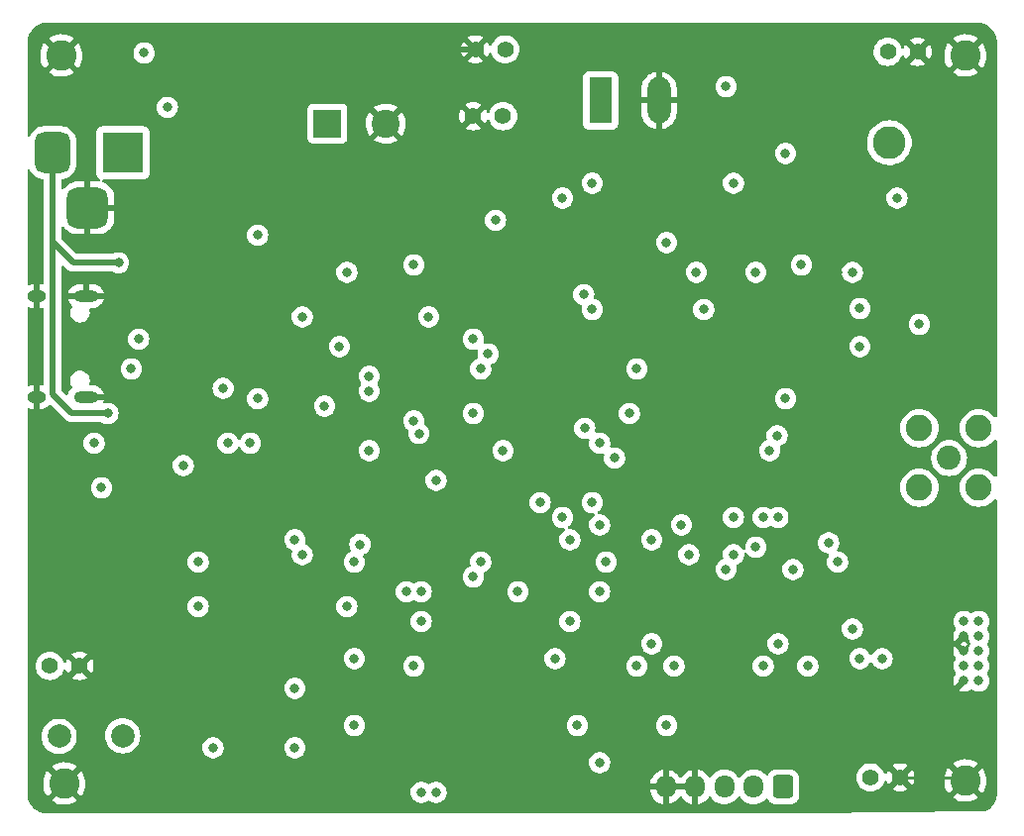
<source format=gbr>
%TF.GenerationSoftware,KiCad,Pcbnew,(6.0.0)*%
%TF.CreationDate,2022-01-26T17:49:50-05:00*%
%TF.ProjectId,aether,61657468-6572-42e6-9b69-6361645f7063,1*%
%TF.SameCoordinates,Original*%
%TF.FileFunction,Copper,L3,Inr*%
%TF.FilePolarity,Positive*%
%FSLAX46Y46*%
G04 Gerber Fmt 4.6, Leading zero omitted, Abs format (unit mm)*
G04 Created by KiCad (PCBNEW (6.0.0)) date 2022-01-26 17:49:50*
%MOMM*%
%LPD*%
G01*
G04 APERTURE LIST*
G04 Aperture macros list*
%AMRoundRect*
0 Rectangle with rounded corners*
0 $1 Rounding radius*
0 $2 $3 $4 $5 $6 $7 $8 $9 X,Y pos of 4 corners*
0 Add a 4 corners polygon primitive as box body*
4,1,4,$2,$3,$4,$5,$6,$7,$8,$9,$2,$3,0*
0 Add four circle primitives for the rounded corners*
1,1,$1+$1,$2,$3*
1,1,$1+$1,$4,$5*
1,1,$1+$1,$6,$7*
1,1,$1+$1,$8,$9*
0 Add four rect primitives between the rounded corners*
20,1,$1+$1,$2,$3,$4,$5,0*
20,1,$1+$1,$4,$5,$6,$7,0*
20,1,$1+$1,$6,$7,$8,$9,0*
20,1,$1+$1,$8,$9,$2,$3,0*%
G04 Aperture macros list end*
%TA.AperFunction,ComponentPad*%
%ADD10C,2.600000*%
%TD*%
%TA.AperFunction,ComponentPad*%
%ADD11C,1.400000*%
%TD*%
%TA.AperFunction,ComponentPad*%
%ADD12R,1.980000X3.960000*%
%TD*%
%TA.AperFunction,ComponentPad*%
%ADD13O,1.980000X3.960000*%
%TD*%
%TA.AperFunction,ComponentPad*%
%ADD14C,2.800000*%
%TD*%
%TA.AperFunction,ComponentPad*%
%ADD15RoundRect,0.250000X0.600000X0.725000X-0.600000X0.725000X-0.600000X-0.725000X0.600000X-0.725000X0*%
%TD*%
%TA.AperFunction,ComponentPad*%
%ADD16O,1.700000X1.950000*%
%TD*%
%TA.AperFunction,ComponentPad*%
%ADD17C,2.000000*%
%TD*%
%TA.AperFunction,ComponentPad*%
%ADD18R,2.400000X2.400000*%
%TD*%
%TA.AperFunction,ComponentPad*%
%ADD19C,2.400000*%
%TD*%
%TA.AperFunction,ComponentPad*%
%ADD20O,1.600000X1.000000*%
%TD*%
%TA.AperFunction,ComponentPad*%
%ADD21O,2.100000X1.000000*%
%TD*%
%TA.AperFunction,ComponentPad*%
%ADD22C,0.812800*%
%TD*%
%TA.AperFunction,ComponentPad*%
%ADD23R,3.500000X3.500000*%
%TD*%
%TA.AperFunction,ComponentPad*%
%ADD24RoundRect,0.750000X-0.750000X-1.000000X0.750000X-1.000000X0.750000X1.000000X-0.750000X1.000000X0*%
%TD*%
%TA.AperFunction,ComponentPad*%
%ADD25RoundRect,0.875000X-0.875000X-0.875000X0.875000X-0.875000X0.875000X0.875000X-0.875000X0.875000X0*%
%TD*%
%TA.AperFunction,ComponentPad*%
%ADD26C,2.050000*%
%TD*%
%TA.AperFunction,ComponentPad*%
%ADD27C,2.250000*%
%TD*%
%TA.AperFunction,ViaPad*%
%ADD28C,0.800000*%
%TD*%
%TA.AperFunction,Conductor*%
%ADD29C,0.250000*%
%TD*%
%TA.AperFunction,Conductor*%
%ADD30C,0.500000*%
%TD*%
G04 APERTURE END LIST*
D10*
%TO.N,GND*%
%TO.C,H2*%
X119380000Y-135128000D03*
%TD*%
D11*
%TO.N,USB5V*%
%TO.C,USB5V1*%
X118130000Y-125095000D03*
%TO.N,GND*%
X120670000Y-125095000D03*
%TD*%
D12*
%TO.N,Net-(10k1-Pad1)*%
%TO.C,10k1*%
X165179800Y-76758800D03*
D13*
%TO.N,GND*%
X170179800Y-76758800D03*
%TD*%
D11*
%TO.N,GND*%
%TO.C,DC_Input2*%
X154305000Y-78105000D03*
%TO.N,VCC*%
X156845000Y-78105000D03*
%TD*%
D14*
%TO.N,Net-(TP1-Pad1)*%
%TO.C,TP1*%
X189839600Y-80365600D03*
%TD*%
D15*
%TO.N,+5V*%
%TO.C,PMSensor1*%
X180768000Y-135428000D03*
D16*
%TO.N,PA15{slash}SDA*%
X178268000Y-135428000D03*
%TO.N,PB15{slash}SCL*%
X175768000Y-135428000D03*
%TO.N,GND*%
X173268000Y-135428000D03*
X170768000Y-135428000D03*
%TD*%
D11*
%TO.N,+5V*%
%TO.C,5V_Test1*%
X188234000Y-134620000D03*
%TO.N,GND*%
X190774000Y-134620000D03*
%TD*%
D17*
%TO.N,Net-(D+1-Pad1)*%
%TO.C,D+1*%
X124358400Y-131064000D03*
%TD*%
D10*
%TO.N,GND*%
%TO.C,H4*%
X119126000Y-72898000D03*
%TD*%
D17*
%TO.N,Net-(D-1-Pad1)*%
%TO.C,D-1*%
X118922800Y-131114800D03*
%TD*%
D18*
%TO.N,VCC*%
%TO.C,C1*%
X141829785Y-78740000D03*
D19*
%TO.N,GND*%
X146829785Y-78740000D03*
%TD*%
D11*
%TO.N,+3.3V*%
%TO.C,3.3V_Test1*%
X157022800Y-72390000D03*
%TO.N,GND*%
X154482800Y-72390000D03*
%TD*%
D10*
%TO.N,GND*%
%TO.C,H1*%
X196342000Y-134874000D03*
%TD*%
D11*
%TO.N,Battery*%
%TO.C,Li-Batt1*%
X189707200Y-72593200D03*
%TO.N,GND*%
X192247200Y-72593200D03*
%TD*%
D20*
%TO.N,GND*%
%TO.C,J1*%
X117035000Y-102110000D03*
D21*
X121215000Y-93470000D03*
D20*
X117035000Y-93470000D03*
D21*
X121215000Y-102110000D03*
%TD*%
D22*
%TO.N,+3.3V*%
%TO.C,J2*%
X196215000Y-121285000D03*
%TO.N,PA13{slash}SWDIO*%
X197485000Y-121285000D03*
%TO.N,GND*%
X196215000Y-122555000D03*
%TO.N,PA14{slash}SWCLK*%
X197485000Y-122555000D03*
%TO.N,GND*%
X196215000Y-123825000D03*
%TO.N,unconnected-(J2-Pad6)*%
X197475000Y-123825000D03*
%TO.N,unconnected-(J2-Pad7)*%
X196215000Y-125095000D03*
%TO.N,unconnected-(J2-Pad8)*%
X197485000Y-125095000D03*
%TO.N,GND*%
X196215000Y-126365000D03*
%TO.N,RST*%
X197485000Y-126365000D03*
%TD*%
D23*
%TO.N,Net-(D1-Pad2)*%
%TO.C,DC_Input1*%
X124374589Y-81220310D03*
D24*
%TO.N,/Power/GND_Break*%
X118374589Y-81220310D03*
D25*
%TO.N,GND*%
X121374589Y-85920310D03*
%TD*%
D26*
%TO.N,Net-(AE1-Pad1)*%
%TO.C,AE1*%
X194945000Y-107315000D03*
D27*
%TO.N,N/C*%
X197485000Y-104775000D03*
X192405000Y-104775000D03*
X197485000Y-109855000D03*
X192405000Y-109855000D03*
%TD*%
D10*
%TO.N,GND*%
%TO.C,H3*%
X196342000Y-72898000D03*
%TD*%
D28*
%TO.N,+3.3V*%
X181610000Y-116840000D03*
X182880000Y-125095000D03*
X189230000Y-124460000D03*
X186690000Y-91440000D03*
X173355000Y-91440000D03*
X163740500Y-93345000D03*
X170815000Y-130175000D03*
X175895000Y-116840000D03*
X182334500Y-90805000D03*
X168275000Y-99695000D03*
X186690000Y-121920000D03*
X170815000Y-88900000D03*
X179070000Y-125095000D03*
X156210000Y-86995000D03*
X163195000Y-130175000D03*
%TO.N,GND*%
X189865000Y-112395000D03*
X194310000Y-113665000D03*
X191135000Y-100330000D03*
X181610000Y-112395000D03*
X144018000Y-122682000D03*
X189865000Y-100965000D03*
X194945000Y-102235000D03*
X192405000Y-100965000D03*
X195580000Y-89535000D03*
X169545000Y-100965000D03*
X197485000Y-100965000D03*
X192405000Y-102235000D03*
X193040000Y-113665000D03*
X139954000Y-121666000D03*
X189865000Y-111125000D03*
X183515000Y-96520000D03*
X188595000Y-90805000D03*
X195580000Y-114935000D03*
X129540000Y-81280000D03*
X175895000Y-127000000D03*
X196850000Y-114935000D03*
X196215000Y-99695000D03*
X194310000Y-112395000D03*
X144018000Y-127000000D03*
X165091999Y-109944500D03*
X191135000Y-101600000D03*
X189865000Y-106045000D03*
X198120000Y-112395000D03*
X198120000Y-113665000D03*
X132588000Y-113538000D03*
X196904594Y-113670472D03*
X127660400Y-101600000D03*
X198120000Y-114935000D03*
X171450000Y-121920000D03*
X191770000Y-112395000D03*
X196215000Y-100965000D03*
X152400000Y-104140000D03*
X196850000Y-112395000D03*
X193040000Y-112395000D03*
X192402477Y-99680394D03*
X196215000Y-102235000D03*
X189865000Y-109855000D03*
X189865000Y-102235000D03*
X193669954Y-99680394D03*
X173990000Y-128270000D03*
X191770000Y-114935000D03*
X185420000Y-91440000D03*
X194945000Y-100965000D03*
X189865000Y-108585000D03*
X195580000Y-93345000D03*
X187325000Y-76835000D03*
X193040000Y-114935000D03*
X190500000Y-113665000D03*
X189865000Y-104775000D03*
X189865000Y-103505000D03*
X197485000Y-102235000D03*
X197485000Y-99695000D03*
X159385000Y-117475000D03*
X191770000Y-113665000D03*
X156845000Y-94615000D03*
X194306481Y-114927697D03*
X194945000Y-99695000D03*
X193671727Y-100942357D03*
X182880000Y-87630000D03*
X193675000Y-102235000D03*
X195580000Y-113665000D03*
X145288000Y-112979200D03*
X195580000Y-112395000D03*
%TO.N,PB4{slash}LED*%
X166370000Y-107315000D03*
X165100000Y-133350000D03*
%TO.N,+5V*%
X165100000Y-118745000D03*
X161290000Y-124460000D03*
%TO.N,Net-(10k1-Pad1)*%
X143510000Y-91440000D03*
X164465000Y-83820000D03*
%TO.N,Battery*%
X155575000Y-98425000D03*
X149225000Y-125095000D03*
X158115000Y-118745000D03*
X180975000Y-81280000D03*
X139065000Y-132080000D03*
X160020000Y-111125000D03*
X154305000Y-97155000D03*
X175895000Y-75565000D03*
%TO.N,PA15{slash}SDA*%
X178435000Y-91440000D03*
X168275000Y-125095000D03*
X165100000Y-106045000D03*
X184654610Y-114559912D03*
X180340000Y-123190000D03*
X179615500Y-106680000D03*
%TO.N,PB15{slash}SCL*%
X176530000Y-83820000D03*
X163830000Y-104775000D03*
X185420000Y-116205000D03*
X171450000Y-125095000D03*
X187325000Y-124460000D03*
X180250500Y-105410000D03*
%TO.N,USB5V*%
X139065000Y-127000000D03*
X143510000Y-120015000D03*
X148590000Y-118745000D03*
%TO.N,/Power/VDD*%
X144145000Y-130175000D03*
X144145000Y-124460000D03*
%TO.N,RST*%
X190500000Y-85090000D03*
X187325000Y-97790000D03*
X151130000Y-109220000D03*
%TO.N,Net-(C10-Pad1)*%
X164465000Y-94615000D03*
X161925000Y-85090000D03*
%TO.N,Charge{slash}LBO *%
X149665201Y-105215201D03*
X133350000Y-106045000D03*
X180340000Y-112395000D03*
%TO.N,Net-(D+1-Pad1)*%
X125095000Y-99695000D03*
%TO.N,Net-(D-1-Pad1)*%
X135890000Y-102235000D03*
X132943600Y-101346000D03*
X125730000Y-97155000D03*
%TO.N,Net-(D1-Pad2)*%
X126187200Y-72694800D03*
%TO.N,/Power/GND_Break*%
X123100500Y-103505000D03*
X124002800Y-90627200D03*
%TO.N,Charge Done*%
X187325000Y-94538800D03*
X135255000Y-106045000D03*
X149225000Y-104140000D03*
%TO.N,Net-(Done1-Pad2)*%
X121920000Y-106045000D03*
X122555000Y-109855000D03*
%TO.N,Net-(FL1-Pad2)*%
X144629861Y-114695541D03*
X139065000Y-114300000D03*
%TO.N,Net-(FL1-Pad4)*%
X144145000Y-116205000D03*
X139700000Y-115570000D03*
%TO.N,PA13{slash}SWDIO*%
X180975000Y-102235000D03*
%TO.N,PA14{slash}SWCLK*%
X167640000Y-103505000D03*
%TO.N,Power On*%
X141605000Y-102870000D03*
X192405000Y-95885000D03*
%TO.N,Boost SHDN{slash}PC1*%
X179070000Y-112395000D03*
X162560000Y-114300000D03*
X162560000Y-121285000D03*
X169545000Y-114300000D03*
%TO.N,PB5{slash}ZMOD_INT*%
X178435000Y-114935000D03*
X169545000Y-123190000D03*
%TO.N,PB6{slash}TX*%
X164465000Y-111125000D03*
X176530000Y-112395000D03*
X161925000Y-112395000D03*
X172085000Y-113030000D03*
%TO.N,PB7{slash}RX*%
X176530000Y-115570000D03*
X172720000Y-115570000D03*
X165100000Y-113030000D03*
X156845000Y-106680000D03*
%TO.N,Net-(L1-Pad2)*%
X132080000Y-132080000D03*
X165645500Y-116205000D03*
%TO.N,Net-(R7-Pad1)*%
X149860000Y-118745000D03*
X149860000Y-121285000D03*
%TO.N,Net-(R10-Pad2)*%
X142875000Y-97790000D03*
X154940000Y-99695000D03*
%TO.N,Net-(R11-Pad2)*%
X154305000Y-103505000D03*
X149225000Y-90805000D03*
%TO.N,/Power/THERM*%
X145415000Y-101600000D03*
X139700000Y-95250000D03*
%TO.N,Net-(TP1-Pad1)*%
X173990000Y-94615000D03*
%TO.N,Net-(RX1-Pad1)*%
X149860000Y-135890000D03*
X154305000Y-117475000D03*
%TO.N,Net-(TX1-Pad1)*%
X151130000Y-135890000D03*
X154940000Y-116205000D03*
%TO.N,VCC*%
X145415000Y-100330000D03*
X150495000Y-95250000D03*
X128168400Y-77343000D03*
X129540000Y-107950000D03*
X130810000Y-116205000D03*
X145415000Y-106680000D03*
X135890000Y-88265000D03*
X130810000Y-120015000D03*
%TD*%
D29*
%TO.N,GND*%
X187325000Y-76835000D02*
X188005400Y-76835000D01*
X173268000Y-135428000D02*
X170768000Y-135428000D01*
D30*
X146829785Y-78740000D02*
X151837393Y-73732393D01*
X153179785Y-72390000D02*
X154482800Y-72390000D01*
X151837393Y-73732393D02*
X153179785Y-72390000D01*
D29*
X190774000Y-134620000D02*
X196088000Y-134620000D01*
X188005400Y-76835000D02*
X192247200Y-72593200D01*
D30*
%TO.N,/Power/GND_Break*%
X118374589Y-88859789D02*
X120142000Y-90627200D01*
X120142000Y-90627200D02*
X124002800Y-90627200D01*
X118374589Y-101864589D02*
X120015000Y-103505000D01*
X120015000Y-103505000D02*
X123100500Y-103505000D01*
X118374589Y-88859789D02*
X118374589Y-101864589D01*
X118374589Y-81220310D02*
X118374589Y-88859789D01*
%TD*%
%TA.AperFunction,Conductor*%
%TO.N,GND*%
G36*
X197589403Y-70115322D02*
G01*
X197598731Y-70117213D01*
X197764879Y-70150897D01*
X197780686Y-70155188D01*
X197878469Y-70188693D01*
X197976257Y-70222199D01*
X197991365Y-70228500D01*
X198086704Y-70275759D01*
X198176591Y-70320315D01*
X198190761Y-70328527D01*
X198362513Y-70443591D01*
X198375501Y-70453574D01*
X198530873Y-70589946D01*
X198542453Y-70601526D01*
X198678825Y-70756898D01*
X198688808Y-70769886D01*
X198803872Y-70941638D01*
X198812084Y-70955808D01*
X198901627Y-71136450D01*
X198903897Y-71141030D01*
X198910200Y-71156142D01*
X198941887Y-71248621D01*
X198977211Y-71351713D01*
X198981502Y-71367520D01*
X198998781Y-71452751D01*
X199012588Y-71520851D01*
X199015895Y-71537165D01*
X199018001Y-71560434D01*
X199018402Y-71563681D01*
X199018227Y-71572658D01*
X199019318Y-71576678D01*
X199019585Y-71581018D01*
X199017777Y-103548866D01*
X199017768Y-103712897D01*
X198997762Y-103781017D01*
X198944104Y-103827507D01*
X198873829Y-103837606D01*
X198809250Y-103808110D01*
X198795957Y-103794720D01*
X198646844Y-103620131D01*
X198643631Y-103616369D01*
X198448116Y-103449384D01*
X198228887Y-103315040D01*
X198224317Y-103313147D01*
X198224313Y-103313145D01*
X197995913Y-103218539D01*
X197995911Y-103218538D01*
X197991340Y-103216645D01*
X197904498Y-103195796D01*
X197746139Y-103157777D01*
X197746133Y-103157776D01*
X197741326Y-103156622D01*
X197485000Y-103136449D01*
X197228674Y-103156622D01*
X197223867Y-103157776D01*
X197223861Y-103157777D01*
X197065502Y-103195796D01*
X196978660Y-103216645D01*
X196974089Y-103218538D01*
X196974087Y-103218539D01*
X196745687Y-103313145D01*
X196745683Y-103313147D01*
X196741113Y-103315040D01*
X196521884Y-103449384D01*
X196326369Y-103616369D01*
X196159384Y-103811884D01*
X196025040Y-104031113D01*
X196023147Y-104035683D01*
X196023145Y-104035687D01*
X195929622Y-104261473D01*
X195926645Y-104268660D01*
X195925490Y-104273472D01*
X195868331Y-104511556D01*
X195866622Y-104518674D01*
X195846449Y-104775000D01*
X195866622Y-105031326D01*
X195867776Y-105036133D01*
X195867777Y-105036139D01*
X195871861Y-105053150D01*
X195926645Y-105281340D01*
X195928538Y-105285911D01*
X195928539Y-105285913D01*
X196020554Y-105508056D01*
X196025040Y-105518887D01*
X196159384Y-105738116D01*
X196326369Y-105933631D01*
X196521884Y-106100616D01*
X196741113Y-106234960D01*
X196745683Y-106236853D01*
X196745687Y-106236855D01*
X196974087Y-106331461D01*
X196978660Y-106333355D01*
X197054914Y-106351662D01*
X197223861Y-106392223D01*
X197223867Y-106392224D01*
X197228674Y-106393378D01*
X197485000Y-106413551D01*
X197741326Y-106393378D01*
X197746133Y-106392224D01*
X197746139Y-106392223D01*
X197915086Y-106351662D01*
X197991340Y-106333355D01*
X197995913Y-106331461D01*
X198224313Y-106236855D01*
X198224317Y-106236853D01*
X198228887Y-106234960D01*
X198448116Y-106100616D01*
X198643631Y-105933631D01*
X198795836Y-105755421D01*
X198855286Y-105716612D01*
X198926281Y-105716104D01*
X198986280Y-105754061D01*
X199016233Y-105818429D01*
X199017647Y-105837258D01*
X199017637Y-106009004D01*
X199017490Y-108623955D01*
X199017480Y-108792560D01*
X198997474Y-108860680D01*
X198943816Y-108907170D01*
X198873541Y-108917269D01*
X198808962Y-108887773D01*
X198795669Y-108874383D01*
X198646844Y-108700131D01*
X198643631Y-108696369D01*
X198448116Y-108529384D01*
X198228887Y-108395040D01*
X198224317Y-108393147D01*
X198224313Y-108393145D01*
X197995913Y-108298539D01*
X197995911Y-108298538D01*
X197991340Y-108296645D01*
X197904498Y-108275796D01*
X197746139Y-108237777D01*
X197746133Y-108237776D01*
X197741326Y-108236622D01*
X197485000Y-108216449D01*
X197228674Y-108236622D01*
X197223867Y-108237776D01*
X197223861Y-108237777D01*
X197065502Y-108275796D01*
X196978660Y-108296645D01*
X196974089Y-108298538D01*
X196974087Y-108298539D01*
X196745687Y-108393145D01*
X196745683Y-108393147D01*
X196741113Y-108395040D01*
X196521884Y-108529384D01*
X196326369Y-108696369D01*
X196159384Y-108891884D01*
X196025040Y-109111113D01*
X196023147Y-109115683D01*
X196023145Y-109115687D01*
X195936953Y-109323774D01*
X195926645Y-109348660D01*
X195925490Y-109353472D01*
X195868331Y-109591556D01*
X195866622Y-109598674D01*
X195846449Y-109855000D01*
X195866622Y-110111326D01*
X195867776Y-110116133D01*
X195867777Y-110116139D01*
X195870745Y-110128500D01*
X195926645Y-110361340D01*
X195928538Y-110365911D01*
X195928539Y-110365913D01*
X196020554Y-110588056D01*
X196025040Y-110598887D01*
X196159384Y-110818116D01*
X196326369Y-111013631D01*
X196521884Y-111180616D01*
X196741113Y-111314960D01*
X196745683Y-111316853D01*
X196745687Y-111316855D01*
X196974087Y-111411461D01*
X196978660Y-111413355D01*
X197065502Y-111434204D01*
X197223861Y-111472223D01*
X197223867Y-111472224D01*
X197228674Y-111473378D01*
X197485000Y-111493551D01*
X197741326Y-111473378D01*
X197746133Y-111472224D01*
X197746139Y-111472223D01*
X197904498Y-111434204D01*
X197991340Y-111413355D01*
X197995913Y-111411461D01*
X198224313Y-111316855D01*
X198224317Y-111316853D01*
X198228887Y-111314960D01*
X198448116Y-111180616D01*
X198643631Y-111013631D01*
X198795549Y-110835757D01*
X198854999Y-110796948D01*
X198925994Y-110796440D01*
X198985993Y-110834397D01*
X199015946Y-110898765D01*
X199017360Y-110917594D01*
X199017077Y-115931500D01*
X199015931Y-136208165D01*
X199015930Y-136217917D01*
X199013418Y-136242941D01*
X198990170Y-136357618D01*
X198977839Y-136418438D01*
X198973548Y-136434244D01*
X198957367Y-136481468D01*
X198907383Y-136627348D01*
X198906539Y-136629810D01*
X198900236Y-136644923D01*
X198879982Y-136685783D01*
X198808421Y-136830149D01*
X198800209Y-136844319D01*
X198685145Y-137016071D01*
X198675162Y-137029059D01*
X198538790Y-137184431D01*
X198527210Y-137196011D01*
X198371838Y-137332383D01*
X198358850Y-137342366D01*
X198187098Y-137457430D01*
X198172928Y-137465642D01*
X198075298Y-137514036D01*
X198020327Y-137527140D01*
X189324159Y-137595353D01*
X183790043Y-137638762D01*
X179042495Y-137676002D01*
X179041736Y-137676005D01*
X117674474Y-137673150D01*
X117649455Y-137670639D01*
X117511576Y-137642686D01*
X117473961Y-137635060D01*
X117458155Y-137630769D01*
X117354793Y-137595353D01*
X117262584Y-137563758D01*
X117247476Y-137557457D01*
X117152137Y-137510198D01*
X117062250Y-137465642D01*
X117048080Y-137457430D01*
X116876328Y-137342366D01*
X116863340Y-137332383D01*
X116707968Y-137196011D01*
X116696388Y-137184431D01*
X116560016Y-137029059D01*
X116550033Y-137016071D01*
X116434969Y-136844319D01*
X116426757Y-136830149D01*
X116355196Y-136685783D01*
X116334942Y-136644923D01*
X116328639Y-136629810D01*
X116327796Y-136627348D01*
X116309142Y-136572906D01*
X118299839Y-136572906D01*
X118308553Y-136584427D01*
X118415452Y-136662809D01*
X118423351Y-136667745D01*
X118652905Y-136788519D01*
X118661454Y-136792236D01*
X118906327Y-136877749D01*
X118915336Y-136880163D01*
X119170166Y-136928544D01*
X119179423Y-136929598D01*
X119438607Y-136939783D01*
X119447921Y-136939457D01*
X119705753Y-136911220D01*
X119714930Y-136909519D01*
X119965758Y-136843481D01*
X119974574Y-136840445D01*
X120212880Y-136738062D01*
X120221167Y-136733748D01*
X120441718Y-136597266D01*
X120449268Y-136591780D01*
X120454559Y-136587301D01*
X120462997Y-136574497D01*
X120456935Y-136564145D01*
X119392812Y-135500022D01*
X119378868Y-135492408D01*
X119377035Y-135492539D01*
X119370420Y-135496790D01*
X118306497Y-136560713D01*
X118299839Y-136572906D01*
X116309142Y-136572906D01*
X116277811Y-136481468D01*
X116261630Y-136434244D01*
X116257339Y-136418437D01*
X116222946Y-136248792D01*
X116220840Y-136225523D01*
X116220439Y-136222277D01*
X116220614Y-136213299D01*
X116219365Y-136208699D01*
X116219043Y-136203578D01*
X116219043Y-136203400D01*
X116215809Y-135085211D01*
X117567775Y-135085211D01*
X117580220Y-135344288D01*
X117581356Y-135353543D01*
X117631961Y-135607945D01*
X117634449Y-135616917D01*
X117722095Y-135861033D01*
X117725895Y-135869568D01*
X117848658Y-136098042D01*
X117853666Y-136105904D01*
X117923720Y-136199716D01*
X117934979Y-136208165D01*
X117947397Y-136201393D01*
X119007978Y-135140812D01*
X119014356Y-135129132D01*
X119744408Y-135129132D01*
X119744539Y-135130965D01*
X119748790Y-135137580D01*
X120816094Y-136204884D01*
X120828474Y-136211644D01*
X120836815Y-136205400D01*
X120970832Y-135997048D01*
X120975275Y-135988864D01*
X121019810Y-135890000D01*
X148946496Y-135890000D01*
X148947186Y-135896565D01*
X148958114Y-136000535D01*
X148966458Y-136079928D01*
X149025473Y-136261556D01*
X149120960Y-136426944D01*
X149125378Y-136431851D01*
X149125379Y-136431852D01*
X149170504Y-136481968D01*
X149248747Y-136568866D01*
X149319226Y-136620072D01*
X149394200Y-136674544D01*
X149403248Y-136681118D01*
X149409276Y-136683802D01*
X149409278Y-136683803D01*
X149551523Y-136747134D01*
X149577712Y-136758794D01*
X149657422Y-136775737D01*
X149758056Y-136797128D01*
X149758061Y-136797128D01*
X149764513Y-136798500D01*
X149955487Y-136798500D01*
X149961939Y-136797128D01*
X149961944Y-136797128D01*
X150062578Y-136775737D01*
X150142288Y-136758794D01*
X150168477Y-136747134D01*
X150310722Y-136683803D01*
X150310724Y-136683802D01*
X150316752Y-136681118D01*
X150325801Y-136674544D01*
X150366564Y-136644927D01*
X150420940Y-136605421D01*
X150487806Y-136581563D01*
X150556958Y-136597643D01*
X150569056Y-136605418D01*
X150623436Y-136644927D01*
X150664200Y-136674544D01*
X150673248Y-136681118D01*
X150679276Y-136683802D01*
X150679278Y-136683803D01*
X150821523Y-136747134D01*
X150847712Y-136758794D01*
X150927422Y-136775737D01*
X151028056Y-136797128D01*
X151028061Y-136797128D01*
X151034513Y-136798500D01*
X151225487Y-136798500D01*
X151231939Y-136797128D01*
X151231944Y-136797128D01*
X151332578Y-136775737D01*
X151412288Y-136758794D01*
X151438477Y-136747134D01*
X151580722Y-136683803D01*
X151580724Y-136683802D01*
X151586752Y-136681118D01*
X151595801Y-136674544D01*
X151670774Y-136620072D01*
X151741253Y-136568866D01*
X151819496Y-136481968D01*
X151864621Y-136431852D01*
X151864622Y-136431851D01*
X151869040Y-136426944D01*
X151964527Y-136261556D01*
X152023542Y-136079928D01*
X152031887Y-136000535D01*
X152042814Y-135896565D01*
X152043504Y-135890000D01*
X152041357Y-135869568D01*
X152024232Y-135706635D01*
X152024232Y-135706633D01*
X152023542Y-135700072D01*
X152022931Y-135698193D01*
X169417410Y-135698193D01*
X169424124Y-135777325D01*
X169425914Y-135787797D01*
X169481130Y-136000535D01*
X169484665Y-136010575D01*
X169574937Y-136210970D01*
X169580106Y-136220256D01*
X169702850Y-136402575D01*
X169709519Y-136410870D01*
X169861228Y-136569900D01*
X169869186Y-136576941D01*
X170045525Y-136708141D01*
X170054562Y-136713745D01*
X170250484Y-136813357D01*
X170260335Y-136817357D01*
X170470240Y-136882534D01*
X170480624Y-136884817D01*
X170496043Y-136886861D01*
X170510207Y-136884665D01*
X170514000Y-136871478D01*
X170514000Y-136869192D01*
X171022000Y-136869192D01*
X171025973Y-136882723D01*
X171036580Y-136884248D01*
X171154421Y-136859523D01*
X171164617Y-136856463D01*
X171369029Y-136775737D01*
X171378561Y-136771006D01*
X171566462Y-136656984D01*
X171575052Y-136650720D01*
X171741052Y-136506673D01*
X171748472Y-136499042D01*
X171887826Y-136329089D01*
X171893850Y-136320323D01*
X171909517Y-136292801D01*
X171960600Y-136243496D01*
X172030230Y-136229635D01*
X172096301Y-136255619D01*
X172123538Y-136284768D01*
X172202850Y-136402575D01*
X172209519Y-136410870D01*
X172361228Y-136569900D01*
X172369186Y-136576941D01*
X172545525Y-136708141D01*
X172554562Y-136713745D01*
X172750484Y-136813357D01*
X172760335Y-136817357D01*
X172970240Y-136882534D01*
X172980624Y-136884817D01*
X172996043Y-136886861D01*
X173010207Y-136884665D01*
X173014000Y-136871478D01*
X173014000Y-136869192D01*
X173522000Y-136869192D01*
X173525973Y-136882723D01*
X173536580Y-136884248D01*
X173654421Y-136859523D01*
X173664617Y-136856463D01*
X173869029Y-136775737D01*
X173878561Y-136771006D01*
X174066462Y-136656984D01*
X174075052Y-136650720D01*
X174241052Y-136506673D01*
X174248472Y-136499042D01*
X174387826Y-136329089D01*
X174393848Y-136320326D01*
X174409238Y-136293289D01*
X174460320Y-136243982D01*
X174529951Y-136230120D01*
X174596022Y-136256103D01*
X174623261Y-136285253D01*
X174652773Y-136329089D01*
X174705441Y-136407319D01*
X174709120Y-136411176D01*
X174709122Y-136411178D01*
X174770710Y-136475738D01*
X174864576Y-136574135D01*
X174868854Y-136577318D01*
X174878409Y-136584427D01*
X175049542Y-136711754D01*
X175054293Y-136714170D01*
X175054297Y-136714172D01*
X175092801Y-136733748D01*
X175255051Y-136816240D01*
X175260145Y-136817822D01*
X175260148Y-136817823D01*
X175425583Y-136869192D01*
X175475227Y-136884607D01*
X175480516Y-136885308D01*
X175698489Y-136914198D01*
X175698494Y-136914198D01*
X175703774Y-136914898D01*
X175709103Y-136914698D01*
X175709105Y-136914698D01*
X175818966Y-136910574D01*
X175934158Y-136906249D01*
X175956802Y-136901498D01*
X176154572Y-136860002D01*
X176159791Y-136858907D01*
X176164750Y-136856949D01*
X176164752Y-136856948D01*
X176369256Y-136776185D01*
X176369258Y-136776184D01*
X176374221Y-136774224D01*
X176379525Y-136771006D01*
X176566757Y-136657390D01*
X176566756Y-136657390D01*
X176571317Y-136654623D01*
X176636981Y-136597643D01*
X176741412Y-136507023D01*
X176741414Y-136507021D01*
X176745445Y-136503523D01*
X176809048Y-136425954D01*
X176888240Y-136329373D01*
X176888244Y-136329367D01*
X176891624Y-136325245D01*
X176909552Y-136293750D01*
X176960632Y-136244445D01*
X177030262Y-136230583D01*
X177096333Y-136256566D01*
X177123573Y-136285716D01*
X177128983Y-136293752D01*
X177205441Y-136407319D01*
X177209120Y-136411176D01*
X177209122Y-136411178D01*
X177270710Y-136475738D01*
X177364576Y-136574135D01*
X177368854Y-136577318D01*
X177378409Y-136584427D01*
X177549542Y-136711754D01*
X177554293Y-136714170D01*
X177554297Y-136714172D01*
X177592801Y-136733748D01*
X177755051Y-136816240D01*
X177760145Y-136817822D01*
X177760148Y-136817823D01*
X177925583Y-136869192D01*
X177975227Y-136884607D01*
X177980516Y-136885308D01*
X178198489Y-136914198D01*
X178198494Y-136914198D01*
X178203774Y-136914898D01*
X178209103Y-136914698D01*
X178209105Y-136914698D01*
X178318966Y-136910574D01*
X178434158Y-136906249D01*
X178456802Y-136901498D01*
X178654572Y-136860002D01*
X178659791Y-136858907D01*
X178664750Y-136856949D01*
X178664752Y-136856948D01*
X178869256Y-136776185D01*
X178869258Y-136776184D01*
X178874221Y-136774224D01*
X178879525Y-136771006D01*
X179066757Y-136657390D01*
X179066756Y-136657390D01*
X179071317Y-136654623D01*
X179136981Y-136597643D01*
X179241412Y-136507023D01*
X179241414Y-136507021D01*
X179245445Y-136503523D01*
X179274670Y-136467880D01*
X179333329Y-136427886D01*
X179404299Y-136425954D01*
X179465048Y-136462698D01*
X179479248Y-136481468D01*
X179544210Y-136586445D01*
X179569522Y-136627348D01*
X179694697Y-136752305D01*
X179700927Y-136756145D01*
X179700928Y-136756146D01*
X179838090Y-136840694D01*
X179845262Y-136845115D01*
X179880938Y-136856948D01*
X180006611Y-136898632D01*
X180006613Y-136898632D01*
X180013139Y-136900797D01*
X180019975Y-136901497D01*
X180019978Y-136901498D01*
X180055663Y-136905154D01*
X180117600Y-136911500D01*
X181418400Y-136911500D01*
X181421646Y-136911163D01*
X181421650Y-136911163D01*
X181517308Y-136901238D01*
X181517312Y-136901237D01*
X181524166Y-136900526D01*
X181530702Y-136898345D01*
X181530704Y-136898345D01*
X181662806Y-136854272D01*
X181691946Y-136844550D01*
X181842348Y-136751478D01*
X181967305Y-136626303D01*
X181980177Y-136605421D01*
X182056275Y-136481968D01*
X182056276Y-136481966D01*
X182060115Y-136475738D01*
X182086564Y-136395995D01*
X182112134Y-136318906D01*
X195261839Y-136318906D01*
X195270553Y-136330427D01*
X195377452Y-136408809D01*
X195385351Y-136413745D01*
X195614905Y-136534519D01*
X195623454Y-136538236D01*
X195868327Y-136623749D01*
X195877336Y-136626163D01*
X196132166Y-136674544D01*
X196141423Y-136675598D01*
X196400607Y-136685783D01*
X196409921Y-136685457D01*
X196667753Y-136657220D01*
X196676930Y-136655519D01*
X196927758Y-136589481D01*
X196936574Y-136586445D01*
X197174880Y-136484062D01*
X197183167Y-136479748D01*
X197403718Y-136343266D01*
X197411268Y-136337780D01*
X197416559Y-136333301D01*
X197424997Y-136320497D01*
X197418935Y-136310145D01*
X196354812Y-135246022D01*
X196340868Y-135238408D01*
X196339035Y-135238539D01*
X196332420Y-135242790D01*
X195268497Y-136306713D01*
X195261839Y-136318906D01*
X182112134Y-136318906D01*
X182113632Y-136314389D01*
X182113632Y-136314387D01*
X182115797Y-136307861D01*
X182118114Y-136285253D01*
X182121849Y-136248792D01*
X182126500Y-136203400D01*
X182126500Y-134652600D01*
X182123118Y-134620000D01*
X187020884Y-134620000D01*
X187039314Y-134830655D01*
X187040738Y-134835968D01*
X187040738Y-134835970D01*
X187092575Y-135029426D01*
X187094044Y-135034910D01*
X187096366Y-135039891D01*
X187096367Y-135039892D01*
X187178509Y-135216045D01*
X187183411Y-135226558D01*
X187304699Y-135399776D01*
X187454224Y-135549301D01*
X187627442Y-135670589D01*
X187632420Y-135672910D01*
X187632423Y-135672912D01*
X187813092Y-135757159D01*
X187819090Y-135759956D01*
X187824398Y-135761378D01*
X187824400Y-135761379D01*
X188018030Y-135813262D01*
X188018032Y-135813262D01*
X188023345Y-135814686D01*
X188234000Y-135833116D01*
X188444655Y-135814686D01*
X188449968Y-135813262D01*
X188449970Y-135813262D01*
X188643600Y-135761379D01*
X188643602Y-135761378D01*
X188648910Y-135759956D01*
X188654908Y-135757159D01*
X188835577Y-135672912D01*
X188835580Y-135672910D01*
X188840558Y-135670589D01*
X188892440Y-135634261D01*
X190124294Y-135634261D01*
X190133590Y-135646276D01*
X190163189Y-135667001D01*
X190172677Y-135672479D01*
X190354277Y-135757159D01*
X190364571Y-135760907D01*
X190558122Y-135812769D01*
X190568909Y-135814671D01*
X190768525Y-135832135D01*
X190779475Y-135832135D01*
X190979091Y-135814671D01*
X190989878Y-135812769D01*
X191183429Y-135760907D01*
X191193723Y-135757159D01*
X191375323Y-135672479D01*
X191384811Y-135667001D01*
X191415248Y-135645689D01*
X191423623Y-135635212D01*
X191416554Y-135621764D01*
X190786812Y-134992022D01*
X190772868Y-134984408D01*
X190771035Y-134984539D01*
X190764420Y-134988790D01*
X190130724Y-135622486D01*
X190124294Y-135634261D01*
X188892440Y-135634261D01*
X189013776Y-135549301D01*
X189163301Y-135399776D01*
X189284589Y-135226558D01*
X189289492Y-135216045D01*
X189371633Y-135039892D01*
X189371634Y-135039891D01*
X189373956Y-135034910D01*
X189375379Y-135029600D01*
X189375382Y-135029592D01*
X189382553Y-135002829D01*
X189419504Y-134942207D01*
X189483365Y-134911185D01*
X189553860Y-134919614D01*
X189608606Y-134964818D01*
X189625966Y-135002830D01*
X189633092Y-135029426D01*
X189636841Y-135039723D01*
X189721521Y-135221323D01*
X189726999Y-135230811D01*
X189748311Y-135261248D01*
X189758788Y-135269623D01*
X189772236Y-135262554D01*
X190401978Y-134632812D01*
X190408356Y-134621132D01*
X191138408Y-134621132D01*
X191138539Y-134622965D01*
X191142790Y-134629580D01*
X191776486Y-135263276D01*
X191788261Y-135269706D01*
X191800276Y-135260410D01*
X191821001Y-135230811D01*
X191826479Y-135221323D01*
X191911159Y-135039723D01*
X191914907Y-135029429D01*
X191966769Y-134835878D01*
X191967592Y-134831211D01*
X194529775Y-134831211D01*
X194542220Y-135090288D01*
X194543356Y-135099543D01*
X194593961Y-135353945D01*
X194596449Y-135362917D01*
X194684095Y-135607033D01*
X194687895Y-135615568D01*
X194810658Y-135844042D01*
X194815666Y-135851904D01*
X194885720Y-135945716D01*
X194896979Y-135954165D01*
X194909397Y-135947393D01*
X195969978Y-134886812D01*
X195976356Y-134875132D01*
X196706408Y-134875132D01*
X196706539Y-134876965D01*
X196710790Y-134883580D01*
X197778094Y-135950884D01*
X197790474Y-135957644D01*
X197798815Y-135951400D01*
X197932832Y-135743048D01*
X197937275Y-135734864D01*
X198043807Y-135498370D01*
X198046997Y-135489605D01*
X198117402Y-135239972D01*
X198119262Y-135230830D01*
X198152187Y-134972019D01*
X198152668Y-134965733D01*
X198154987Y-134877160D01*
X198154836Y-134870851D01*
X198135501Y-134610663D01*
X198134125Y-134601457D01*
X198076878Y-134348467D01*
X198074154Y-134339556D01*
X197980143Y-134097806D01*
X197976132Y-134089397D01*
X197847422Y-133864202D01*
X197842211Y-133856476D01*
X197798996Y-133801658D01*
X197787071Y-133793187D01*
X197775537Y-133799673D01*
X196714022Y-134861188D01*
X196706408Y-134875132D01*
X195976356Y-134875132D01*
X195977592Y-134872868D01*
X195977461Y-134871035D01*
X195973210Y-134864420D01*
X194907816Y-133799026D01*
X194894507Y-133791758D01*
X194884472Y-133798878D01*
X194868937Y-133817556D01*
X194863531Y-133825135D01*
X194728965Y-134046891D01*
X194724736Y-134055192D01*
X194624432Y-134294389D01*
X194621471Y-134303239D01*
X194557628Y-134554625D01*
X194556006Y-134563822D01*
X194530020Y-134821885D01*
X194529775Y-134831211D01*
X191967592Y-134831211D01*
X191968671Y-134825091D01*
X191986135Y-134625475D01*
X191986135Y-134614525D01*
X191968671Y-134414909D01*
X191966769Y-134404122D01*
X191914907Y-134210571D01*
X191911159Y-134200277D01*
X191826479Y-134018677D01*
X191821001Y-134009189D01*
X191799689Y-133978752D01*
X191789212Y-133970377D01*
X191775764Y-133977446D01*
X191146022Y-134607188D01*
X191138408Y-134621132D01*
X190408356Y-134621132D01*
X190409592Y-134618868D01*
X190409461Y-134617035D01*
X190405210Y-134610420D01*
X189771514Y-133976724D01*
X189759739Y-133970294D01*
X189747724Y-133979590D01*
X189726999Y-134009189D01*
X189721521Y-134018677D01*
X189636841Y-134200277D01*
X189633092Y-134210574D01*
X189625966Y-134237170D01*
X189589014Y-134297793D01*
X189525154Y-134328814D01*
X189454659Y-134320386D01*
X189399912Y-134275183D01*
X189382553Y-134237171D01*
X189375382Y-134210408D01*
X189375378Y-134210397D01*
X189373956Y-134205090D01*
X189345584Y-134144246D01*
X189286912Y-134018423D01*
X189286910Y-134018420D01*
X189284589Y-134013442D01*
X189163301Y-133840224D01*
X189013776Y-133690699D01*
X188891082Y-133604788D01*
X190124377Y-133604788D01*
X190131446Y-133618236D01*
X190761188Y-134247978D01*
X190775132Y-134255592D01*
X190776965Y-134255461D01*
X190783580Y-134251210D01*
X191417276Y-133617514D01*
X191423706Y-133605739D01*
X191414410Y-133593724D01*
X191384811Y-133572999D01*
X191375323Y-133567521D01*
X191193723Y-133482841D01*
X191183429Y-133479093D01*
X190989878Y-133427231D01*
X190986804Y-133426689D01*
X195259102Y-133426689D01*
X195263675Y-133436465D01*
X196329188Y-134501978D01*
X196343132Y-134509592D01*
X196344965Y-134509461D01*
X196351580Y-134505210D01*
X197416349Y-133440441D01*
X197422733Y-133428751D01*
X197413321Y-133416641D01*
X197266045Y-133314471D01*
X197258010Y-133309738D01*
X197025376Y-133195016D01*
X197016743Y-133191528D01*
X196769703Y-133112450D01*
X196760643Y-133110274D01*
X196504630Y-133068580D01*
X196495343Y-133067768D01*
X196235992Y-133064373D01*
X196226681Y-133064943D01*
X195969682Y-133099919D01*
X195960546Y-133101860D01*
X195711543Y-133174439D01*
X195702800Y-133177707D01*
X195467252Y-133286296D01*
X195459097Y-133290816D01*
X195268240Y-133415947D01*
X195259102Y-133426689D01*
X190986804Y-133426689D01*
X190979091Y-133425329D01*
X190779475Y-133407865D01*
X190768525Y-133407865D01*
X190568909Y-133425329D01*
X190558122Y-133427231D01*
X190364571Y-133479093D01*
X190354277Y-133482841D01*
X190172677Y-133567521D01*
X190163189Y-133572999D01*
X190132752Y-133594311D01*
X190124377Y-133604788D01*
X188891082Y-133604788D01*
X188840558Y-133569411D01*
X188835580Y-133567090D01*
X188835577Y-133567088D01*
X188653892Y-133482367D01*
X188653891Y-133482366D01*
X188648910Y-133480044D01*
X188643602Y-133478622D01*
X188643600Y-133478621D01*
X188449970Y-133426738D01*
X188449968Y-133426738D01*
X188444655Y-133425314D01*
X188234000Y-133406884D01*
X188023345Y-133425314D01*
X188018032Y-133426738D01*
X188018030Y-133426738D01*
X187824400Y-133478621D01*
X187824398Y-133478622D01*
X187819090Y-133480044D01*
X187814109Y-133482366D01*
X187814108Y-133482367D01*
X187632423Y-133567088D01*
X187632420Y-133567090D01*
X187627442Y-133569411D01*
X187454224Y-133690699D01*
X187304699Y-133840224D01*
X187183411Y-134013442D01*
X187181090Y-134018420D01*
X187181088Y-134018423D01*
X187122416Y-134144246D01*
X187094044Y-134205090D01*
X187092622Y-134210398D01*
X187092621Y-134210400D01*
X187040738Y-134404030D01*
X187039314Y-134409345D01*
X187020884Y-134620000D01*
X182123118Y-134620000D01*
X182122810Y-134617035D01*
X182116238Y-134553692D01*
X182116237Y-134553688D01*
X182115526Y-134546834D01*
X182108785Y-134526627D01*
X182061868Y-134386002D01*
X182059550Y-134379054D01*
X181966478Y-134228652D01*
X181938054Y-134200277D01*
X181846483Y-134108866D01*
X181841303Y-134103695D01*
X181835072Y-134099854D01*
X181696968Y-134014725D01*
X181696966Y-134014724D01*
X181690738Y-134010885D01*
X181596386Y-133979590D01*
X181529389Y-133957368D01*
X181529387Y-133957368D01*
X181522861Y-133955203D01*
X181516025Y-133954503D01*
X181516022Y-133954502D01*
X181472969Y-133950091D01*
X181418400Y-133944500D01*
X180117600Y-133944500D01*
X180114354Y-133944837D01*
X180114350Y-133944837D01*
X180018692Y-133954762D01*
X180018688Y-133954763D01*
X180011834Y-133955474D01*
X180005298Y-133957655D01*
X180005296Y-133957655D01*
X179873194Y-134001728D01*
X179844054Y-134011450D01*
X179693652Y-134104522D01*
X179568695Y-134229697D01*
X179564855Y-134235927D01*
X179564854Y-134235928D01*
X179564088Y-134237171D01*
X179495170Y-134348977D01*
X179478920Y-134375339D01*
X179426148Y-134422832D01*
X179356076Y-134434256D01*
X179290952Y-134405982D01*
X179280490Y-134396195D01*
X179208171Y-134320386D01*
X179171424Y-134281865D01*
X178986458Y-134144246D01*
X178981707Y-134141830D01*
X178981703Y-134141828D01*
X178863588Y-134081776D01*
X178780949Y-134039760D01*
X178775855Y-134038178D01*
X178775852Y-134038177D01*
X178565871Y-133972976D01*
X178560773Y-133971393D01*
X178552481Y-133970294D01*
X178337511Y-133941802D01*
X178337506Y-133941802D01*
X178332226Y-133941102D01*
X178326897Y-133941302D01*
X178326895Y-133941302D01*
X178217034Y-133945426D01*
X178101842Y-133949751D01*
X178096623Y-133950846D01*
X178074566Y-133955474D01*
X177876209Y-133997093D01*
X177871250Y-133999051D01*
X177871248Y-133999052D01*
X177666744Y-134079815D01*
X177666742Y-134079816D01*
X177661779Y-134081776D01*
X177657220Y-134084543D01*
X177657217Y-134084544D01*
X177562113Y-134142255D01*
X177464683Y-134201377D01*
X177460653Y-134204874D01*
X177301019Y-134343397D01*
X177290555Y-134352477D01*
X177271809Y-134375339D01*
X177147760Y-134526627D01*
X177147756Y-134526633D01*
X177144376Y-134530755D01*
X177126448Y-134562250D01*
X177075368Y-134611555D01*
X177005738Y-134625417D01*
X176939667Y-134599434D01*
X176912427Y-134570284D01*
X176885814Y-134530755D01*
X176830559Y-134448681D01*
X176671424Y-134281865D01*
X176486458Y-134144246D01*
X176481707Y-134141830D01*
X176481703Y-134141828D01*
X176363588Y-134081776D01*
X176280949Y-134039760D01*
X176275855Y-134038178D01*
X176275852Y-134038177D01*
X176065871Y-133972976D01*
X176060773Y-133971393D01*
X176052481Y-133970294D01*
X175837511Y-133941802D01*
X175837506Y-133941802D01*
X175832226Y-133941102D01*
X175826897Y-133941302D01*
X175826895Y-133941302D01*
X175717034Y-133945426D01*
X175601842Y-133949751D01*
X175596623Y-133950846D01*
X175574566Y-133955474D01*
X175376209Y-133997093D01*
X175371250Y-133999051D01*
X175371248Y-133999052D01*
X175166744Y-134079815D01*
X175166742Y-134079816D01*
X175161779Y-134081776D01*
X175157220Y-134084543D01*
X175157217Y-134084544D01*
X175062113Y-134142255D01*
X174964683Y-134201377D01*
X174960653Y-134204874D01*
X174801019Y-134343397D01*
X174790555Y-134352477D01*
X174771809Y-134375339D01*
X174647760Y-134526627D01*
X174647756Y-134526633D01*
X174644376Y-134530755D01*
X174641738Y-134535390D01*
X174641733Y-134535398D01*
X174626171Y-134562735D01*
X174575088Y-134612041D01*
X174505458Y-134625902D01*
X174439387Y-134599918D01*
X174412149Y-134570768D01*
X174333148Y-134453422D01*
X174326481Y-134445130D01*
X174174772Y-134286100D01*
X174166814Y-134279059D01*
X173990475Y-134147859D01*
X173981438Y-134142255D01*
X173785516Y-134042643D01*
X173775665Y-134038643D01*
X173565760Y-133973466D01*
X173555376Y-133971183D01*
X173539957Y-133969139D01*
X173525793Y-133971335D01*
X173522000Y-133984522D01*
X173522000Y-136869192D01*
X173014000Y-136869192D01*
X173014000Y-135700115D01*
X173009525Y-135684876D01*
X173008135Y-135683671D01*
X173000452Y-135682000D01*
X171040115Y-135682000D01*
X171024876Y-135686475D01*
X171023671Y-135687865D01*
X171022000Y-135695548D01*
X171022000Y-136869192D01*
X170514000Y-136869192D01*
X170514000Y-135700115D01*
X170509525Y-135684876D01*
X170508135Y-135683671D01*
X170500452Y-135682000D01*
X169434151Y-135682000D01*
X169419473Y-135686310D01*
X169417410Y-135698193D01*
X152022931Y-135698193D01*
X151964527Y-135518444D01*
X151869040Y-135353056D01*
X151793992Y-135269706D01*
X151745675Y-135216045D01*
X151745674Y-135216044D01*
X151741253Y-135211134D01*
X151665607Y-135156174D01*
X169414496Y-135156174D01*
X169415915Y-135169414D01*
X169430550Y-135174000D01*
X170495885Y-135174000D01*
X170511124Y-135169525D01*
X170512329Y-135168135D01*
X170514000Y-135160452D01*
X170514000Y-135155885D01*
X171022000Y-135155885D01*
X171026475Y-135171124D01*
X171027865Y-135172329D01*
X171035548Y-135174000D01*
X172995885Y-135174000D01*
X173011124Y-135169525D01*
X173012329Y-135168135D01*
X173014000Y-135160452D01*
X173014000Y-133986808D01*
X173010027Y-133973277D01*
X172999420Y-133971752D01*
X172881579Y-133996477D01*
X172871383Y-133999537D01*
X172666971Y-134080263D01*
X172657439Y-134084994D01*
X172469538Y-134199016D01*
X172460948Y-134205280D01*
X172294948Y-134349327D01*
X172287528Y-134356958D01*
X172148174Y-134526911D01*
X172142150Y-134535677D01*
X172126483Y-134563199D01*
X172075400Y-134612504D01*
X172005770Y-134626365D01*
X171939699Y-134600381D01*
X171912462Y-134571232D01*
X171833150Y-134453425D01*
X171826481Y-134445130D01*
X171674772Y-134286100D01*
X171666814Y-134279059D01*
X171490475Y-134147859D01*
X171481438Y-134142255D01*
X171285516Y-134042643D01*
X171275665Y-134038643D01*
X171065760Y-133973466D01*
X171055376Y-133971183D01*
X171039957Y-133969139D01*
X171025793Y-133971335D01*
X171022000Y-133984522D01*
X171022000Y-135155885D01*
X170514000Y-135155885D01*
X170514000Y-133986808D01*
X170510027Y-133973277D01*
X170499420Y-133971752D01*
X170381579Y-133996477D01*
X170371383Y-133999537D01*
X170166971Y-134080263D01*
X170157439Y-134084994D01*
X169969538Y-134199016D01*
X169960948Y-134205280D01*
X169794948Y-134349327D01*
X169787528Y-134356958D01*
X169648174Y-134526911D01*
X169642150Y-134535678D01*
X169533424Y-134726682D01*
X169528959Y-134736346D01*
X169453969Y-134942941D01*
X169451198Y-134953208D01*
X169414496Y-135156174D01*
X151665607Y-135156174D01*
X151586752Y-135098882D01*
X151580724Y-135096198D01*
X151580722Y-135096197D01*
X151418319Y-135023891D01*
X151418318Y-135023891D01*
X151412288Y-135021206D01*
X151318887Y-135001353D01*
X151231944Y-134982872D01*
X151231939Y-134982872D01*
X151225487Y-134981500D01*
X151034513Y-134981500D01*
X151028061Y-134982872D01*
X151028056Y-134982872D01*
X150941113Y-135001353D01*
X150847712Y-135021206D01*
X150841682Y-135023891D01*
X150841681Y-135023891D01*
X150679278Y-135096197D01*
X150679276Y-135096198D01*
X150673248Y-135098882D01*
X150569060Y-135174579D01*
X150502194Y-135198437D01*
X150433042Y-135182357D01*
X150420944Y-135174582D01*
X150316752Y-135098882D01*
X150310724Y-135096198D01*
X150310722Y-135096197D01*
X150148319Y-135023891D01*
X150148318Y-135023891D01*
X150142288Y-135021206D01*
X150048887Y-135001353D01*
X149961944Y-134982872D01*
X149961939Y-134982872D01*
X149955487Y-134981500D01*
X149764513Y-134981500D01*
X149758061Y-134982872D01*
X149758056Y-134982872D01*
X149671113Y-135001353D01*
X149577712Y-135021206D01*
X149571682Y-135023891D01*
X149571681Y-135023891D01*
X149409278Y-135096197D01*
X149409276Y-135096198D01*
X149403248Y-135098882D01*
X149248747Y-135211134D01*
X149244326Y-135216044D01*
X149244325Y-135216045D01*
X149196009Y-135269706D01*
X149120960Y-135353056D01*
X149025473Y-135518444D01*
X148966458Y-135700072D01*
X148965768Y-135706633D01*
X148965768Y-135706635D01*
X148948643Y-135869568D01*
X148946496Y-135890000D01*
X121019810Y-135890000D01*
X121081807Y-135752370D01*
X121084997Y-135743605D01*
X121155402Y-135493972D01*
X121157262Y-135484830D01*
X121190187Y-135226019D01*
X121190668Y-135219733D01*
X121192987Y-135131160D01*
X121192836Y-135124851D01*
X121173501Y-134864662D01*
X121172125Y-134855457D01*
X121114878Y-134602467D01*
X121112154Y-134593556D01*
X121018143Y-134351806D01*
X121014132Y-134343397D01*
X120885422Y-134118202D01*
X120880211Y-134110476D01*
X120836996Y-134055658D01*
X120825071Y-134047187D01*
X120813537Y-134053673D01*
X119752022Y-135115188D01*
X119744408Y-135129132D01*
X119014356Y-135129132D01*
X119015592Y-135126868D01*
X119015461Y-135125035D01*
X119011210Y-135118420D01*
X117945816Y-134053026D01*
X117932507Y-134045758D01*
X117922472Y-134052878D01*
X117906937Y-134071556D01*
X117901531Y-134079135D01*
X117766965Y-134300891D01*
X117762736Y-134309192D01*
X117662432Y-134548389D01*
X117659471Y-134557239D01*
X117595628Y-134808625D01*
X117594006Y-134817822D01*
X117568020Y-135075885D01*
X117567775Y-135085211D01*
X116215809Y-135085211D01*
X116215589Y-135009309D01*
X116215666Y-133680689D01*
X118297102Y-133680689D01*
X118301675Y-133690465D01*
X119367188Y-134755978D01*
X119381132Y-134763592D01*
X119382965Y-134763461D01*
X119389580Y-134759210D01*
X120454349Y-133694441D01*
X120460733Y-133682751D01*
X120451321Y-133670641D01*
X120304045Y-133568471D01*
X120296010Y-133563738D01*
X120063376Y-133449016D01*
X120054743Y-133445528D01*
X119807703Y-133366450D01*
X119798643Y-133364274D01*
X119710997Y-133350000D01*
X164186496Y-133350000D01*
X164206458Y-133539928D01*
X164265473Y-133721556D01*
X164360960Y-133886944D01*
X164365378Y-133891851D01*
X164365379Y-133891852D01*
X164479344Y-134018423D01*
X164488747Y-134028866D01*
X164583634Y-134097806D01*
X164600011Y-134109704D01*
X164643248Y-134141118D01*
X164649276Y-134143802D01*
X164649278Y-134143803D01*
X164799249Y-134210574D01*
X164817712Y-134218794D01*
X164898321Y-134235928D01*
X164998056Y-134257128D01*
X164998061Y-134257128D01*
X165004513Y-134258500D01*
X165195487Y-134258500D01*
X165201939Y-134257128D01*
X165201944Y-134257128D01*
X165301679Y-134235928D01*
X165382288Y-134218794D01*
X165400751Y-134210574D01*
X165550722Y-134143803D01*
X165550724Y-134143802D01*
X165556752Y-134141118D01*
X165599990Y-134109704D01*
X165616366Y-134097806D01*
X165711253Y-134028866D01*
X165720656Y-134018423D01*
X165834621Y-133891852D01*
X165834622Y-133891851D01*
X165839040Y-133886944D01*
X165934527Y-133721556D01*
X165993542Y-133539928D01*
X166013504Y-133350000D01*
X165996848Y-133191528D01*
X165994232Y-133166635D01*
X165994232Y-133166633D01*
X165993542Y-133160072D01*
X165934527Y-132978444D01*
X165839040Y-132813056D01*
X165793744Y-132762749D01*
X165715675Y-132676045D01*
X165715674Y-132676044D01*
X165711253Y-132671134D01*
X165556752Y-132558882D01*
X165550724Y-132556198D01*
X165550722Y-132556197D01*
X165388319Y-132483891D01*
X165388318Y-132483891D01*
X165382288Y-132481206D01*
X165269721Y-132457279D01*
X165201944Y-132442872D01*
X165201939Y-132442872D01*
X165195487Y-132441500D01*
X165004513Y-132441500D01*
X164998061Y-132442872D01*
X164998056Y-132442872D01*
X164930279Y-132457279D01*
X164817712Y-132481206D01*
X164811682Y-132483891D01*
X164811681Y-132483891D01*
X164649278Y-132556197D01*
X164649276Y-132556198D01*
X164643248Y-132558882D01*
X164488747Y-132671134D01*
X164484326Y-132676044D01*
X164484325Y-132676045D01*
X164406257Y-132762749D01*
X164360960Y-132813056D01*
X164265473Y-132978444D01*
X164206458Y-133160072D01*
X164205768Y-133166633D01*
X164205768Y-133166635D01*
X164203152Y-133191528D01*
X164186496Y-133350000D01*
X119710997Y-133350000D01*
X119542630Y-133322580D01*
X119533343Y-133321768D01*
X119273992Y-133318373D01*
X119264681Y-133318943D01*
X119007682Y-133353919D01*
X118998546Y-133355860D01*
X118749543Y-133428439D01*
X118740800Y-133431707D01*
X118505252Y-133540296D01*
X118497097Y-133544816D01*
X118306240Y-133669947D01*
X118297102Y-133680689D01*
X116215666Y-133680689D01*
X116215814Y-131114800D01*
X117409635Y-131114800D01*
X117428265Y-131351511D01*
X117483695Y-131582394D01*
X117485588Y-131586965D01*
X117485589Y-131586967D01*
X117538510Y-131714729D01*
X117574560Y-131801763D01*
X117577146Y-131805983D01*
X117696041Y-132000002D01*
X117696045Y-132000008D01*
X117698624Y-132004216D01*
X117852831Y-132184769D01*
X118033384Y-132338976D01*
X118037592Y-132341555D01*
X118037598Y-132341559D01*
X118200687Y-132441500D01*
X118235837Y-132463040D01*
X118240407Y-132464933D01*
X118240411Y-132464935D01*
X118450633Y-132552011D01*
X118455206Y-132553905D01*
X118535409Y-132573160D01*
X118681276Y-132608180D01*
X118681282Y-132608181D01*
X118686089Y-132609335D01*
X118922800Y-132627965D01*
X119159511Y-132609335D01*
X119164318Y-132608181D01*
X119164324Y-132608180D01*
X119310191Y-132573160D01*
X119390394Y-132553905D01*
X119394967Y-132552011D01*
X119605189Y-132464935D01*
X119605193Y-132464933D01*
X119609763Y-132463040D01*
X119644913Y-132441500D01*
X119808002Y-132341559D01*
X119808008Y-132341555D01*
X119812216Y-132338976D01*
X119992769Y-132184769D01*
X120146976Y-132004216D01*
X120149555Y-132000008D01*
X120149559Y-132000002D01*
X120268454Y-131805983D01*
X120271040Y-131801763D01*
X120307091Y-131714729D01*
X120360011Y-131586967D01*
X120360012Y-131586965D01*
X120361905Y-131582394D01*
X120417335Y-131351511D01*
X120435965Y-131114800D01*
X120431967Y-131064000D01*
X122845235Y-131064000D01*
X122863865Y-131300711D01*
X122919295Y-131531594D01*
X122921188Y-131536165D01*
X122921189Y-131536167D01*
X122990178Y-131702721D01*
X123010160Y-131750963D01*
X123012746Y-131755183D01*
X123131641Y-131949202D01*
X123131645Y-131949208D01*
X123134224Y-131953416D01*
X123288431Y-132133969D01*
X123468984Y-132288176D01*
X123473192Y-132290755D01*
X123473198Y-132290759D01*
X123667217Y-132409654D01*
X123671437Y-132412240D01*
X123676007Y-132414133D01*
X123676011Y-132414135D01*
X123886233Y-132501211D01*
X123890806Y-132503105D01*
X123971009Y-132522360D01*
X124116876Y-132557380D01*
X124116882Y-132557381D01*
X124121689Y-132558535D01*
X124358400Y-132577165D01*
X124595111Y-132558535D01*
X124599918Y-132557381D01*
X124599924Y-132557380D01*
X124745791Y-132522360D01*
X124825994Y-132503105D01*
X124830567Y-132501211D01*
X125040789Y-132414135D01*
X125040793Y-132414133D01*
X125045363Y-132412240D01*
X125049583Y-132409654D01*
X125243602Y-132290759D01*
X125243608Y-132290755D01*
X125247816Y-132288176D01*
X125428369Y-132133969D01*
X125474463Y-132080000D01*
X131166496Y-132080000D01*
X131167186Y-132086565D01*
X131177508Y-132184769D01*
X131186458Y-132269928D01*
X131245473Y-132451556D01*
X131340960Y-132616944D01*
X131345378Y-132621851D01*
X131345379Y-132621852D01*
X131389753Y-132671134D01*
X131468747Y-132758866D01*
X131623248Y-132871118D01*
X131629276Y-132873802D01*
X131629278Y-132873803D01*
X131791681Y-132946109D01*
X131797712Y-132948794D01*
X131891113Y-132968647D01*
X131978056Y-132987128D01*
X131978061Y-132987128D01*
X131984513Y-132988500D01*
X132175487Y-132988500D01*
X132181939Y-132987128D01*
X132181944Y-132987128D01*
X132268887Y-132968647D01*
X132362288Y-132948794D01*
X132368319Y-132946109D01*
X132530722Y-132873803D01*
X132530724Y-132873802D01*
X132536752Y-132871118D01*
X132691253Y-132758866D01*
X132770247Y-132671134D01*
X132814621Y-132621852D01*
X132814622Y-132621851D01*
X132819040Y-132616944D01*
X132914527Y-132451556D01*
X132973542Y-132269928D01*
X132982493Y-132184769D01*
X132992814Y-132086565D01*
X132993504Y-132080000D01*
X138151496Y-132080000D01*
X138152186Y-132086565D01*
X138162508Y-132184769D01*
X138171458Y-132269928D01*
X138230473Y-132451556D01*
X138325960Y-132616944D01*
X138330378Y-132621851D01*
X138330379Y-132621852D01*
X138374753Y-132671134D01*
X138453747Y-132758866D01*
X138608248Y-132871118D01*
X138614276Y-132873802D01*
X138614278Y-132873803D01*
X138776681Y-132946109D01*
X138782712Y-132948794D01*
X138876113Y-132968647D01*
X138963056Y-132987128D01*
X138963061Y-132987128D01*
X138969513Y-132988500D01*
X139160487Y-132988500D01*
X139166939Y-132987128D01*
X139166944Y-132987128D01*
X139253887Y-132968647D01*
X139347288Y-132948794D01*
X139353319Y-132946109D01*
X139515722Y-132873803D01*
X139515724Y-132873802D01*
X139521752Y-132871118D01*
X139676253Y-132758866D01*
X139755247Y-132671134D01*
X139799621Y-132621852D01*
X139799622Y-132621851D01*
X139804040Y-132616944D01*
X139899527Y-132451556D01*
X139958542Y-132269928D01*
X139967493Y-132184769D01*
X139977814Y-132086565D01*
X139978504Y-132080000D01*
X139958542Y-131890072D01*
X139899527Y-131708444D01*
X139804040Y-131543056D01*
X139676253Y-131401134D01*
X139521752Y-131288882D01*
X139515724Y-131286198D01*
X139515722Y-131286197D01*
X139353319Y-131213891D01*
X139353318Y-131213891D01*
X139347288Y-131211206D01*
X139253887Y-131191353D01*
X139166944Y-131172872D01*
X139166939Y-131172872D01*
X139160487Y-131171500D01*
X138969513Y-131171500D01*
X138963061Y-131172872D01*
X138963056Y-131172872D01*
X138876113Y-131191353D01*
X138782712Y-131211206D01*
X138776682Y-131213891D01*
X138776681Y-131213891D01*
X138614278Y-131286197D01*
X138614276Y-131286198D01*
X138608248Y-131288882D01*
X138453747Y-131401134D01*
X138325960Y-131543056D01*
X138230473Y-131708444D01*
X138171458Y-131890072D01*
X138151496Y-132080000D01*
X132993504Y-132080000D01*
X132973542Y-131890072D01*
X132914527Y-131708444D01*
X132819040Y-131543056D01*
X132691253Y-131401134D01*
X132536752Y-131288882D01*
X132530724Y-131286198D01*
X132530722Y-131286197D01*
X132368319Y-131213891D01*
X132368318Y-131213891D01*
X132362288Y-131211206D01*
X132268887Y-131191353D01*
X132181944Y-131172872D01*
X132181939Y-131172872D01*
X132175487Y-131171500D01*
X131984513Y-131171500D01*
X131978061Y-131172872D01*
X131978056Y-131172872D01*
X131891113Y-131191353D01*
X131797712Y-131211206D01*
X131791682Y-131213891D01*
X131791681Y-131213891D01*
X131629278Y-131286197D01*
X131629276Y-131286198D01*
X131623248Y-131288882D01*
X131468747Y-131401134D01*
X131340960Y-131543056D01*
X131245473Y-131708444D01*
X131186458Y-131890072D01*
X131166496Y-132080000D01*
X125474463Y-132080000D01*
X125582576Y-131953416D01*
X125585155Y-131949208D01*
X125585159Y-131949202D01*
X125704054Y-131755183D01*
X125706640Y-131750963D01*
X125726623Y-131702721D01*
X125795611Y-131536167D01*
X125795612Y-131536165D01*
X125797505Y-131531594D01*
X125852935Y-131300711D01*
X125871565Y-131064000D01*
X125852935Y-130827289D01*
X125826422Y-130716852D01*
X125798660Y-130601218D01*
X125797505Y-130596406D01*
X125776857Y-130546556D01*
X125708535Y-130381611D01*
X125708533Y-130381607D01*
X125706640Y-130377037D01*
X125616289Y-130229598D01*
X125585159Y-130178798D01*
X125585155Y-130178792D01*
X125582831Y-130175000D01*
X143231496Y-130175000D01*
X143232186Y-130181565D01*
X143236792Y-130225384D01*
X143251458Y-130364928D01*
X143310473Y-130546556D01*
X143405960Y-130711944D01*
X143410378Y-130716851D01*
X143410379Y-130716852D01*
X143529325Y-130848955D01*
X143533747Y-130853866D01*
X143688248Y-130966118D01*
X143694276Y-130968802D01*
X143694278Y-130968803D01*
X143856681Y-131041109D01*
X143862712Y-131043794D01*
X143934580Y-131059070D01*
X144043056Y-131082128D01*
X144043061Y-131082128D01*
X144049513Y-131083500D01*
X144240487Y-131083500D01*
X144246939Y-131082128D01*
X144246944Y-131082128D01*
X144355420Y-131059070D01*
X144427288Y-131043794D01*
X144433319Y-131041109D01*
X144595722Y-130968803D01*
X144595724Y-130968802D01*
X144601752Y-130966118D01*
X144756253Y-130853866D01*
X144760675Y-130848955D01*
X144879621Y-130716852D01*
X144879622Y-130716851D01*
X144884040Y-130711944D01*
X144979527Y-130546556D01*
X145038542Y-130364928D01*
X145053209Y-130225384D01*
X145057814Y-130181565D01*
X145058504Y-130175000D01*
X162281496Y-130175000D01*
X162282186Y-130181565D01*
X162286792Y-130225384D01*
X162301458Y-130364928D01*
X162360473Y-130546556D01*
X162455960Y-130711944D01*
X162460378Y-130716851D01*
X162460379Y-130716852D01*
X162579325Y-130848955D01*
X162583747Y-130853866D01*
X162738248Y-130966118D01*
X162744276Y-130968802D01*
X162744278Y-130968803D01*
X162906681Y-131041109D01*
X162912712Y-131043794D01*
X162984580Y-131059070D01*
X163093056Y-131082128D01*
X163093061Y-131082128D01*
X163099513Y-131083500D01*
X163290487Y-131083500D01*
X163296939Y-131082128D01*
X163296944Y-131082128D01*
X163405420Y-131059070D01*
X163477288Y-131043794D01*
X163483319Y-131041109D01*
X163645722Y-130968803D01*
X163645724Y-130968802D01*
X163651752Y-130966118D01*
X163806253Y-130853866D01*
X163810675Y-130848955D01*
X163929621Y-130716852D01*
X163929622Y-130716851D01*
X163934040Y-130711944D01*
X164029527Y-130546556D01*
X164088542Y-130364928D01*
X164103209Y-130225384D01*
X164107814Y-130181565D01*
X164108504Y-130175000D01*
X169901496Y-130175000D01*
X169902186Y-130181565D01*
X169906792Y-130225384D01*
X169921458Y-130364928D01*
X169980473Y-130546556D01*
X170075960Y-130711944D01*
X170080378Y-130716851D01*
X170080379Y-130716852D01*
X170199325Y-130848955D01*
X170203747Y-130853866D01*
X170358248Y-130966118D01*
X170364276Y-130968802D01*
X170364278Y-130968803D01*
X170526681Y-131041109D01*
X170532712Y-131043794D01*
X170604580Y-131059070D01*
X170713056Y-131082128D01*
X170713061Y-131082128D01*
X170719513Y-131083500D01*
X170910487Y-131083500D01*
X170916939Y-131082128D01*
X170916944Y-131082128D01*
X171025420Y-131059070D01*
X171097288Y-131043794D01*
X171103319Y-131041109D01*
X171265722Y-130968803D01*
X171265724Y-130968802D01*
X171271752Y-130966118D01*
X171426253Y-130853866D01*
X171430675Y-130848955D01*
X171549621Y-130716852D01*
X171549622Y-130716851D01*
X171554040Y-130711944D01*
X171649527Y-130546556D01*
X171708542Y-130364928D01*
X171723209Y-130225384D01*
X171727814Y-130181565D01*
X171728504Y-130175000D01*
X171714486Y-130041623D01*
X171709232Y-129991635D01*
X171709232Y-129991633D01*
X171708542Y-129985072D01*
X171649527Y-129803444D01*
X171554040Y-129638056D01*
X171521247Y-129601635D01*
X171430675Y-129501045D01*
X171430674Y-129501044D01*
X171426253Y-129496134D01*
X171271752Y-129383882D01*
X171265724Y-129381198D01*
X171265722Y-129381197D01*
X171103319Y-129308891D01*
X171103318Y-129308891D01*
X171097288Y-129306206D01*
X171003887Y-129286353D01*
X170916944Y-129267872D01*
X170916939Y-129267872D01*
X170910487Y-129266500D01*
X170719513Y-129266500D01*
X170713061Y-129267872D01*
X170713056Y-129267872D01*
X170626113Y-129286353D01*
X170532712Y-129306206D01*
X170526682Y-129308891D01*
X170526681Y-129308891D01*
X170364278Y-129381197D01*
X170364276Y-129381198D01*
X170358248Y-129383882D01*
X170203747Y-129496134D01*
X170199326Y-129501044D01*
X170199325Y-129501045D01*
X170108754Y-129601635D01*
X170075960Y-129638056D01*
X169980473Y-129803444D01*
X169921458Y-129985072D01*
X169920768Y-129991633D01*
X169920768Y-129991635D01*
X169915514Y-130041623D01*
X169901496Y-130175000D01*
X164108504Y-130175000D01*
X164094486Y-130041623D01*
X164089232Y-129991635D01*
X164089232Y-129991633D01*
X164088542Y-129985072D01*
X164029527Y-129803444D01*
X163934040Y-129638056D01*
X163901247Y-129601635D01*
X163810675Y-129501045D01*
X163810674Y-129501044D01*
X163806253Y-129496134D01*
X163651752Y-129383882D01*
X163645724Y-129381198D01*
X163645722Y-129381197D01*
X163483319Y-129308891D01*
X163483318Y-129308891D01*
X163477288Y-129306206D01*
X163383887Y-129286353D01*
X163296944Y-129267872D01*
X163296939Y-129267872D01*
X163290487Y-129266500D01*
X163099513Y-129266500D01*
X163093061Y-129267872D01*
X163093056Y-129267872D01*
X163006113Y-129286353D01*
X162912712Y-129306206D01*
X162906682Y-129308891D01*
X162906681Y-129308891D01*
X162744278Y-129381197D01*
X162744276Y-129381198D01*
X162738248Y-129383882D01*
X162583747Y-129496134D01*
X162579326Y-129501044D01*
X162579325Y-129501045D01*
X162488754Y-129601635D01*
X162455960Y-129638056D01*
X162360473Y-129803444D01*
X162301458Y-129985072D01*
X162300768Y-129991633D01*
X162300768Y-129991635D01*
X162295514Y-130041623D01*
X162281496Y-130175000D01*
X145058504Y-130175000D01*
X145044486Y-130041623D01*
X145039232Y-129991635D01*
X145039232Y-129991633D01*
X145038542Y-129985072D01*
X144979527Y-129803444D01*
X144884040Y-129638056D01*
X144851247Y-129601635D01*
X144760675Y-129501045D01*
X144760674Y-129501044D01*
X144756253Y-129496134D01*
X144601752Y-129383882D01*
X144595724Y-129381198D01*
X144595722Y-129381197D01*
X144433319Y-129308891D01*
X144433318Y-129308891D01*
X144427288Y-129306206D01*
X144333887Y-129286353D01*
X144246944Y-129267872D01*
X144246939Y-129267872D01*
X144240487Y-129266500D01*
X144049513Y-129266500D01*
X144043061Y-129267872D01*
X144043056Y-129267872D01*
X143956113Y-129286353D01*
X143862712Y-129306206D01*
X143856682Y-129308891D01*
X143856681Y-129308891D01*
X143694278Y-129381197D01*
X143694276Y-129381198D01*
X143688248Y-129383882D01*
X143533747Y-129496134D01*
X143529326Y-129501044D01*
X143529325Y-129501045D01*
X143438754Y-129601635D01*
X143405960Y-129638056D01*
X143310473Y-129803444D01*
X143251458Y-129985072D01*
X143250768Y-129991633D01*
X143250768Y-129991635D01*
X143245514Y-130041623D01*
X143231496Y-130175000D01*
X125582831Y-130175000D01*
X125582576Y-130174584D01*
X125428369Y-129994031D01*
X125247816Y-129839824D01*
X125243608Y-129837245D01*
X125243602Y-129837241D01*
X125049583Y-129718346D01*
X125045363Y-129715760D01*
X125040793Y-129713867D01*
X125040789Y-129713865D01*
X124830567Y-129626789D01*
X124830565Y-129626788D01*
X124825994Y-129624895D01*
X124729109Y-129601635D01*
X124599924Y-129570620D01*
X124599918Y-129570619D01*
X124595111Y-129569465D01*
X124358400Y-129550835D01*
X124121689Y-129569465D01*
X124116882Y-129570619D01*
X124116876Y-129570620D01*
X123987691Y-129601635D01*
X123890806Y-129624895D01*
X123886235Y-129626788D01*
X123886233Y-129626789D01*
X123676011Y-129713865D01*
X123676007Y-129713867D01*
X123671437Y-129715760D01*
X123667217Y-129718346D01*
X123473198Y-129837241D01*
X123473192Y-129837245D01*
X123468984Y-129839824D01*
X123288431Y-129994031D01*
X123134224Y-130174584D01*
X123131645Y-130178792D01*
X123131641Y-130178798D01*
X123100511Y-130229598D01*
X123010160Y-130377037D01*
X123008267Y-130381607D01*
X123008265Y-130381611D01*
X122939943Y-130546556D01*
X122919295Y-130596406D01*
X122918140Y-130601218D01*
X122890379Y-130716852D01*
X122863865Y-130827289D01*
X122845235Y-131064000D01*
X120431967Y-131064000D01*
X120417335Y-130878089D01*
X120361905Y-130647206D01*
X120360011Y-130642633D01*
X120272935Y-130432411D01*
X120272933Y-130432407D01*
X120271040Y-130427837D01*
X120232489Y-130364928D01*
X120149559Y-130229598D01*
X120149555Y-130229592D01*
X120146976Y-130225384D01*
X119992769Y-130044831D01*
X119812216Y-129890624D01*
X119808008Y-129888045D01*
X119808002Y-129888041D01*
X119613983Y-129769146D01*
X119609763Y-129766560D01*
X119605193Y-129764667D01*
X119605189Y-129764665D01*
X119394967Y-129677589D01*
X119394965Y-129677588D01*
X119390394Y-129675695D01*
X119310191Y-129656440D01*
X119164324Y-129621420D01*
X119164318Y-129621419D01*
X119159511Y-129620265D01*
X118922800Y-129601635D01*
X118686089Y-129620265D01*
X118681282Y-129621419D01*
X118681276Y-129621420D01*
X118535409Y-129656440D01*
X118455206Y-129675695D01*
X118450635Y-129677588D01*
X118450633Y-129677589D01*
X118240411Y-129764665D01*
X118240407Y-129764667D01*
X118235837Y-129766560D01*
X118231617Y-129769146D01*
X118037598Y-129888041D01*
X118037592Y-129888045D01*
X118033384Y-129890624D01*
X117852831Y-130044831D01*
X117698624Y-130225384D01*
X117696045Y-130229592D01*
X117696041Y-130229598D01*
X117613111Y-130364928D01*
X117574560Y-130427837D01*
X117572667Y-130432407D01*
X117572665Y-130432411D01*
X117485589Y-130642633D01*
X117483695Y-130647206D01*
X117428265Y-130878089D01*
X117409635Y-131114800D01*
X116215814Y-131114800D01*
X116216051Y-127000000D01*
X138151496Y-127000000D01*
X138152186Y-127006565D01*
X138160748Y-127088024D01*
X138171458Y-127189928D01*
X138230473Y-127371556D01*
X138325960Y-127536944D01*
X138453747Y-127678866D01*
X138608248Y-127791118D01*
X138614276Y-127793802D01*
X138614278Y-127793803D01*
X138776681Y-127866109D01*
X138782712Y-127868794D01*
X138876112Y-127888647D01*
X138963056Y-127907128D01*
X138963061Y-127907128D01*
X138969513Y-127908500D01*
X139160487Y-127908500D01*
X139166939Y-127907128D01*
X139166944Y-127907128D01*
X139253888Y-127888647D01*
X139347288Y-127868794D01*
X139353319Y-127866109D01*
X139515722Y-127793803D01*
X139515724Y-127793802D01*
X139521752Y-127791118D01*
X139676253Y-127678866D01*
X139804040Y-127536944D01*
X139899527Y-127371556D01*
X139958542Y-127189928D01*
X139969253Y-127088024D01*
X139977814Y-127006565D01*
X139978504Y-127000000D01*
X139977814Y-126993435D01*
X139959232Y-126816635D01*
X139959232Y-126816633D01*
X139958542Y-126810072D01*
X139899527Y-126628444D01*
X139804040Y-126463056D01*
X139795972Y-126454095D01*
X139680675Y-126326045D01*
X139680674Y-126326044D01*
X139676253Y-126321134D01*
X139521752Y-126208882D01*
X139515724Y-126206198D01*
X139515722Y-126206197D01*
X139353319Y-126133891D01*
X139353318Y-126133891D01*
X139347288Y-126131206D01*
X139248520Y-126110212D01*
X139166944Y-126092872D01*
X139166939Y-126092872D01*
X139160487Y-126091500D01*
X138969513Y-126091500D01*
X138963061Y-126092872D01*
X138963056Y-126092872D01*
X138881480Y-126110212D01*
X138782712Y-126131206D01*
X138776682Y-126133891D01*
X138776681Y-126133891D01*
X138614278Y-126206197D01*
X138614276Y-126206198D01*
X138608248Y-126208882D01*
X138453747Y-126321134D01*
X138449326Y-126326044D01*
X138449325Y-126326045D01*
X138334029Y-126454095D01*
X138325960Y-126463056D01*
X138230473Y-126628444D01*
X138171458Y-126810072D01*
X138170768Y-126816633D01*
X138170768Y-126816635D01*
X138152186Y-126993435D01*
X138151496Y-127000000D01*
X116216051Y-127000000D01*
X116216161Y-125095000D01*
X116916884Y-125095000D01*
X116935314Y-125305655D01*
X116936738Y-125310968D01*
X116936738Y-125310970D01*
X116988575Y-125504426D01*
X116990044Y-125509910D01*
X116992366Y-125514891D01*
X116992367Y-125514892D01*
X117053535Y-125646066D01*
X117079411Y-125701558D01*
X117200699Y-125874776D01*
X117350224Y-126024301D01*
X117523442Y-126145589D01*
X117528420Y-126147910D01*
X117528423Y-126147912D01*
X117653416Y-126206197D01*
X117715090Y-126234956D01*
X117720398Y-126236378D01*
X117720400Y-126236379D01*
X117914030Y-126288262D01*
X117914032Y-126288262D01*
X117919345Y-126289686D01*
X118130000Y-126308116D01*
X118340655Y-126289686D01*
X118345968Y-126288262D01*
X118345970Y-126288262D01*
X118539600Y-126236379D01*
X118539602Y-126236378D01*
X118544910Y-126234956D01*
X118606584Y-126206197D01*
X118731577Y-126147912D01*
X118731580Y-126147910D01*
X118736558Y-126145589D01*
X118788440Y-126109261D01*
X120020294Y-126109261D01*
X120029590Y-126121276D01*
X120059189Y-126142001D01*
X120068677Y-126147479D01*
X120250277Y-126232159D01*
X120260571Y-126235907D01*
X120454122Y-126287769D01*
X120464909Y-126289671D01*
X120664525Y-126307135D01*
X120675475Y-126307135D01*
X120875091Y-126289671D01*
X120885878Y-126287769D01*
X121079429Y-126235907D01*
X121089723Y-126232159D01*
X121271323Y-126147479D01*
X121280811Y-126142001D01*
X121311248Y-126120689D01*
X121319623Y-126110212D01*
X121312554Y-126096764D01*
X120682812Y-125467022D01*
X120668868Y-125459408D01*
X120667035Y-125459539D01*
X120660420Y-125463790D01*
X120026724Y-126097486D01*
X120020294Y-126109261D01*
X118788440Y-126109261D01*
X118909776Y-126024301D01*
X119059301Y-125874776D01*
X119180589Y-125701558D01*
X119206466Y-125646066D01*
X119267633Y-125514892D01*
X119267634Y-125514891D01*
X119269956Y-125509910D01*
X119271379Y-125504600D01*
X119271382Y-125504592D01*
X119278553Y-125477829D01*
X119315504Y-125417207D01*
X119379365Y-125386185D01*
X119449860Y-125394614D01*
X119504606Y-125439818D01*
X119521966Y-125477830D01*
X119529092Y-125504426D01*
X119532841Y-125514723D01*
X119617521Y-125696323D01*
X119622999Y-125705811D01*
X119644311Y-125736248D01*
X119654788Y-125744623D01*
X119668236Y-125737554D01*
X120297978Y-125107812D01*
X120304356Y-125096132D01*
X121034408Y-125096132D01*
X121034539Y-125097965D01*
X121038790Y-125104580D01*
X121672486Y-125738276D01*
X121684261Y-125744706D01*
X121696276Y-125735410D01*
X121717001Y-125705811D01*
X121722479Y-125696323D01*
X121807159Y-125514723D01*
X121810907Y-125504429D01*
X121862769Y-125310878D01*
X121864671Y-125300091D01*
X121882135Y-125100475D01*
X121882135Y-125089525D01*
X121864671Y-124889909D01*
X121862769Y-124879122D01*
X121810907Y-124685571D01*
X121807159Y-124675277D01*
X121722479Y-124493677D01*
X121717001Y-124484189D01*
X121700064Y-124460000D01*
X143231496Y-124460000D01*
X143232186Y-124466565D01*
X143236728Y-124509775D01*
X143251458Y-124649928D01*
X143310473Y-124831556D01*
X143405960Y-124996944D01*
X143410378Y-125001851D01*
X143410379Y-125001852D01*
X143500161Y-125101565D01*
X143533747Y-125138866D01*
X143688248Y-125251118D01*
X143694276Y-125253802D01*
X143694278Y-125253803D01*
X143822678Y-125310970D01*
X143862712Y-125328794D01*
X143956113Y-125348647D01*
X144043056Y-125367128D01*
X144043061Y-125367128D01*
X144049513Y-125368500D01*
X144240487Y-125368500D01*
X144246939Y-125367128D01*
X144246944Y-125367128D01*
X144333887Y-125348647D01*
X144427288Y-125328794D01*
X144467322Y-125310970D01*
X144595722Y-125253803D01*
X144595724Y-125253802D01*
X144601752Y-125251118D01*
X144756253Y-125138866D01*
X144789839Y-125101565D01*
X144795750Y-125095000D01*
X148311496Y-125095000D01*
X148312186Y-125101565D01*
X148328187Y-125253803D01*
X148331458Y-125284928D01*
X148390473Y-125466556D01*
X148485960Y-125631944D01*
X148490378Y-125636851D01*
X148490379Y-125636852D01*
X148609325Y-125768955D01*
X148613747Y-125773866D01*
X148768248Y-125886118D01*
X148774276Y-125888802D01*
X148774278Y-125888803D01*
X148780765Y-125891691D01*
X148942712Y-125963794D01*
X149036112Y-125983647D01*
X149123056Y-126002128D01*
X149123061Y-126002128D01*
X149129513Y-126003500D01*
X149320487Y-126003500D01*
X149326939Y-126002128D01*
X149326944Y-126002128D01*
X149413888Y-125983647D01*
X149507288Y-125963794D01*
X149669235Y-125891691D01*
X149675722Y-125888803D01*
X149675724Y-125888802D01*
X149681752Y-125886118D01*
X149836253Y-125773866D01*
X149840675Y-125768955D01*
X149959621Y-125636852D01*
X149959622Y-125636851D01*
X149964040Y-125631944D01*
X150059527Y-125466556D01*
X150118542Y-125284928D01*
X150121814Y-125253803D01*
X150137814Y-125101565D01*
X150138504Y-125095000D01*
X150118542Y-124905072D01*
X150059527Y-124723444D01*
X149964040Y-124558056D01*
X149875751Y-124460000D01*
X160376496Y-124460000D01*
X160377186Y-124466565D01*
X160381728Y-124509775D01*
X160396458Y-124649928D01*
X160455473Y-124831556D01*
X160550960Y-124996944D01*
X160555378Y-125001851D01*
X160555379Y-125001852D01*
X160645161Y-125101565D01*
X160678747Y-125138866D01*
X160833248Y-125251118D01*
X160839276Y-125253802D01*
X160839278Y-125253803D01*
X160967678Y-125310970D01*
X161007712Y-125328794D01*
X161101113Y-125348647D01*
X161188056Y-125367128D01*
X161188061Y-125367128D01*
X161194513Y-125368500D01*
X161385487Y-125368500D01*
X161391939Y-125367128D01*
X161391944Y-125367128D01*
X161478887Y-125348647D01*
X161572288Y-125328794D01*
X161612322Y-125310970D01*
X161740722Y-125253803D01*
X161740724Y-125253802D01*
X161746752Y-125251118D01*
X161901253Y-125138866D01*
X161934839Y-125101565D01*
X161940750Y-125095000D01*
X167361496Y-125095000D01*
X167362186Y-125101565D01*
X167378187Y-125253803D01*
X167381458Y-125284928D01*
X167440473Y-125466556D01*
X167535960Y-125631944D01*
X167540378Y-125636851D01*
X167540379Y-125636852D01*
X167659325Y-125768955D01*
X167663747Y-125773866D01*
X167818248Y-125886118D01*
X167824276Y-125888802D01*
X167824278Y-125888803D01*
X167830765Y-125891691D01*
X167992712Y-125963794D01*
X168086112Y-125983647D01*
X168173056Y-126002128D01*
X168173061Y-126002128D01*
X168179513Y-126003500D01*
X168370487Y-126003500D01*
X168376939Y-126002128D01*
X168376944Y-126002128D01*
X168463888Y-125983647D01*
X168557288Y-125963794D01*
X168719235Y-125891691D01*
X168725722Y-125888803D01*
X168725724Y-125888802D01*
X168731752Y-125886118D01*
X168886253Y-125773866D01*
X168890675Y-125768955D01*
X169009621Y-125636852D01*
X169009622Y-125636851D01*
X169014040Y-125631944D01*
X169109527Y-125466556D01*
X169168542Y-125284928D01*
X169171814Y-125253803D01*
X169187814Y-125101565D01*
X169188504Y-125095000D01*
X170536496Y-125095000D01*
X170537186Y-125101565D01*
X170553187Y-125253803D01*
X170556458Y-125284928D01*
X170615473Y-125466556D01*
X170710960Y-125631944D01*
X170715378Y-125636851D01*
X170715379Y-125636852D01*
X170834325Y-125768955D01*
X170838747Y-125773866D01*
X170993248Y-125886118D01*
X170999276Y-125888802D01*
X170999278Y-125888803D01*
X171005765Y-125891691D01*
X171167712Y-125963794D01*
X171261112Y-125983647D01*
X171348056Y-126002128D01*
X171348061Y-126002128D01*
X171354513Y-126003500D01*
X171545487Y-126003500D01*
X171551939Y-126002128D01*
X171551944Y-126002128D01*
X171638888Y-125983647D01*
X171732288Y-125963794D01*
X171894235Y-125891691D01*
X171900722Y-125888803D01*
X171900724Y-125888802D01*
X171906752Y-125886118D01*
X172061253Y-125773866D01*
X172065675Y-125768955D01*
X172184621Y-125636852D01*
X172184622Y-125636851D01*
X172189040Y-125631944D01*
X172284527Y-125466556D01*
X172343542Y-125284928D01*
X172346814Y-125253803D01*
X172362814Y-125101565D01*
X172363504Y-125095000D01*
X178156496Y-125095000D01*
X178157186Y-125101565D01*
X178173187Y-125253803D01*
X178176458Y-125284928D01*
X178235473Y-125466556D01*
X178330960Y-125631944D01*
X178335378Y-125636851D01*
X178335379Y-125636852D01*
X178454325Y-125768955D01*
X178458747Y-125773866D01*
X178613248Y-125886118D01*
X178619276Y-125888802D01*
X178619278Y-125888803D01*
X178625765Y-125891691D01*
X178787712Y-125963794D01*
X178881112Y-125983647D01*
X178968056Y-126002128D01*
X178968061Y-126002128D01*
X178974513Y-126003500D01*
X179165487Y-126003500D01*
X179171939Y-126002128D01*
X179171944Y-126002128D01*
X179258888Y-125983647D01*
X179352288Y-125963794D01*
X179514235Y-125891691D01*
X179520722Y-125888803D01*
X179520724Y-125888802D01*
X179526752Y-125886118D01*
X179681253Y-125773866D01*
X179685675Y-125768955D01*
X179804621Y-125636852D01*
X179804622Y-125636851D01*
X179809040Y-125631944D01*
X179904527Y-125466556D01*
X179963542Y-125284928D01*
X179966814Y-125253803D01*
X179982814Y-125101565D01*
X179983504Y-125095000D01*
X181966496Y-125095000D01*
X181967186Y-125101565D01*
X181983187Y-125253803D01*
X181986458Y-125284928D01*
X182045473Y-125466556D01*
X182140960Y-125631944D01*
X182145378Y-125636851D01*
X182145379Y-125636852D01*
X182264325Y-125768955D01*
X182268747Y-125773866D01*
X182423248Y-125886118D01*
X182429276Y-125888802D01*
X182429278Y-125888803D01*
X182435765Y-125891691D01*
X182597712Y-125963794D01*
X182691112Y-125983647D01*
X182778056Y-126002128D01*
X182778061Y-126002128D01*
X182784513Y-126003500D01*
X182975487Y-126003500D01*
X182981939Y-126002128D01*
X182981944Y-126002128D01*
X183068888Y-125983647D01*
X183162288Y-125963794D01*
X183324235Y-125891691D01*
X183330722Y-125888803D01*
X183330724Y-125888802D01*
X183336752Y-125886118D01*
X183491253Y-125773866D01*
X183495675Y-125768955D01*
X183614621Y-125636852D01*
X183614622Y-125636851D01*
X183619040Y-125631944D01*
X183714527Y-125466556D01*
X183773542Y-125284928D01*
X183776814Y-125253803D01*
X183792814Y-125101565D01*
X183793504Y-125095000D01*
X183773542Y-124905072D01*
X183714527Y-124723444D01*
X183619040Y-124558056D01*
X183530751Y-124460000D01*
X186411496Y-124460000D01*
X186412186Y-124466565D01*
X186416728Y-124509775D01*
X186431458Y-124649928D01*
X186490473Y-124831556D01*
X186585960Y-124996944D01*
X186590378Y-125001851D01*
X186590379Y-125001852D01*
X186680161Y-125101565D01*
X186713747Y-125138866D01*
X186868248Y-125251118D01*
X186874276Y-125253802D01*
X186874278Y-125253803D01*
X187002678Y-125310970D01*
X187042712Y-125328794D01*
X187136113Y-125348647D01*
X187223056Y-125367128D01*
X187223061Y-125367128D01*
X187229513Y-125368500D01*
X187420487Y-125368500D01*
X187426939Y-125367128D01*
X187426944Y-125367128D01*
X187513887Y-125348647D01*
X187607288Y-125328794D01*
X187647322Y-125310970D01*
X187775722Y-125253803D01*
X187775724Y-125253802D01*
X187781752Y-125251118D01*
X187936253Y-125138866D01*
X187969839Y-125101565D01*
X188059621Y-125001852D01*
X188059622Y-125001851D01*
X188064040Y-124996944D01*
X188159527Y-124831556D01*
X188161567Y-124825277D01*
X188162394Y-124823420D01*
X188208374Y-124769325D01*
X188276301Y-124748676D01*
X188344609Y-124768029D01*
X188392606Y-124823420D01*
X188393433Y-124825277D01*
X188395473Y-124831556D01*
X188490960Y-124996944D01*
X188495378Y-125001851D01*
X188495379Y-125001852D01*
X188585161Y-125101565D01*
X188618747Y-125138866D01*
X188773248Y-125251118D01*
X188779276Y-125253802D01*
X188779278Y-125253803D01*
X188907678Y-125310970D01*
X188947712Y-125328794D01*
X189041113Y-125348647D01*
X189128056Y-125367128D01*
X189128061Y-125367128D01*
X189134513Y-125368500D01*
X189325487Y-125368500D01*
X189331939Y-125367128D01*
X189331944Y-125367128D01*
X189418887Y-125348647D01*
X189512288Y-125328794D01*
X189552322Y-125310970D01*
X189680722Y-125253803D01*
X189680724Y-125253802D01*
X189686752Y-125251118D01*
X189841253Y-125138866D01*
X189874839Y-125101565D01*
X189880750Y-125095000D01*
X195295060Y-125095000D01*
X195295750Y-125101565D01*
X195314333Y-125278365D01*
X195315163Y-125286266D01*
X195374593Y-125469173D01*
X195377896Y-125474895D01*
X195377897Y-125474896D01*
X195465268Y-125626226D01*
X195470753Y-125635727D01*
X195475173Y-125640636D01*
X195475177Y-125640641D01*
X195480061Y-125646066D01*
X195510777Y-125710074D01*
X195502011Y-125780528D01*
X195480058Y-125814686D01*
X195475579Y-125819660D01*
X195467857Y-125830289D01*
X195378357Y-125985308D01*
X195373011Y-125997316D01*
X195317695Y-126167559D01*
X195314965Y-126180402D01*
X195296253Y-126358435D01*
X195296253Y-126371565D01*
X195314965Y-126549598D01*
X195317695Y-126562441D01*
X195373011Y-126732684D01*
X195378357Y-126744692D01*
X195405075Y-126790968D01*
X195415281Y-126800699D01*
X195423302Y-126797488D01*
X196125905Y-126094885D01*
X196188217Y-126060859D01*
X196259032Y-126065924D01*
X196304095Y-126094885D01*
X196485115Y-126275905D01*
X196519141Y-126338217D01*
X196514076Y-126409032D01*
X196485115Y-126454095D01*
X195783781Y-127155429D01*
X195777021Y-127167809D01*
X195780532Y-127172499D01*
X195924852Y-127236754D01*
X195937331Y-127240809D01*
X196112435Y-127278027D01*
X196125496Y-127279400D01*
X196304504Y-127279400D01*
X196317565Y-127278027D01*
X196492669Y-127240809D01*
X196505148Y-127236754D01*
X196668689Y-127163941D01*
X196680056Y-127157378D01*
X196775512Y-127088024D01*
X196842380Y-127064166D01*
X196911532Y-127080246D01*
X196923634Y-127088023D01*
X197025030Y-127161691D01*
X197031058Y-127164375D01*
X197031060Y-127164376D01*
X197193623Y-127236754D01*
X197200723Y-127239915D01*
X197294781Y-127259907D01*
X197382383Y-127278528D01*
X197382387Y-127278528D01*
X197388840Y-127279900D01*
X197581160Y-127279900D01*
X197587613Y-127278528D01*
X197587617Y-127278528D01*
X197675219Y-127259907D01*
X197769277Y-127239915D01*
X197776377Y-127236754D01*
X197938940Y-127164376D01*
X197938942Y-127164375D01*
X197944970Y-127161691D01*
X197950312Y-127157810D01*
X198095216Y-127052532D01*
X198095218Y-127052530D01*
X198100560Y-127048649D01*
X198104982Y-127043738D01*
X198224828Y-126910635D01*
X198224829Y-126910634D01*
X198229247Y-126905727D01*
X198325407Y-126739173D01*
X198361385Y-126628444D01*
X198382797Y-126562545D01*
X198382797Y-126562544D01*
X198384837Y-126556266D01*
X198404940Y-126365000D01*
X198398858Y-126307135D01*
X198385527Y-126180298D01*
X198385527Y-126180297D01*
X198384837Y-126173734D01*
X198364198Y-126110212D01*
X198327449Y-125997112D01*
X198325407Y-125990827D01*
X198322103Y-125985104D01*
X198232551Y-125829995D01*
X198232549Y-125829992D01*
X198229247Y-125824273D01*
X198220278Y-125814312D01*
X198189560Y-125750305D01*
X198198323Y-125679851D01*
X198220278Y-125645688D01*
X198224827Y-125640636D01*
X198229247Y-125635727D01*
X198234733Y-125626226D01*
X198322103Y-125474896D01*
X198322104Y-125474895D01*
X198325407Y-125469173D01*
X198384837Y-125286266D01*
X198385668Y-125278365D01*
X198404250Y-125101565D01*
X198404940Y-125095000D01*
X198394033Y-124991226D01*
X198385527Y-124910298D01*
X198385527Y-124910297D01*
X198384837Y-124903734D01*
X198363245Y-124837279D01*
X198327449Y-124727112D01*
X198325407Y-124720827D01*
X198322103Y-124715104D01*
X198232551Y-124559995D01*
X198232549Y-124559992D01*
X198229247Y-124554273D01*
X198215278Y-124538758D01*
X198184560Y-124474751D01*
X198193323Y-124404298D01*
X198211340Y-124376264D01*
X198210946Y-124375978D01*
X198214828Y-124370635D01*
X198219247Y-124365727D01*
X198222721Y-124359711D01*
X198312103Y-124204896D01*
X198312104Y-124204895D01*
X198315407Y-124199173D01*
X198353243Y-124082726D01*
X198372797Y-124022545D01*
X198372797Y-124022544D01*
X198374837Y-124016266D01*
X198386875Y-123901738D01*
X198394250Y-123831565D01*
X198394940Y-123825000D01*
X198374837Y-123633734D01*
X198353245Y-123567279D01*
X198317449Y-123457112D01*
X198315407Y-123450827D01*
X198278098Y-123386206D01*
X198222551Y-123289995D01*
X198222549Y-123289992D01*
X198219247Y-123284273D01*
X198214827Y-123279364D01*
X198210946Y-123274022D01*
X198212079Y-123273199D01*
X198184560Y-123215859D01*
X198193322Y-123145405D01*
X198215278Y-123111241D01*
X198224827Y-123100636D01*
X198229247Y-123095727D01*
X198280685Y-123006635D01*
X198322103Y-122934896D01*
X198322104Y-122934895D01*
X198325407Y-122929173D01*
X198361385Y-122818444D01*
X198382797Y-122752545D01*
X198382797Y-122752544D01*
X198384837Y-122746266D01*
X198404940Y-122555000D01*
X198384837Y-122363734D01*
X198363245Y-122297279D01*
X198327449Y-122187112D01*
X198325407Y-122180827D01*
X198322103Y-122175104D01*
X198232551Y-122019995D01*
X198232549Y-122019992D01*
X198229247Y-122014273D01*
X198220278Y-122004312D01*
X198189560Y-121940305D01*
X198198323Y-121869851D01*
X198220278Y-121835688D01*
X198224827Y-121830636D01*
X198229247Y-121825727D01*
X198234733Y-121816226D01*
X198322103Y-121664896D01*
X198322104Y-121664895D01*
X198325407Y-121659173D01*
X198361385Y-121548444D01*
X198382797Y-121482545D01*
X198382797Y-121482544D01*
X198384837Y-121476266D01*
X198385668Y-121468365D01*
X198404250Y-121291565D01*
X198404940Y-121285000D01*
X198388249Y-121126197D01*
X198385527Y-121100298D01*
X198385527Y-121100297D01*
X198384837Y-121093734D01*
X198325407Y-120910827D01*
X198309800Y-120883794D01*
X198264953Y-120806118D01*
X198229247Y-120744273D01*
X198109289Y-120611045D01*
X198104982Y-120606262D01*
X198104981Y-120606261D01*
X198100560Y-120601351D01*
X198095218Y-120597470D01*
X198095216Y-120597468D01*
X197950312Y-120492190D01*
X197950311Y-120492189D01*
X197944970Y-120488309D01*
X197938942Y-120485625D01*
X197938940Y-120485624D01*
X197775308Y-120412770D01*
X197775306Y-120412769D01*
X197769277Y-120410085D01*
X197675218Y-120390092D01*
X197587617Y-120371472D01*
X197587613Y-120371472D01*
X197581160Y-120370100D01*
X197388840Y-120370100D01*
X197382387Y-120371472D01*
X197382383Y-120371472D01*
X197294782Y-120390092D01*
X197200723Y-120410085D01*
X197194694Y-120412769D01*
X197194692Y-120412770D01*
X197031060Y-120485624D01*
X197031058Y-120485625D01*
X197025030Y-120488309D01*
X197019689Y-120492189D01*
X197019688Y-120492190D01*
X196978305Y-120522256D01*
X196937444Y-120551944D01*
X196924061Y-120561667D01*
X196857193Y-120585526D01*
X196788041Y-120569445D01*
X196775939Y-120561667D01*
X196762557Y-120551944D01*
X196721695Y-120522256D01*
X196680312Y-120492190D01*
X196680311Y-120492189D01*
X196674970Y-120488309D01*
X196668942Y-120485625D01*
X196668940Y-120485624D01*
X196505308Y-120412770D01*
X196505306Y-120412769D01*
X196499277Y-120410085D01*
X196405218Y-120390092D01*
X196317617Y-120371472D01*
X196317613Y-120371472D01*
X196311160Y-120370100D01*
X196118840Y-120370100D01*
X196112387Y-120371472D01*
X196112383Y-120371472D01*
X196024782Y-120390092D01*
X195930723Y-120410085D01*
X195924694Y-120412769D01*
X195924692Y-120412770D01*
X195761060Y-120485624D01*
X195761058Y-120485625D01*
X195755030Y-120488309D01*
X195749689Y-120492189D01*
X195749688Y-120492190D01*
X195604784Y-120597468D01*
X195604782Y-120597470D01*
X195599440Y-120601351D01*
X195595019Y-120606261D01*
X195595018Y-120606262D01*
X195590712Y-120611045D01*
X195470753Y-120744273D01*
X195435047Y-120806118D01*
X195390201Y-120883794D01*
X195374593Y-120910827D01*
X195315163Y-121093734D01*
X195314473Y-121100297D01*
X195314473Y-121100298D01*
X195311751Y-121126197D01*
X195295060Y-121285000D01*
X195295750Y-121291565D01*
X195314333Y-121468365D01*
X195315163Y-121476266D01*
X195317203Y-121482544D01*
X195317203Y-121482545D01*
X195338615Y-121548444D01*
X195374593Y-121659173D01*
X195377896Y-121664895D01*
X195377897Y-121664896D01*
X195465268Y-121816226D01*
X195470753Y-121825727D01*
X195475173Y-121830636D01*
X195475177Y-121830641D01*
X195480061Y-121836066D01*
X195510777Y-121900074D01*
X195502011Y-121970528D01*
X195480058Y-122004686D01*
X195475579Y-122009660D01*
X195467857Y-122020289D01*
X195378357Y-122175308D01*
X195373011Y-122187316D01*
X195317695Y-122357559D01*
X195314965Y-122370402D01*
X195296253Y-122548435D01*
X195296253Y-122561565D01*
X195314965Y-122739598D01*
X195317695Y-122752441D01*
X195373011Y-122922684D01*
X195378357Y-122934692D01*
X195405075Y-122980968D01*
X195415281Y-122990699D01*
X195423302Y-122987488D01*
X196125905Y-122284885D01*
X196188217Y-122250859D01*
X196259032Y-122255924D01*
X196304095Y-122284885D01*
X196532434Y-122513224D01*
X196566460Y-122575536D01*
X196568649Y-122589148D01*
X196570079Y-122602749D01*
X196585163Y-122746266D01*
X196587203Y-122752544D01*
X196587203Y-122752545D01*
X196608615Y-122818444D01*
X196644593Y-122929173D01*
X196647896Y-122934895D01*
X196647897Y-122934896D01*
X196689316Y-123006635D01*
X196740753Y-123095727D01*
X196745172Y-123100635D01*
X196749054Y-123105978D01*
X196747921Y-123106801D01*
X196775440Y-123164141D01*
X196766678Y-123234595D01*
X196744723Y-123268758D01*
X196730753Y-123284273D01*
X196727451Y-123289992D01*
X196727449Y-123289995D01*
X196671902Y-123386206D01*
X196634593Y-123450827D01*
X196632551Y-123457112D01*
X196596756Y-123567279D01*
X196575163Y-123633734D01*
X196559155Y-123786045D01*
X196557475Y-123802025D01*
X196530462Y-123867682D01*
X196521260Y-123877950D01*
X196304095Y-124095115D01*
X196241783Y-124129141D01*
X196170968Y-124124076D01*
X196125905Y-124095115D01*
X195426945Y-123396155D01*
X195414565Y-123389395D01*
X195407650Y-123394571D01*
X195378357Y-123445308D01*
X195373011Y-123457316D01*
X195317695Y-123627559D01*
X195314965Y-123640402D01*
X195296253Y-123818435D01*
X195296253Y-123831565D01*
X195314965Y-124009598D01*
X195317695Y-124022441D01*
X195373011Y-124192684D01*
X195378357Y-124204692D01*
X195467857Y-124359711D01*
X195475579Y-124370340D01*
X195480058Y-124375314D01*
X195510776Y-124439321D01*
X195502013Y-124509775D01*
X195480061Y-124543934D01*
X195475177Y-124549359D01*
X195475175Y-124549362D01*
X195470753Y-124554273D01*
X195467451Y-124559992D01*
X195467449Y-124559995D01*
X195377897Y-124715104D01*
X195374593Y-124720827D01*
X195372551Y-124727112D01*
X195336756Y-124837279D01*
X195315163Y-124903734D01*
X195314473Y-124910297D01*
X195314473Y-124910298D01*
X195305967Y-124991226D01*
X195295060Y-125095000D01*
X189880750Y-125095000D01*
X189964621Y-125001852D01*
X189964622Y-125001851D01*
X189969040Y-124996944D01*
X190064527Y-124831556D01*
X190123542Y-124649928D01*
X190138273Y-124509775D01*
X190142814Y-124466565D01*
X190143504Y-124460000D01*
X190134603Y-124375314D01*
X190124232Y-124276635D01*
X190124232Y-124276633D01*
X190123542Y-124270072D01*
X190064527Y-124088444D01*
X190059530Y-124079788D01*
X189989123Y-123957841D01*
X189969040Y-123923056D01*
X189928427Y-123877950D01*
X189845675Y-123786045D01*
X189845674Y-123786044D01*
X189841253Y-123781134D01*
X189686752Y-123668882D01*
X189680724Y-123666198D01*
X189680722Y-123666197D01*
X189518319Y-123593891D01*
X189518318Y-123593891D01*
X189512288Y-123591206D01*
X189399721Y-123567279D01*
X189331944Y-123552872D01*
X189331939Y-123552872D01*
X189325487Y-123551500D01*
X189134513Y-123551500D01*
X189128061Y-123552872D01*
X189128056Y-123552872D01*
X189060279Y-123567279D01*
X188947712Y-123591206D01*
X188941682Y-123593891D01*
X188941681Y-123593891D01*
X188779278Y-123666197D01*
X188779276Y-123666198D01*
X188773248Y-123668882D01*
X188618747Y-123781134D01*
X188614326Y-123786044D01*
X188614325Y-123786045D01*
X188531574Y-123877950D01*
X188490960Y-123923056D01*
X188470877Y-123957841D01*
X188400471Y-124079788D01*
X188395473Y-124088444D01*
X188393433Y-124094723D01*
X188392606Y-124096580D01*
X188346626Y-124150675D01*
X188278699Y-124171324D01*
X188210391Y-124151971D01*
X188162394Y-124096580D01*
X188161567Y-124094723D01*
X188159527Y-124088444D01*
X188154530Y-124079788D01*
X188084123Y-123957841D01*
X188064040Y-123923056D01*
X188023427Y-123877950D01*
X187940675Y-123786045D01*
X187940674Y-123786044D01*
X187936253Y-123781134D01*
X187781752Y-123668882D01*
X187775724Y-123666198D01*
X187775722Y-123666197D01*
X187613319Y-123593891D01*
X187613318Y-123593891D01*
X187607288Y-123591206D01*
X187494721Y-123567279D01*
X187426944Y-123552872D01*
X187426939Y-123552872D01*
X187420487Y-123551500D01*
X187229513Y-123551500D01*
X187223061Y-123552872D01*
X187223056Y-123552872D01*
X187155279Y-123567279D01*
X187042712Y-123591206D01*
X187036682Y-123593891D01*
X187036681Y-123593891D01*
X186874278Y-123666197D01*
X186874276Y-123666198D01*
X186868248Y-123668882D01*
X186713747Y-123781134D01*
X186709326Y-123786044D01*
X186709325Y-123786045D01*
X186626574Y-123877950D01*
X186585960Y-123923056D01*
X186565877Y-123957841D01*
X186495471Y-124079788D01*
X186490473Y-124088444D01*
X186431458Y-124270072D01*
X186430768Y-124276633D01*
X186430768Y-124276635D01*
X186420397Y-124375314D01*
X186411496Y-124460000D01*
X183530751Y-124460000D01*
X183523949Y-124452446D01*
X183495675Y-124421045D01*
X183495674Y-124421044D01*
X183491253Y-124416134D01*
X183336752Y-124303882D01*
X183330724Y-124301198D01*
X183330722Y-124301197D01*
X183168319Y-124228891D01*
X183168318Y-124228891D01*
X183162288Y-124226206D01*
X183061073Y-124204692D01*
X182981944Y-124187872D01*
X182981939Y-124187872D01*
X182975487Y-124186500D01*
X182784513Y-124186500D01*
X182778061Y-124187872D01*
X182778056Y-124187872D01*
X182698927Y-124204692D01*
X182597712Y-124226206D01*
X182591682Y-124228891D01*
X182591681Y-124228891D01*
X182429278Y-124301197D01*
X182429276Y-124301198D01*
X182423248Y-124303882D01*
X182268747Y-124416134D01*
X182264326Y-124421044D01*
X182264325Y-124421045D01*
X182236052Y-124452446D01*
X182140960Y-124558056D01*
X182045473Y-124723444D01*
X181986458Y-124905072D01*
X181966496Y-125095000D01*
X179983504Y-125095000D01*
X179963542Y-124905072D01*
X179904527Y-124723444D01*
X179809040Y-124558056D01*
X179713949Y-124452446D01*
X179685675Y-124421045D01*
X179685674Y-124421044D01*
X179681253Y-124416134D01*
X179526752Y-124303882D01*
X179520724Y-124301198D01*
X179520722Y-124301197D01*
X179358319Y-124228891D01*
X179358318Y-124228891D01*
X179352288Y-124226206D01*
X179251073Y-124204692D01*
X179171944Y-124187872D01*
X179171939Y-124187872D01*
X179165487Y-124186500D01*
X178974513Y-124186500D01*
X178968061Y-124187872D01*
X178968056Y-124187872D01*
X178888927Y-124204692D01*
X178787712Y-124226206D01*
X178781682Y-124228891D01*
X178781681Y-124228891D01*
X178619278Y-124301197D01*
X178619276Y-124301198D01*
X178613248Y-124303882D01*
X178458747Y-124416134D01*
X178454326Y-124421044D01*
X178454325Y-124421045D01*
X178426052Y-124452446D01*
X178330960Y-124558056D01*
X178235473Y-124723444D01*
X178176458Y-124905072D01*
X178156496Y-125095000D01*
X172363504Y-125095000D01*
X172343542Y-124905072D01*
X172284527Y-124723444D01*
X172189040Y-124558056D01*
X172093949Y-124452446D01*
X172065675Y-124421045D01*
X172065674Y-124421044D01*
X172061253Y-124416134D01*
X171906752Y-124303882D01*
X171900724Y-124301198D01*
X171900722Y-124301197D01*
X171738319Y-124228891D01*
X171738318Y-124228891D01*
X171732288Y-124226206D01*
X171631073Y-124204692D01*
X171551944Y-124187872D01*
X171551939Y-124187872D01*
X171545487Y-124186500D01*
X171354513Y-124186500D01*
X171348061Y-124187872D01*
X171348056Y-124187872D01*
X171268927Y-124204692D01*
X171167712Y-124226206D01*
X171161682Y-124228891D01*
X171161681Y-124228891D01*
X170999278Y-124301197D01*
X170999276Y-124301198D01*
X170993248Y-124303882D01*
X170838747Y-124416134D01*
X170834326Y-124421044D01*
X170834325Y-124421045D01*
X170806052Y-124452446D01*
X170710960Y-124558056D01*
X170615473Y-124723444D01*
X170556458Y-124905072D01*
X170536496Y-125095000D01*
X169188504Y-125095000D01*
X169168542Y-124905072D01*
X169109527Y-124723444D01*
X169014040Y-124558056D01*
X168918949Y-124452446D01*
X168890675Y-124421045D01*
X168890674Y-124421044D01*
X168886253Y-124416134D01*
X168731752Y-124303882D01*
X168725724Y-124301198D01*
X168725722Y-124301197D01*
X168563319Y-124228891D01*
X168563318Y-124228891D01*
X168557288Y-124226206D01*
X168456073Y-124204692D01*
X168376944Y-124187872D01*
X168376939Y-124187872D01*
X168370487Y-124186500D01*
X168179513Y-124186500D01*
X168173061Y-124187872D01*
X168173056Y-124187872D01*
X168093927Y-124204692D01*
X167992712Y-124226206D01*
X167986682Y-124228891D01*
X167986681Y-124228891D01*
X167824278Y-124301197D01*
X167824276Y-124301198D01*
X167818248Y-124303882D01*
X167663747Y-124416134D01*
X167659326Y-124421044D01*
X167659325Y-124421045D01*
X167631052Y-124452446D01*
X167535960Y-124558056D01*
X167440473Y-124723444D01*
X167381458Y-124905072D01*
X167361496Y-125095000D01*
X161940750Y-125095000D01*
X162024621Y-125001852D01*
X162024622Y-125001851D01*
X162029040Y-124996944D01*
X162124527Y-124831556D01*
X162183542Y-124649928D01*
X162198273Y-124509775D01*
X162202814Y-124466565D01*
X162203504Y-124460000D01*
X162194603Y-124375314D01*
X162184232Y-124276635D01*
X162184232Y-124276633D01*
X162183542Y-124270072D01*
X162124527Y-124088444D01*
X162119530Y-124079788D01*
X162049123Y-123957841D01*
X162029040Y-123923056D01*
X161988427Y-123877950D01*
X161905675Y-123786045D01*
X161905674Y-123786044D01*
X161901253Y-123781134D01*
X161746752Y-123668882D01*
X161740724Y-123666198D01*
X161740722Y-123666197D01*
X161578319Y-123593891D01*
X161578318Y-123593891D01*
X161572288Y-123591206D01*
X161459721Y-123567279D01*
X161391944Y-123552872D01*
X161391939Y-123552872D01*
X161385487Y-123551500D01*
X161194513Y-123551500D01*
X161188061Y-123552872D01*
X161188056Y-123552872D01*
X161120279Y-123567279D01*
X161007712Y-123591206D01*
X161001682Y-123593891D01*
X161001681Y-123593891D01*
X160839278Y-123666197D01*
X160839276Y-123666198D01*
X160833248Y-123668882D01*
X160678747Y-123781134D01*
X160674326Y-123786044D01*
X160674325Y-123786045D01*
X160591574Y-123877950D01*
X160550960Y-123923056D01*
X160530877Y-123957841D01*
X160460471Y-124079788D01*
X160455473Y-124088444D01*
X160396458Y-124270072D01*
X160395768Y-124276633D01*
X160395768Y-124276635D01*
X160385397Y-124375314D01*
X160376496Y-124460000D01*
X149875751Y-124460000D01*
X149868949Y-124452446D01*
X149840675Y-124421045D01*
X149840674Y-124421044D01*
X149836253Y-124416134D01*
X149681752Y-124303882D01*
X149675724Y-124301198D01*
X149675722Y-124301197D01*
X149513319Y-124228891D01*
X149513318Y-124228891D01*
X149507288Y-124226206D01*
X149406073Y-124204692D01*
X149326944Y-124187872D01*
X149326939Y-124187872D01*
X149320487Y-124186500D01*
X149129513Y-124186500D01*
X149123061Y-124187872D01*
X149123056Y-124187872D01*
X149043927Y-124204692D01*
X148942712Y-124226206D01*
X148936682Y-124228891D01*
X148936681Y-124228891D01*
X148774278Y-124301197D01*
X148774276Y-124301198D01*
X148768248Y-124303882D01*
X148613747Y-124416134D01*
X148609326Y-124421044D01*
X148609325Y-124421045D01*
X148581052Y-124452446D01*
X148485960Y-124558056D01*
X148390473Y-124723444D01*
X148331458Y-124905072D01*
X148311496Y-125095000D01*
X144795750Y-125095000D01*
X144879621Y-125001852D01*
X144879622Y-125001851D01*
X144884040Y-124996944D01*
X144979527Y-124831556D01*
X145038542Y-124649928D01*
X145053273Y-124509775D01*
X145057814Y-124466565D01*
X145058504Y-124460000D01*
X145049603Y-124375314D01*
X145039232Y-124276635D01*
X145039232Y-124276633D01*
X145038542Y-124270072D01*
X144979527Y-124088444D01*
X144974530Y-124079788D01*
X144904123Y-123957841D01*
X144884040Y-123923056D01*
X144843427Y-123877950D01*
X144760675Y-123786045D01*
X144760674Y-123786044D01*
X144756253Y-123781134D01*
X144601752Y-123668882D01*
X144595724Y-123666198D01*
X144595722Y-123666197D01*
X144433319Y-123593891D01*
X144433318Y-123593891D01*
X144427288Y-123591206D01*
X144314721Y-123567279D01*
X144246944Y-123552872D01*
X144246939Y-123552872D01*
X144240487Y-123551500D01*
X144049513Y-123551500D01*
X144043061Y-123552872D01*
X144043056Y-123552872D01*
X143975279Y-123567279D01*
X143862712Y-123591206D01*
X143856682Y-123593891D01*
X143856681Y-123593891D01*
X143694278Y-123666197D01*
X143694276Y-123666198D01*
X143688248Y-123668882D01*
X143533747Y-123781134D01*
X143529326Y-123786044D01*
X143529325Y-123786045D01*
X143446574Y-123877950D01*
X143405960Y-123923056D01*
X143385877Y-123957841D01*
X143315471Y-124079788D01*
X143310473Y-124088444D01*
X143251458Y-124270072D01*
X143250768Y-124276633D01*
X143250768Y-124276635D01*
X143240397Y-124375314D01*
X143231496Y-124460000D01*
X121700064Y-124460000D01*
X121695689Y-124453752D01*
X121685212Y-124445377D01*
X121671764Y-124452446D01*
X121042022Y-125082188D01*
X121034408Y-125096132D01*
X120304356Y-125096132D01*
X120305592Y-125093868D01*
X120305461Y-125092035D01*
X120301210Y-125085420D01*
X119667514Y-124451724D01*
X119655739Y-124445294D01*
X119643724Y-124454590D01*
X119622999Y-124484189D01*
X119617521Y-124493677D01*
X119532841Y-124675277D01*
X119529092Y-124685574D01*
X119521966Y-124712170D01*
X119485014Y-124772793D01*
X119421154Y-124803814D01*
X119350659Y-124795386D01*
X119295912Y-124750183D01*
X119278553Y-124712171D01*
X119271382Y-124685408D01*
X119271378Y-124685397D01*
X119269956Y-124680090D01*
X119210762Y-124553148D01*
X119182912Y-124493423D01*
X119182910Y-124493420D01*
X119180589Y-124488442D01*
X119059301Y-124315224D01*
X118909776Y-124165699D01*
X118787082Y-124079788D01*
X120020377Y-124079788D01*
X120027446Y-124093236D01*
X120657188Y-124722978D01*
X120671132Y-124730592D01*
X120672965Y-124730461D01*
X120679580Y-124726210D01*
X121313276Y-124092514D01*
X121319706Y-124080739D01*
X121310410Y-124068724D01*
X121280811Y-124047999D01*
X121271323Y-124042521D01*
X121089723Y-123957841D01*
X121079429Y-123954093D01*
X120885878Y-123902231D01*
X120875091Y-123900329D01*
X120675475Y-123882865D01*
X120664525Y-123882865D01*
X120464909Y-123900329D01*
X120454122Y-123902231D01*
X120260571Y-123954093D01*
X120250277Y-123957841D01*
X120068677Y-124042521D01*
X120059189Y-124047999D01*
X120028752Y-124069311D01*
X120020377Y-124079788D01*
X118787082Y-124079788D01*
X118736558Y-124044411D01*
X118731580Y-124042090D01*
X118731577Y-124042088D01*
X118549892Y-123957367D01*
X118549891Y-123957366D01*
X118544910Y-123955044D01*
X118539602Y-123953622D01*
X118539600Y-123953621D01*
X118345970Y-123901738D01*
X118345968Y-123901738D01*
X118340655Y-123900314D01*
X118130000Y-123881884D01*
X117919345Y-123900314D01*
X117914032Y-123901738D01*
X117914030Y-123901738D01*
X117720400Y-123953621D01*
X117720398Y-123953622D01*
X117715090Y-123955044D01*
X117710109Y-123957366D01*
X117710108Y-123957367D01*
X117528423Y-124042088D01*
X117528420Y-124042090D01*
X117523442Y-124044411D01*
X117350224Y-124165699D01*
X117200699Y-124315224D01*
X117079411Y-124488442D01*
X117077090Y-124493420D01*
X117077088Y-124493423D01*
X117049238Y-124553148D01*
X116990044Y-124680090D01*
X116988622Y-124685398D01*
X116988621Y-124685400D01*
X116947925Y-124837279D01*
X116935314Y-124884345D01*
X116916884Y-125095000D01*
X116216161Y-125095000D01*
X116216271Y-123190000D01*
X168631496Y-123190000D01*
X168651458Y-123379928D01*
X168710473Y-123561556D01*
X168805960Y-123726944D01*
X168810378Y-123731851D01*
X168810379Y-123731852D01*
X168854753Y-123781134D01*
X168933747Y-123868866D01*
X169088248Y-123981118D01*
X169094276Y-123983802D01*
X169094278Y-123983803D01*
X169226162Y-124042521D01*
X169262712Y-124058794D01*
X169356112Y-124078647D01*
X169443056Y-124097128D01*
X169443061Y-124097128D01*
X169449513Y-124098500D01*
X169640487Y-124098500D01*
X169646939Y-124097128D01*
X169646944Y-124097128D01*
X169733888Y-124078647D01*
X169827288Y-124058794D01*
X169863838Y-124042521D01*
X169995722Y-123983803D01*
X169995724Y-123983802D01*
X170001752Y-123981118D01*
X170156253Y-123868866D01*
X170235247Y-123781134D01*
X170279621Y-123731852D01*
X170279622Y-123731851D01*
X170284040Y-123726944D01*
X170379527Y-123561556D01*
X170438542Y-123379928D01*
X170458504Y-123190000D01*
X179426496Y-123190000D01*
X179446458Y-123379928D01*
X179505473Y-123561556D01*
X179600960Y-123726944D01*
X179605378Y-123731851D01*
X179605379Y-123731852D01*
X179649753Y-123781134D01*
X179728747Y-123868866D01*
X179883248Y-123981118D01*
X179889276Y-123983802D01*
X179889278Y-123983803D01*
X180021162Y-124042521D01*
X180057712Y-124058794D01*
X180151112Y-124078647D01*
X180238056Y-124097128D01*
X180238061Y-124097128D01*
X180244513Y-124098500D01*
X180435487Y-124098500D01*
X180441939Y-124097128D01*
X180441944Y-124097128D01*
X180528888Y-124078647D01*
X180622288Y-124058794D01*
X180658838Y-124042521D01*
X180790722Y-123983803D01*
X180790724Y-123983802D01*
X180796752Y-123981118D01*
X180951253Y-123868866D01*
X181030247Y-123781134D01*
X181074621Y-123731852D01*
X181074622Y-123731851D01*
X181079040Y-123726944D01*
X181174527Y-123561556D01*
X181233542Y-123379928D01*
X181253385Y-123191132D01*
X195944408Y-123191132D01*
X195944539Y-123192965D01*
X195948790Y-123199580D01*
X196202188Y-123452978D01*
X196216132Y-123460592D01*
X196217965Y-123460461D01*
X196224580Y-123456210D01*
X196477978Y-123202812D01*
X196485592Y-123188868D01*
X196485461Y-123187035D01*
X196481210Y-123180420D01*
X196227812Y-122927022D01*
X196213868Y-122919408D01*
X196212035Y-122919539D01*
X196205420Y-122923790D01*
X195952022Y-123177188D01*
X195944408Y-123191132D01*
X181253385Y-123191132D01*
X181253504Y-123190000D01*
X181233542Y-123000072D01*
X181174527Y-122818444D01*
X181079040Y-122653056D01*
X181033744Y-122602749D01*
X180955675Y-122516045D01*
X180955674Y-122516044D01*
X180951253Y-122511134D01*
X180796752Y-122398882D01*
X180790724Y-122396198D01*
X180790722Y-122396197D01*
X180628319Y-122323891D01*
X180628318Y-122323891D01*
X180622288Y-122321206D01*
X180509721Y-122297279D01*
X180441944Y-122282872D01*
X180441939Y-122282872D01*
X180435487Y-122281500D01*
X180244513Y-122281500D01*
X180238061Y-122282872D01*
X180238056Y-122282872D01*
X180170279Y-122297279D01*
X180057712Y-122321206D01*
X180051682Y-122323891D01*
X180051681Y-122323891D01*
X179889278Y-122396197D01*
X179889276Y-122396198D01*
X179883248Y-122398882D01*
X179728747Y-122511134D01*
X179724326Y-122516044D01*
X179724325Y-122516045D01*
X179646257Y-122602749D01*
X179600960Y-122653056D01*
X179505473Y-122818444D01*
X179446458Y-123000072D01*
X179426496Y-123190000D01*
X170458504Y-123190000D01*
X170438542Y-123000072D01*
X170379527Y-122818444D01*
X170284040Y-122653056D01*
X170238744Y-122602749D01*
X170160675Y-122516045D01*
X170160674Y-122516044D01*
X170156253Y-122511134D01*
X170001752Y-122398882D01*
X169995724Y-122396198D01*
X169995722Y-122396197D01*
X169833319Y-122323891D01*
X169833318Y-122323891D01*
X169827288Y-122321206D01*
X169714721Y-122297279D01*
X169646944Y-122282872D01*
X169646939Y-122282872D01*
X169640487Y-122281500D01*
X169449513Y-122281500D01*
X169443061Y-122282872D01*
X169443056Y-122282872D01*
X169375279Y-122297279D01*
X169262712Y-122321206D01*
X169256682Y-122323891D01*
X169256681Y-122323891D01*
X169094278Y-122396197D01*
X169094276Y-122396198D01*
X169088248Y-122398882D01*
X168933747Y-122511134D01*
X168929326Y-122516044D01*
X168929325Y-122516045D01*
X168851257Y-122602749D01*
X168805960Y-122653056D01*
X168710473Y-122818444D01*
X168651458Y-123000072D01*
X168631496Y-123190000D01*
X116216271Y-123190000D01*
X116216381Y-121285000D01*
X148946496Y-121285000D01*
X148966458Y-121474928D01*
X149025473Y-121656556D01*
X149120960Y-121821944D01*
X149125378Y-121826851D01*
X149125379Y-121826852D01*
X149244325Y-121958955D01*
X149248747Y-121963866D01*
X149403248Y-122076118D01*
X149409276Y-122078802D01*
X149409278Y-122078803D01*
X149571681Y-122151109D01*
X149577712Y-122153794D01*
X149671112Y-122173647D01*
X149758056Y-122192128D01*
X149758061Y-122192128D01*
X149764513Y-122193500D01*
X149955487Y-122193500D01*
X149961939Y-122192128D01*
X149961944Y-122192128D01*
X150048888Y-122173647D01*
X150142288Y-122153794D01*
X150148319Y-122151109D01*
X150310722Y-122078803D01*
X150310724Y-122078802D01*
X150316752Y-122076118D01*
X150471253Y-121963866D01*
X150475675Y-121958955D01*
X150594621Y-121826852D01*
X150594622Y-121826851D01*
X150599040Y-121821944D01*
X150694527Y-121656556D01*
X150753542Y-121474928D01*
X150773504Y-121285000D01*
X161646496Y-121285000D01*
X161666458Y-121474928D01*
X161725473Y-121656556D01*
X161820960Y-121821944D01*
X161825378Y-121826851D01*
X161825379Y-121826852D01*
X161944325Y-121958955D01*
X161948747Y-121963866D01*
X162103248Y-122076118D01*
X162109276Y-122078802D01*
X162109278Y-122078803D01*
X162271681Y-122151109D01*
X162277712Y-122153794D01*
X162371112Y-122173647D01*
X162458056Y-122192128D01*
X162458061Y-122192128D01*
X162464513Y-122193500D01*
X162655487Y-122193500D01*
X162661939Y-122192128D01*
X162661944Y-122192128D01*
X162748888Y-122173647D01*
X162842288Y-122153794D01*
X162848319Y-122151109D01*
X163010722Y-122078803D01*
X163010724Y-122078802D01*
X163016752Y-122076118D01*
X163171253Y-121963866D01*
X163175675Y-121958955D01*
X163210750Y-121920000D01*
X185776496Y-121920000D01*
X185777186Y-121926565D01*
X185793187Y-122078803D01*
X185796458Y-122109928D01*
X185855473Y-122291556D01*
X185950960Y-122456944D01*
X185955378Y-122461851D01*
X185955379Y-122461852D01*
X186069997Y-122589148D01*
X186078747Y-122598866D01*
X186233248Y-122711118D01*
X186239276Y-122713802D01*
X186239278Y-122713803D01*
X186312192Y-122746266D01*
X186407712Y-122788794D01*
X186501113Y-122808647D01*
X186588056Y-122827128D01*
X186588061Y-122827128D01*
X186594513Y-122828500D01*
X186785487Y-122828500D01*
X186791939Y-122827128D01*
X186791944Y-122827128D01*
X186878887Y-122808647D01*
X186972288Y-122788794D01*
X187067808Y-122746266D01*
X187140722Y-122713803D01*
X187140724Y-122713802D01*
X187146752Y-122711118D01*
X187301253Y-122598866D01*
X187310003Y-122589148D01*
X187424621Y-122461852D01*
X187424622Y-122461851D01*
X187429040Y-122456944D01*
X187524527Y-122291556D01*
X187583542Y-122109928D01*
X187586814Y-122078803D01*
X187602814Y-121926565D01*
X187603504Y-121920000D01*
X187583542Y-121730072D01*
X187524527Y-121548444D01*
X187429040Y-121383056D01*
X187301253Y-121241134D01*
X187146752Y-121128882D01*
X187140724Y-121126198D01*
X187140722Y-121126197D01*
X186978319Y-121053891D01*
X186978318Y-121053891D01*
X186972288Y-121051206D01*
X186878888Y-121031353D01*
X186791944Y-121012872D01*
X186791939Y-121012872D01*
X186785487Y-121011500D01*
X186594513Y-121011500D01*
X186588061Y-121012872D01*
X186588056Y-121012872D01*
X186501112Y-121031353D01*
X186407712Y-121051206D01*
X186401682Y-121053891D01*
X186401681Y-121053891D01*
X186239278Y-121126197D01*
X186239276Y-121126198D01*
X186233248Y-121128882D01*
X186078747Y-121241134D01*
X185950960Y-121383056D01*
X185855473Y-121548444D01*
X185796458Y-121730072D01*
X185776496Y-121920000D01*
X163210750Y-121920000D01*
X163294621Y-121826852D01*
X163294622Y-121826851D01*
X163299040Y-121821944D01*
X163394527Y-121656556D01*
X163453542Y-121474928D01*
X163473504Y-121285000D01*
X163468485Y-121237251D01*
X163454232Y-121101635D01*
X163454232Y-121101633D01*
X163453542Y-121095072D01*
X163394527Y-120913444D01*
X163299040Y-120748056D01*
X163253744Y-120697749D01*
X163175675Y-120611045D01*
X163175674Y-120611044D01*
X163171253Y-120606134D01*
X163016752Y-120493882D01*
X163010724Y-120491198D01*
X163010722Y-120491197D01*
X162848319Y-120418891D01*
X162848318Y-120418891D01*
X162842288Y-120416206D01*
X162729721Y-120392279D01*
X162661944Y-120377872D01*
X162661939Y-120377872D01*
X162655487Y-120376500D01*
X162464513Y-120376500D01*
X162458061Y-120377872D01*
X162458056Y-120377872D01*
X162390279Y-120392279D01*
X162277712Y-120416206D01*
X162271682Y-120418891D01*
X162271681Y-120418891D01*
X162109278Y-120491197D01*
X162109276Y-120491198D01*
X162103248Y-120493882D01*
X161948747Y-120606134D01*
X161944326Y-120611044D01*
X161944325Y-120611045D01*
X161866257Y-120697749D01*
X161820960Y-120748056D01*
X161725473Y-120913444D01*
X161666458Y-121095072D01*
X161665768Y-121101633D01*
X161665768Y-121101635D01*
X161651515Y-121237251D01*
X161646496Y-121285000D01*
X150773504Y-121285000D01*
X150768485Y-121237251D01*
X150754232Y-121101635D01*
X150754232Y-121101633D01*
X150753542Y-121095072D01*
X150694527Y-120913444D01*
X150599040Y-120748056D01*
X150553744Y-120697749D01*
X150475675Y-120611045D01*
X150475674Y-120611044D01*
X150471253Y-120606134D01*
X150316752Y-120493882D01*
X150310724Y-120491198D01*
X150310722Y-120491197D01*
X150148319Y-120418891D01*
X150148318Y-120418891D01*
X150142288Y-120416206D01*
X150029721Y-120392279D01*
X149961944Y-120377872D01*
X149961939Y-120377872D01*
X149955487Y-120376500D01*
X149764513Y-120376500D01*
X149758061Y-120377872D01*
X149758056Y-120377872D01*
X149690279Y-120392279D01*
X149577712Y-120416206D01*
X149571682Y-120418891D01*
X149571681Y-120418891D01*
X149409278Y-120491197D01*
X149409276Y-120491198D01*
X149403248Y-120493882D01*
X149248747Y-120606134D01*
X149244326Y-120611044D01*
X149244325Y-120611045D01*
X149166257Y-120697749D01*
X149120960Y-120748056D01*
X149025473Y-120913444D01*
X148966458Y-121095072D01*
X148965768Y-121101633D01*
X148965768Y-121101635D01*
X148951515Y-121237251D01*
X148946496Y-121285000D01*
X116216381Y-121285000D01*
X116216454Y-120015000D01*
X129896496Y-120015000D01*
X129916458Y-120204928D01*
X129975473Y-120386556D01*
X129978776Y-120392278D01*
X129978777Y-120392279D01*
X129990608Y-120412770D01*
X130070960Y-120551944D01*
X130075378Y-120556851D01*
X130075379Y-120556852D01*
X130119753Y-120606134D01*
X130198747Y-120693866D01*
X130353248Y-120806118D01*
X130359276Y-120808802D01*
X130359278Y-120808803D01*
X130521681Y-120881109D01*
X130527712Y-120883794D01*
X130621112Y-120903647D01*
X130708056Y-120922128D01*
X130708061Y-120922128D01*
X130714513Y-120923500D01*
X130905487Y-120923500D01*
X130911939Y-120922128D01*
X130911944Y-120922128D01*
X130998888Y-120903647D01*
X131092288Y-120883794D01*
X131098319Y-120881109D01*
X131260722Y-120808803D01*
X131260724Y-120808802D01*
X131266752Y-120806118D01*
X131421253Y-120693866D01*
X131500247Y-120606134D01*
X131544621Y-120556852D01*
X131544622Y-120556851D01*
X131549040Y-120551944D01*
X131629392Y-120412770D01*
X131641223Y-120392279D01*
X131641224Y-120392278D01*
X131644527Y-120386556D01*
X131703542Y-120204928D01*
X131723504Y-120015000D01*
X142596496Y-120015000D01*
X142616458Y-120204928D01*
X142675473Y-120386556D01*
X142678776Y-120392278D01*
X142678777Y-120392279D01*
X142690608Y-120412770D01*
X142770960Y-120551944D01*
X142775378Y-120556851D01*
X142775379Y-120556852D01*
X142819753Y-120606134D01*
X142898747Y-120693866D01*
X143053248Y-120806118D01*
X143059276Y-120808802D01*
X143059278Y-120808803D01*
X143221681Y-120881109D01*
X143227712Y-120883794D01*
X143321112Y-120903647D01*
X143408056Y-120922128D01*
X143408061Y-120922128D01*
X143414513Y-120923500D01*
X143605487Y-120923500D01*
X143611939Y-120922128D01*
X143611944Y-120922128D01*
X143698888Y-120903647D01*
X143792288Y-120883794D01*
X143798319Y-120881109D01*
X143960722Y-120808803D01*
X143960724Y-120808802D01*
X143966752Y-120806118D01*
X144121253Y-120693866D01*
X144200247Y-120606134D01*
X144244621Y-120556852D01*
X144244622Y-120556851D01*
X144249040Y-120551944D01*
X144329392Y-120412770D01*
X144341223Y-120392279D01*
X144341224Y-120392278D01*
X144344527Y-120386556D01*
X144403542Y-120204928D01*
X144423504Y-120015000D01*
X144403542Y-119825072D01*
X144344527Y-119643444D01*
X144249040Y-119478056D01*
X144233162Y-119460421D01*
X144125675Y-119341045D01*
X144125674Y-119341044D01*
X144121253Y-119336134D01*
X143966752Y-119223882D01*
X143960724Y-119221198D01*
X143960722Y-119221197D01*
X143798319Y-119148891D01*
X143798318Y-119148891D01*
X143792288Y-119146206D01*
X143679721Y-119122279D01*
X143611944Y-119107872D01*
X143611939Y-119107872D01*
X143605487Y-119106500D01*
X143414513Y-119106500D01*
X143408061Y-119107872D01*
X143408056Y-119107872D01*
X143340279Y-119122279D01*
X143227712Y-119146206D01*
X143221682Y-119148891D01*
X143221681Y-119148891D01*
X143059278Y-119221197D01*
X143059276Y-119221198D01*
X143053248Y-119223882D01*
X142898747Y-119336134D01*
X142894326Y-119341044D01*
X142894325Y-119341045D01*
X142786839Y-119460421D01*
X142770960Y-119478056D01*
X142675473Y-119643444D01*
X142616458Y-119825072D01*
X142596496Y-120015000D01*
X131723504Y-120015000D01*
X131703542Y-119825072D01*
X131644527Y-119643444D01*
X131549040Y-119478056D01*
X131533162Y-119460421D01*
X131425675Y-119341045D01*
X131425674Y-119341044D01*
X131421253Y-119336134D01*
X131266752Y-119223882D01*
X131260724Y-119221198D01*
X131260722Y-119221197D01*
X131098319Y-119148891D01*
X131098318Y-119148891D01*
X131092288Y-119146206D01*
X130979721Y-119122279D01*
X130911944Y-119107872D01*
X130911939Y-119107872D01*
X130905487Y-119106500D01*
X130714513Y-119106500D01*
X130708061Y-119107872D01*
X130708056Y-119107872D01*
X130640279Y-119122279D01*
X130527712Y-119146206D01*
X130521682Y-119148891D01*
X130521681Y-119148891D01*
X130359278Y-119221197D01*
X130359276Y-119221198D01*
X130353248Y-119223882D01*
X130198747Y-119336134D01*
X130194326Y-119341044D01*
X130194325Y-119341045D01*
X130086839Y-119460421D01*
X130070960Y-119478056D01*
X129975473Y-119643444D01*
X129916458Y-119825072D01*
X129896496Y-120015000D01*
X116216454Y-120015000D01*
X116216527Y-118745000D01*
X147676496Y-118745000D01*
X147696458Y-118934928D01*
X147755473Y-119116556D01*
X147850960Y-119281944D01*
X147855378Y-119286851D01*
X147855379Y-119286852D01*
X147899753Y-119336134D01*
X147978747Y-119423866D01*
X148133248Y-119536118D01*
X148139276Y-119538802D01*
X148139278Y-119538803D01*
X148301681Y-119611109D01*
X148307712Y-119613794D01*
X148401112Y-119633647D01*
X148488056Y-119652128D01*
X148488061Y-119652128D01*
X148494513Y-119653500D01*
X148685487Y-119653500D01*
X148691939Y-119652128D01*
X148691944Y-119652128D01*
X148778888Y-119633647D01*
X148872288Y-119613794D01*
X148878319Y-119611109D01*
X149040722Y-119538803D01*
X149040724Y-119538802D01*
X149046752Y-119536118D01*
X149150940Y-119460421D01*
X149217806Y-119436563D01*
X149286958Y-119452643D01*
X149299056Y-119460418D01*
X149403248Y-119536118D01*
X149409276Y-119538802D01*
X149409278Y-119538803D01*
X149571681Y-119611109D01*
X149577712Y-119613794D01*
X149671112Y-119633647D01*
X149758056Y-119652128D01*
X149758061Y-119652128D01*
X149764513Y-119653500D01*
X149955487Y-119653500D01*
X149961939Y-119652128D01*
X149961944Y-119652128D01*
X150048888Y-119633647D01*
X150142288Y-119613794D01*
X150148319Y-119611109D01*
X150310722Y-119538803D01*
X150310724Y-119538802D01*
X150316752Y-119536118D01*
X150471253Y-119423866D01*
X150550247Y-119336134D01*
X150594621Y-119286852D01*
X150594622Y-119286851D01*
X150599040Y-119281944D01*
X150694527Y-119116556D01*
X150753542Y-118934928D01*
X150773504Y-118745000D01*
X157201496Y-118745000D01*
X157221458Y-118934928D01*
X157280473Y-119116556D01*
X157375960Y-119281944D01*
X157380378Y-119286851D01*
X157380379Y-119286852D01*
X157424753Y-119336134D01*
X157503747Y-119423866D01*
X157658248Y-119536118D01*
X157664276Y-119538802D01*
X157664278Y-119538803D01*
X157826681Y-119611109D01*
X157832712Y-119613794D01*
X157926112Y-119633647D01*
X158013056Y-119652128D01*
X158013061Y-119652128D01*
X158019513Y-119653500D01*
X158210487Y-119653500D01*
X158216939Y-119652128D01*
X158216944Y-119652128D01*
X158303888Y-119633647D01*
X158397288Y-119613794D01*
X158403319Y-119611109D01*
X158565722Y-119538803D01*
X158565724Y-119538802D01*
X158571752Y-119536118D01*
X158726253Y-119423866D01*
X158805247Y-119336134D01*
X158849621Y-119286852D01*
X158849622Y-119286851D01*
X158854040Y-119281944D01*
X158949527Y-119116556D01*
X159008542Y-118934928D01*
X159028504Y-118745000D01*
X164186496Y-118745000D01*
X164206458Y-118934928D01*
X164265473Y-119116556D01*
X164360960Y-119281944D01*
X164365378Y-119286851D01*
X164365379Y-119286852D01*
X164409753Y-119336134D01*
X164488747Y-119423866D01*
X164643248Y-119536118D01*
X164649276Y-119538802D01*
X164649278Y-119538803D01*
X164811681Y-119611109D01*
X164817712Y-119613794D01*
X164911112Y-119633647D01*
X164998056Y-119652128D01*
X164998061Y-119652128D01*
X165004513Y-119653500D01*
X165195487Y-119653500D01*
X165201939Y-119652128D01*
X165201944Y-119652128D01*
X165288888Y-119633647D01*
X165382288Y-119613794D01*
X165388319Y-119611109D01*
X165550722Y-119538803D01*
X165550724Y-119538802D01*
X165556752Y-119536118D01*
X165711253Y-119423866D01*
X165790247Y-119336134D01*
X165834621Y-119286852D01*
X165834622Y-119286851D01*
X165839040Y-119281944D01*
X165934527Y-119116556D01*
X165993542Y-118934928D01*
X166013504Y-118745000D01*
X165993542Y-118555072D01*
X165934527Y-118373444D01*
X165839040Y-118208056D01*
X165793744Y-118157749D01*
X165715675Y-118071045D01*
X165715674Y-118071044D01*
X165711253Y-118066134D01*
X165556752Y-117953882D01*
X165550724Y-117951198D01*
X165550722Y-117951197D01*
X165388319Y-117878891D01*
X165388318Y-117878891D01*
X165382288Y-117876206D01*
X165269721Y-117852279D01*
X165201944Y-117837872D01*
X165201939Y-117837872D01*
X165195487Y-117836500D01*
X165004513Y-117836500D01*
X164998061Y-117837872D01*
X164998056Y-117837872D01*
X164930279Y-117852279D01*
X164817712Y-117876206D01*
X164811682Y-117878891D01*
X164811681Y-117878891D01*
X164649278Y-117951197D01*
X164649276Y-117951198D01*
X164643248Y-117953882D01*
X164488747Y-118066134D01*
X164484326Y-118071044D01*
X164484325Y-118071045D01*
X164406257Y-118157749D01*
X164360960Y-118208056D01*
X164265473Y-118373444D01*
X164206458Y-118555072D01*
X164186496Y-118745000D01*
X159028504Y-118745000D01*
X159008542Y-118555072D01*
X158949527Y-118373444D01*
X158854040Y-118208056D01*
X158808744Y-118157749D01*
X158730675Y-118071045D01*
X158730674Y-118071044D01*
X158726253Y-118066134D01*
X158571752Y-117953882D01*
X158565724Y-117951198D01*
X158565722Y-117951197D01*
X158403319Y-117878891D01*
X158403318Y-117878891D01*
X158397288Y-117876206D01*
X158284721Y-117852279D01*
X158216944Y-117837872D01*
X158216939Y-117837872D01*
X158210487Y-117836500D01*
X158019513Y-117836500D01*
X158013061Y-117837872D01*
X158013056Y-117837872D01*
X157945279Y-117852279D01*
X157832712Y-117876206D01*
X157826682Y-117878891D01*
X157826681Y-117878891D01*
X157664278Y-117951197D01*
X157664276Y-117951198D01*
X157658248Y-117953882D01*
X157503747Y-118066134D01*
X157499326Y-118071044D01*
X157499325Y-118071045D01*
X157421257Y-118157749D01*
X157375960Y-118208056D01*
X157280473Y-118373444D01*
X157221458Y-118555072D01*
X157201496Y-118745000D01*
X150773504Y-118745000D01*
X150753542Y-118555072D01*
X150694527Y-118373444D01*
X150599040Y-118208056D01*
X150553744Y-118157749D01*
X150475675Y-118071045D01*
X150475674Y-118071044D01*
X150471253Y-118066134D01*
X150316752Y-117953882D01*
X150310724Y-117951198D01*
X150310722Y-117951197D01*
X150148319Y-117878891D01*
X150148318Y-117878891D01*
X150142288Y-117876206D01*
X150029721Y-117852279D01*
X149961944Y-117837872D01*
X149961939Y-117837872D01*
X149955487Y-117836500D01*
X149764513Y-117836500D01*
X149758061Y-117837872D01*
X149758056Y-117837872D01*
X149690279Y-117852279D01*
X149577712Y-117876206D01*
X149571682Y-117878891D01*
X149571681Y-117878891D01*
X149409278Y-117951197D01*
X149409276Y-117951198D01*
X149403248Y-117953882D01*
X149299060Y-118029579D01*
X149232194Y-118053437D01*
X149163042Y-118037357D01*
X149150944Y-118029582D01*
X149046752Y-117953882D01*
X149040724Y-117951198D01*
X149040722Y-117951197D01*
X148878319Y-117878891D01*
X148878318Y-117878891D01*
X148872288Y-117876206D01*
X148759721Y-117852279D01*
X148691944Y-117837872D01*
X148691939Y-117837872D01*
X148685487Y-117836500D01*
X148494513Y-117836500D01*
X148488061Y-117837872D01*
X148488056Y-117837872D01*
X148420279Y-117852279D01*
X148307712Y-117876206D01*
X148301682Y-117878891D01*
X148301681Y-117878891D01*
X148139278Y-117951197D01*
X148139276Y-117951198D01*
X148133248Y-117953882D01*
X147978747Y-118066134D01*
X147974326Y-118071044D01*
X147974325Y-118071045D01*
X147896257Y-118157749D01*
X147850960Y-118208056D01*
X147755473Y-118373444D01*
X147696458Y-118555072D01*
X147676496Y-118745000D01*
X116216527Y-118745000D01*
X116216601Y-117475000D01*
X153391496Y-117475000D01*
X153392186Y-117481565D01*
X153408187Y-117633803D01*
X153411458Y-117664928D01*
X153470473Y-117846556D01*
X153565960Y-118011944D01*
X153570378Y-118016851D01*
X153570379Y-118016852D01*
X153614753Y-118066134D01*
X153693747Y-118153866D01*
X153848248Y-118266118D01*
X153854276Y-118268802D01*
X153854278Y-118268803D01*
X154016681Y-118341109D01*
X154022712Y-118343794D01*
X154116112Y-118363647D01*
X154203056Y-118382128D01*
X154203061Y-118382128D01*
X154209513Y-118383500D01*
X154400487Y-118383500D01*
X154406939Y-118382128D01*
X154406944Y-118382128D01*
X154493888Y-118363647D01*
X154587288Y-118343794D01*
X154593319Y-118341109D01*
X154755722Y-118268803D01*
X154755724Y-118268802D01*
X154761752Y-118266118D01*
X154916253Y-118153866D01*
X154995247Y-118066134D01*
X155039621Y-118016852D01*
X155039622Y-118016851D01*
X155044040Y-118011944D01*
X155139527Y-117846556D01*
X155198542Y-117664928D01*
X155201814Y-117633803D01*
X155217814Y-117481565D01*
X155218504Y-117475000D01*
X155198542Y-117285072D01*
X155176629Y-117217630D01*
X155174602Y-117146662D01*
X155211264Y-117085864D01*
X155245214Y-117063587D01*
X155390719Y-116998805D01*
X155390726Y-116998801D01*
X155396752Y-116996118D01*
X155551253Y-116883866D01*
X155630247Y-116796134D01*
X155674621Y-116746852D01*
X155674622Y-116746851D01*
X155679040Y-116741944D01*
X155774527Y-116576556D01*
X155833542Y-116394928D01*
X155836814Y-116363803D01*
X155852814Y-116211565D01*
X155853504Y-116205000D01*
X164731996Y-116205000D01*
X164732686Y-116211565D01*
X164748687Y-116363803D01*
X164751958Y-116394928D01*
X164810973Y-116576556D01*
X164906460Y-116741944D01*
X164910878Y-116746851D01*
X164910879Y-116746852D01*
X164955253Y-116796134D01*
X165034247Y-116883866D01*
X165188748Y-116996118D01*
X165194776Y-116998802D01*
X165194778Y-116998803D01*
X165357181Y-117071109D01*
X165363212Y-117073794D01*
X165452176Y-117092704D01*
X165543556Y-117112128D01*
X165543561Y-117112128D01*
X165550013Y-117113500D01*
X165740987Y-117113500D01*
X165747439Y-117112128D01*
X165747444Y-117112128D01*
X165838824Y-117092704D01*
X165927788Y-117073794D01*
X165933819Y-117071109D01*
X166096222Y-116998803D01*
X166096224Y-116998802D01*
X166102252Y-116996118D01*
X166256753Y-116883866D01*
X166296250Y-116840000D01*
X174981496Y-116840000D01*
X174982186Y-116846565D01*
X174998187Y-116998803D01*
X175001458Y-117029928D01*
X175060473Y-117211556D01*
X175155960Y-117376944D01*
X175283747Y-117518866D01*
X175438248Y-117631118D01*
X175444276Y-117633802D01*
X175444278Y-117633803D01*
X175606681Y-117706109D01*
X175612712Y-117708794D01*
X175706113Y-117728647D01*
X175793056Y-117747128D01*
X175793061Y-117747128D01*
X175799513Y-117748500D01*
X175990487Y-117748500D01*
X175996939Y-117747128D01*
X175996944Y-117747128D01*
X176083887Y-117728647D01*
X176177288Y-117708794D01*
X176183319Y-117706109D01*
X176345722Y-117633803D01*
X176345724Y-117633802D01*
X176351752Y-117631118D01*
X176506253Y-117518866D01*
X176634040Y-117376944D01*
X176729527Y-117211556D01*
X176788542Y-117029928D01*
X176791814Y-116998803D01*
X176807814Y-116846565D01*
X176808504Y-116840000D01*
X180696496Y-116840000D01*
X180697186Y-116846565D01*
X180713187Y-116998803D01*
X180716458Y-117029928D01*
X180775473Y-117211556D01*
X180870960Y-117376944D01*
X180998747Y-117518866D01*
X181153248Y-117631118D01*
X181159276Y-117633802D01*
X181159278Y-117633803D01*
X181321681Y-117706109D01*
X181327712Y-117708794D01*
X181421113Y-117728647D01*
X181508056Y-117747128D01*
X181508061Y-117747128D01*
X181514513Y-117748500D01*
X181705487Y-117748500D01*
X181711939Y-117747128D01*
X181711944Y-117747128D01*
X181798887Y-117728647D01*
X181892288Y-117708794D01*
X181898319Y-117706109D01*
X182060722Y-117633803D01*
X182060724Y-117633802D01*
X182066752Y-117631118D01*
X182221253Y-117518866D01*
X182349040Y-117376944D01*
X182444527Y-117211556D01*
X182503542Y-117029928D01*
X182506814Y-116998803D01*
X182522814Y-116846565D01*
X182523504Y-116840000D01*
X182512597Y-116736226D01*
X182504232Y-116656635D01*
X182504232Y-116656633D01*
X182503542Y-116650072D01*
X182444527Y-116468444D01*
X182349040Y-116303056D01*
X182303744Y-116252749D01*
X182225675Y-116166045D01*
X182225674Y-116166044D01*
X182221253Y-116161134D01*
X182066752Y-116048882D01*
X182060724Y-116046198D01*
X182060722Y-116046197D01*
X181898319Y-115973891D01*
X181898318Y-115973891D01*
X181892288Y-115971206D01*
X181779721Y-115947279D01*
X181711944Y-115932872D01*
X181711939Y-115932872D01*
X181705487Y-115931500D01*
X181514513Y-115931500D01*
X181508061Y-115932872D01*
X181508056Y-115932872D01*
X181440279Y-115947279D01*
X181327712Y-115971206D01*
X181321682Y-115973891D01*
X181321681Y-115973891D01*
X181159278Y-116046197D01*
X181159276Y-116046198D01*
X181153248Y-116048882D01*
X180998747Y-116161134D01*
X180994326Y-116166044D01*
X180994325Y-116166045D01*
X180916257Y-116252749D01*
X180870960Y-116303056D01*
X180775473Y-116468444D01*
X180716458Y-116650072D01*
X180715768Y-116656633D01*
X180715768Y-116656635D01*
X180707403Y-116736226D01*
X180696496Y-116840000D01*
X176808504Y-116840000D01*
X176797597Y-116736226D01*
X176789232Y-116656635D01*
X176789232Y-116656633D01*
X176788542Y-116650072D01*
X176781554Y-116628566D01*
X176766629Y-116582630D01*
X176764602Y-116511662D01*
X176801264Y-116450864D01*
X176835214Y-116428587D01*
X176980719Y-116363805D01*
X176980726Y-116363801D01*
X176986752Y-116361118D01*
X177141253Y-116248866D01*
X177220247Y-116161134D01*
X177264621Y-116111852D01*
X177264622Y-116111851D01*
X177269040Y-116106944D01*
X177364527Y-115941556D01*
X177423542Y-115759928D01*
X177426814Y-115728803D01*
X177442814Y-115576565D01*
X177443504Y-115570000D01*
X177442814Y-115563435D01*
X177436680Y-115505070D01*
X177449453Y-115435232D01*
X177497955Y-115383385D01*
X177566788Y-115365991D01*
X177634097Y-115388573D01*
X177671107Y-115428898D01*
X177695960Y-115471944D01*
X177700378Y-115476851D01*
X177700379Y-115476852D01*
X177744753Y-115526134D01*
X177823747Y-115613866D01*
X177891578Y-115663148D01*
X177965272Y-115716690D01*
X177978248Y-115726118D01*
X177984276Y-115728802D01*
X177984278Y-115728803D01*
X178146681Y-115801109D01*
X178152712Y-115803794D01*
X178246113Y-115823647D01*
X178333056Y-115842128D01*
X178333061Y-115842128D01*
X178339513Y-115843500D01*
X178530487Y-115843500D01*
X178536939Y-115842128D01*
X178536944Y-115842128D01*
X178623887Y-115823647D01*
X178717288Y-115803794D01*
X178723319Y-115801109D01*
X178885722Y-115728803D01*
X178885724Y-115728802D01*
X178891752Y-115726118D01*
X178904729Y-115716690D01*
X178978422Y-115663148D01*
X179046253Y-115613866D01*
X179125247Y-115526134D01*
X179169621Y-115476852D01*
X179169622Y-115476851D01*
X179174040Y-115471944D01*
X179269527Y-115306556D01*
X179328542Y-115124928D01*
X179329436Y-115116427D01*
X179347814Y-114941565D01*
X179348504Y-114935000D01*
X179337597Y-114831226D01*
X179329232Y-114751635D01*
X179329232Y-114751633D01*
X179328542Y-114745072D01*
X179269527Y-114563444D01*
X179267488Y-114559912D01*
X183741106Y-114559912D01*
X183741796Y-114566477D01*
X183756239Y-114703891D01*
X183761068Y-114749840D01*
X183820083Y-114931468D01*
X183823386Y-114937190D01*
X183823387Y-114937191D01*
X183844613Y-114973955D01*
X183915570Y-115096856D01*
X183919988Y-115101763D01*
X183919989Y-115101764D01*
X184029008Y-115222842D01*
X184043357Y-115238778D01*
X184062720Y-115252846D01*
X184177455Y-115336206D01*
X184197858Y-115351030D01*
X184203886Y-115353714D01*
X184203888Y-115353715D01*
X184366291Y-115426021D01*
X184372322Y-115428706D01*
X184465723Y-115448559D01*
X184552666Y-115467040D01*
X184552671Y-115467040D01*
X184559123Y-115468412D01*
X184579575Y-115468412D01*
X184647696Y-115488414D01*
X184694189Y-115542070D01*
X184704293Y-115612344D01*
X184682269Y-115666602D01*
X184680960Y-115668056D01*
X184677659Y-115673774D01*
X184677657Y-115673777D01*
X184627918Y-115759928D01*
X184585473Y-115833444D01*
X184526458Y-116015072D01*
X184525768Y-116021633D01*
X184525768Y-116021635D01*
X184517403Y-116101226D01*
X184506496Y-116205000D01*
X184507186Y-116211565D01*
X184523187Y-116363803D01*
X184526458Y-116394928D01*
X184585473Y-116576556D01*
X184680960Y-116741944D01*
X184685378Y-116746851D01*
X184685379Y-116746852D01*
X184729753Y-116796134D01*
X184808747Y-116883866D01*
X184963248Y-116996118D01*
X184969276Y-116998802D01*
X184969278Y-116998803D01*
X185131681Y-117071109D01*
X185137712Y-117073794D01*
X185226676Y-117092704D01*
X185318056Y-117112128D01*
X185318061Y-117112128D01*
X185324513Y-117113500D01*
X185515487Y-117113500D01*
X185521939Y-117112128D01*
X185521944Y-117112128D01*
X185613324Y-117092704D01*
X185702288Y-117073794D01*
X185708319Y-117071109D01*
X185870722Y-116998803D01*
X185870724Y-116998802D01*
X185876752Y-116996118D01*
X186031253Y-116883866D01*
X186110247Y-116796134D01*
X186154621Y-116746852D01*
X186154622Y-116746851D01*
X186159040Y-116741944D01*
X186254527Y-116576556D01*
X186313542Y-116394928D01*
X186316814Y-116363803D01*
X186332814Y-116211565D01*
X186333504Y-116205000D01*
X186322597Y-116101226D01*
X186314232Y-116021635D01*
X186314232Y-116021633D01*
X186313542Y-116015072D01*
X186254527Y-115833444D01*
X186159040Y-115668056D01*
X186113744Y-115617749D01*
X186035675Y-115531045D01*
X186035674Y-115531044D01*
X186031253Y-115526134D01*
X185897424Y-115428901D01*
X185882094Y-115417763D01*
X185882093Y-115417762D01*
X185876752Y-115413882D01*
X185870724Y-115411198D01*
X185870722Y-115411197D01*
X185708319Y-115338891D01*
X185708318Y-115338891D01*
X185702288Y-115336206D01*
X185608887Y-115316353D01*
X185521944Y-115297872D01*
X185521939Y-115297872D01*
X185515487Y-115296500D01*
X185495035Y-115296500D01*
X185426914Y-115276498D01*
X185380421Y-115222842D01*
X185370317Y-115152568D01*
X185392341Y-115098310D01*
X185393650Y-115096856D01*
X185427184Y-115038774D01*
X185485833Y-114937191D01*
X185485834Y-114937190D01*
X185489137Y-114931468D01*
X185548152Y-114749840D01*
X185552982Y-114703891D01*
X185567424Y-114566477D01*
X185568114Y-114559912D01*
X185561418Y-114496206D01*
X185548842Y-114376547D01*
X185548842Y-114376545D01*
X185548152Y-114369984D01*
X185489137Y-114188356D01*
X185393650Y-114022968D01*
X185384488Y-114012792D01*
X185270285Y-113885957D01*
X185270284Y-113885956D01*
X185265863Y-113881046D01*
X185111362Y-113768794D01*
X185105334Y-113766110D01*
X185105332Y-113766109D01*
X184942929Y-113693803D01*
X184942928Y-113693803D01*
X184936898Y-113691118D01*
X184843497Y-113671265D01*
X184756554Y-113652784D01*
X184756549Y-113652784D01*
X184750097Y-113651412D01*
X184559123Y-113651412D01*
X184552671Y-113652784D01*
X184552666Y-113652784D01*
X184465723Y-113671265D01*
X184372322Y-113691118D01*
X184366292Y-113693803D01*
X184366291Y-113693803D01*
X184203888Y-113766109D01*
X184203886Y-113766110D01*
X184197858Y-113768794D01*
X184043357Y-113881046D01*
X184038936Y-113885956D01*
X184038935Y-113885957D01*
X183924733Y-114012792D01*
X183915570Y-114022968D01*
X183820083Y-114188356D01*
X183761068Y-114369984D01*
X183760378Y-114376545D01*
X183760378Y-114376547D01*
X183747802Y-114496206D01*
X183741106Y-114559912D01*
X179267488Y-114559912D01*
X179263698Y-114553347D01*
X179177341Y-114403774D01*
X179174040Y-114398056D01*
X179046253Y-114256134D01*
X178945088Y-114182633D01*
X178897094Y-114147763D01*
X178897093Y-114147762D01*
X178891752Y-114143882D01*
X178885724Y-114141198D01*
X178885722Y-114141197D01*
X178723319Y-114068891D01*
X178723318Y-114068891D01*
X178717288Y-114066206D01*
X178623888Y-114046353D01*
X178536944Y-114027872D01*
X178536939Y-114027872D01*
X178530487Y-114026500D01*
X178339513Y-114026500D01*
X178333061Y-114027872D01*
X178333056Y-114027872D01*
X178246112Y-114046353D01*
X178152712Y-114066206D01*
X178146682Y-114068891D01*
X178146681Y-114068891D01*
X177984278Y-114141197D01*
X177984276Y-114141198D01*
X177978248Y-114143882D01*
X177972907Y-114147762D01*
X177972906Y-114147763D01*
X177924912Y-114182633D01*
X177823747Y-114256134D01*
X177695960Y-114398056D01*
X177692659Y-114403774D01*
X177606303Y-114553347D01*
X177600473Y-114563444D01*
X177541458Y-114745072D01*
X177540768Y-114751633D01*
X177540768Y-114751635D01*
X177532403Y-114831226D01*
X177521496Y-114935000D01*
X177522186Y-114941565D01*
X177528320Y-114999930D01*
X177515547Y-115069768D01*
X177467045Y-115121615D01*
X177398212Y-115139009D01*
X177330903Y-115116427D01*
X177293893Y-115076102D01*
X177269040Y-115033056D01*
X177223744Y-114982749D01*
X177145675Y-114896045D01*
X177145674Y-114896044D01*
X177141253Y-114891134D01*
X176986752Y-114778882D01*
X176980724Y-114776198D01*
X176980722Y-114776197D01*
X176818319Y-114703891D01*
X176818318Y-114703891D01*
X176812288Y-114701206D01*
X176699721Y-114677279D01*
X176631944Y-114662872D01*
X176631939Y-114662872D01*
X176625487Y-114661500D01*
X176434513Y-114661500D01*
X176428061Y-114662872D01*
X176428056Y-114662872D01*
X176360279Y-114677279D01*
X176247712Y-114701206D01*
X176241682Y-114703891D01*
X176241681Y-114703891D01*
X176079278Y-114776197D01*
X176079276Y-114776198D01*
X176073248Y-114778882D01*
X175918747Y-114891134D01*
X175914326Y-114896044D01*
X175914325Y-114896045D01*
X175836257Y-114982749D01*
X175790960Y-115033056D01*
X175695473Y-115198444D01*
X175636458Y-115380072D01*
X175635768Y-115386633D01*
X175635768Y-115386635D01*
X175627403Y-115466226D01*
X175616496Y-115570000D01*
X175617186Y-115576565D01*
X175633187Y-115728803D01*
X175636458Y-115759928D01*
X175638498Y-115766206D01*
X175658371Y-115827370D01*
X175660398Y-115898338D01*
X175623736Y-115959136D01*
X175589786Y-115981413D01*
X175444281Y-116046195D01*
X175444274Y-116046199D01*
X175438248Y-116048882D01*
X175283747Y-116161134D01*
X175279326Y-116166044D01*
X175279325Y-116166045D01*
X175201257Y-116252749D01*
X175155960Y-116303056D01*
X175060473Y-116468444D01*
X175001458Y-116650072D01*
X175000768Y-116656633D01*
X175000768Y-116656635D01*
X174992403Y-116736226D01*
X174981496Y-116840000D01*
X166296250Y-116840000D01*
X166335747Y-116796134D01*
X166380121Y-116746852D01*
X166380122Y-116746851D01*
X166384540Y-116741944D01*
X166480027Y-116576556D01*
X166539042Y-116394928D01*
X166542314Y-116363803D01*
X166558314Y-116211565D01*
X166559004Y-116205000D01*
X166548097Y-116101226D01*
X166539732Y-116021635D01*
X166539732Y-116021633D01*
X166539042Y-116015072D01*
X166480027Y-115833444D01*
X166384540Y-115668056D01*
X166339244Y-115617749D01*
X166296250Y-115570000D01*
X171806496Y-115570000D01*
X171807186Y-115576565D01*
X171823187Y-115728803D01*
X171826458Y-115759928D01*
X171885473Y-115941556D01*
X171980960Y-116106944D01*
X171985378Y-116111851D01*
X171985379Y-116111852D01*
X172029753Y-116161134D01*
X172108747Y-116248866D01*
X172263248Y-116361118D01*
X172269276Y-116363802D01*
X172269278Y-116363803D01*
X172431681Y-116436109D01*
X172437712Y-116438794D01*
X172526676Y-116457704D01*
X172618056Y-116477128D01*
X172618061Y-116477128D01*
X172624513Y-116478500D01*
X172815487Y-116478500D01*
X172821939Y-116477128D01*
X172821944Y-116477128D01*
X172913324Y-116457704D01*
X173002288Y-116438794D01*
X173008319Y-116436109D01*
X173170722Y-116363803D01*
X173170724Y-116363802D01*
X173176752Y-116361118D01*
X173331253Y-116248866D01*
X173410247Y-116161134D01*
X173454621Y-116111852D01*
X173454622Y-116111851D01*
X173459040Y-116106944D01*
X173554527Y-115941556D01*
X173613542Y-115759928D01*
X173616814Y-115728803D01*
X173632814Y-115576565D01*
X173633504Y-115570000D01*
X173622597Y-115466226D01*
X173614232Y-115386635D01*
X173614232Y-115386633D01*
X173613542Y-115380072D01*
X173554527Y-115198444D01*
X173459040Y-115033056D01*
X173413744Y-114982749D01*
X173335675Y-114896045D01*
X173335674Y-114896044D01*
X173331253Y-114891134D01*
X173176752Y-114778882D01*
X173170724Y-114776198D01*
X173170722Y-114776197D01*
X173008319Y-114703891D01*
X173008318Y-114703891D01*
X173002288Y-114701206D01*
X172889721Y-114677279D01*
X172821944Y-114662872D01*
X172821939Y-114662872D01*
X172815487Y-114661500D01*
X172624513Y-114661500D01*
X172618061Y-114662872D01*
X172618056Y-114662872D01*
X172550279Y-114677279D01*
X172437712Y-114701206D01*
X172431682Y-114703891D01*
X172431681Y-114703891D01*
X172269278Y-114776197D01*
X172269276Y-114776198D01*
X172263248Y-114778882D01*
X172108747Y-114891134D01*
X172104326Y-114896044D01*
X172104325Y-114896045D01*
X172026257Y-114982749D01*
X171980960Y-115033056D01*
X171885473Y-115198444D01*
X171826458Y-115380072D01*
X171825768Y-115386633D01*
X171825768Y-115386635D01*
X171817403Y-115466226D01*
X171806496Y-115570000D01*
X166296250Y-115570000D01*
X166261175Y-115531045D01*
X166261174Y-115531044D01*
X166256753Y-115526134D01*
X166122924Y-115428901D01*
X166107594Y-115417763D01*
X166107593Y-115417762D01*
X166102252Y-115413882D01*
X166096224Y-115411198D01*
X166096222Y-115411197D01*
X165933819Y-115338891D01*
X165933818Y-115338891D01*
X165927788Y-115336206D01*
X165834387Y-115316353D01*
X165747444Y-115297872D01*
X165747439Y-115297872D01*
X165740987Y-115296500D01*
X165550013Y-115296500D01*
X165543561Y-115297872D01*
X165543556Y-115297872D01*
X165456613Y-115316353D01*
X165363212Y-115336206D01*
X165357182Y-115338891D01*
X165357181Y-115338891D01*
X165194778Y-115411197D01*
X165194776Y-115411198D01*
X165188748Y-115413882D01*
X165183407Y-115417762D01*
X165183406Y-115417763D01*
X165168076Y-115428901D01*
X165034247Y-115526134D01*
X165029826Y-115531044D01*
X165029825Y-115531045D01*
X164951757Y-115617749D01*
X164906460Y-115668056D01*
X164810973Y-115833444D01*
X164751958Y-116015072D01*
X164751268Y-116021633D01*
X164751268Y-116021635D01*
X164742903Y-116101226D01*
X164731996Y-116205000D01*
X155853504Y-116205000D01*
X155842597Y-116101226D01*
X155834232Y-116021635D01*
X155834232Y-116021633D01*
X155833542Y-116015072D01*
X155774527Y-115833444D01*
X155679040Y-115668056D01*
X155633744Y-115617749D01*
X155555675Y-115531045D01*
X155555674Y-115531044D01*
X155551253Y-115526134D01*
X155417424Y-115428901D01*
X155402094Y-115417763D01*
X155402093Y-115417762D01*
X155396752Y-115413882D01*
X155390724Y-115411198D01*
X155390722Y-115411197D01*
X155228319Y-115338891D01*
X155228318Y-115338891D01*
X155222288Y-115336206D01*
X155128887Y-115316353D01*
X155041944Y-115297872D01*
X155041939Y-115297872D01*
X155035487Y-115296500D01*
X154844513Y-115296500D01*
X154838061Y-115297872D01*
X154838056Y-115297872D01*
X154751113Y-115316353D01*
X154657712Y-115336206D01*
X154651682Y-115338891D01*
X154651681Y-115338891D01*
X154489278Y-115411197D01*
X154489276Y-115411198D01*
X154483248Y-115413882D01*
X154477907Y-115417762D01*
X154477906Y-115417763D01*
X154462576Y-115428901D01*
X154328747Y-115526134D01*
X154324326Y-115531044D01*
X154324325Y-115531045D01*
X154246257Y-115617749D01*
X154200960Y-115668056D01*
X154105473Y-115833444D01*
X154046458Y-116015072D01*
X154045768Y-116021633D01*
X154045768Y-116021635D01*
X154037403Y-116101226D01*
X154026496Y-116205000D01*
X154027186Y-116211565D01*
X154043187Y-116363803D01*
X154046458Y-116394928D01*
X154048498Y-116401206D01*
X154068371Y-116462370D01*
X154070398Y-116533338D01*
X154033736Y-116594136D01*
X153999786Y-116616413D01*
X153854281Y-116681195D01*
X153854274Y-116681199D01*
X153848248Y-116683882D01*
X153693747Y-116796134D01*
X153689326Y-116801044D01*
X153689325Y-116801045D01*
X153611257Y-116887749D01*
X153565960Y-116938056D01*
X153470473Y-117103444D01*
X153411458Y-117285072D01*
X153391496Y-117475000D01*
X116216601Y-117475000D01*
X116216674Y-116205000D01*
X129896496Y-116205000D01*
X129897186Y-116211565D01*
X129913187Y-116363803D01*
X129916458Y-116394928D01*
X129975473Y-116576556D01*
X130070960Y-116741944D01*
X130075378Y-116746851D01*
X130075379Y-116746852D01*
X130119753Y-116796134D01*
X130198747Y-116883866D01*
X130353248Y-116996118D01*
X130359276Y-116998802D01*
X130359278Y-116998803D01*
X130521681Y-117071109D01*
X130527712Y-117073794D01*
X130616676Y-117092704D01*
X130708056Y-117112128D01*
X130708061Y-117112128D01*
X130714513Y-117113500D01*
X130905487Y-117113500D01*
X130911939Y-117112128D01*
X130911944Y-117112128D01*
X131003324Y-117092704D01*
X131092288Y-117073794D01*
X131098319Y-117071109D01*
X131260722Y-116998803D01*
X131260724Y-116998802D01*
X131266752Y-116996118D01*
X131421253Y-116883866D01*
X131500247Y-116796134D01*
X131544621Y-116746852D01*
X131544622Y-116746851D01*
X131549040Y-116741944D01*
X131644527Y-116576556D01*
X131703542Y-116394928D01*
X131706814Y-116363803D01*
X131722814Y-116211565D01*
X131723504Y-116205000D01*
X131712597Y-116101226D01*
X131704232Y-116021635D01*
X131704232Y-116021633D01*
X131703542Y-116015072D01*
X131644527Y-115833444D01*
X131549040Y-115668056D01*
X131503744Y-115617749D01*
X131425675Y-115531045D01*
X131425674Y-115531044D01*
X131421253Y-115526134D01*
X131287424Y-115428901D01*
X131272094Y-115417763D01*
X131272093Y-115417762D01*
X131266752Y-115413882D01*
X131260724Y-115411198D01*
X131260722Y-115411197D01*
X131098319Y-115338891D01*
X131098318Y-115338891D01*
X131092288Y-115336206D01*
X130998887Y-115316353D01*
X130911944Y-115297872D01*
X130911939Y-115297872D01*
X130905487Y-115296500D01*
X130714513Y-115296500D01*
X130708061Y-115297872D01*
X130708056Y-115297872D01*
X130621113Y-115316353D01*
X130527712Y-115336206D01*
X130521682Y-115338891D01*
X130521681Y-115338891D01*
X130359278Y-115411197D01*
X130359276Y-115411198D01*
X130353248Y-115413882D01*
X130347907Y-115417762D01*
X130347906Y-115417763D01*
X130332576Y-115428901D01*
X130198747Y-115526134D01*
X130194326Y-115531044D01*
X130194325Y-115531045D01*
X130116257Y-115617749D01*
X130070960Y-115668056D01*
X129975473Y-115833444D01*
X129916458Y-116015072D01*
X129915768Y-116021633D01*
X129915768Y-116021635D01*
X129907403Y-116101226D01*
X129896496Y-116205000D01*
X116216674Y-116205000D01*
X116216784Y-114300000D01*
X138151496Y-114300000D01*
X138152186Y-114306565D01*
X138158852Y-114369984D01*
X138171458Y-114489928D01*
X138230473Y-114671556D01*
X138325960Y-114836944D01*
X138330378Y-114841851D01*
X138330379Y-114841852D01*
X138374753Y-114891134D01*
X138453747Y-114978866D01*
X138482739Y-114999930D01*
X138566536Y-115060812D01*
X138608248Y-115091118D01*
X138614274Y-115093801D01*
X138614281Y-115093805D01*
X138759786Y-115158587D01*
X138813882Y-115204567D01*
X138834532Y-115272494D01*
X138828371Y-115312630D01*
X138818489Y-115343044D01*
X138806458Y-115380072D01*
X138805768Y-115386633D01*
X138805768Y-115386635D01*
X138797403Y-115466226D01*
X138786496Y-115570000D01*
X138787186Y-115576565D01*
X138803187Y-115728803D01*
X138806458Y-115759928D01*
X138865473Y-115941556D01*
X138960960Y-116106944D01*
X138965378Y-116111851D01*
X138965379Y-116111852D01*
X139009753Y-116161134D01*
X139088747Y-116248866D01*
X139243248Y-116361118D01*
X139249276Y-116363802D01*
X139249278Y-116363803D01*
X139411681Y-116436109D01*
X139417712Y-116438794D01*
X139506676Y-116457704D01*
X139598056Y-116477128D01*
X139598061Y-116477128D01*
X139604513Y-116478500D01*
X139795487Y-116478500D01*
X139801939Y-116477128D01*
X139801944Y-116477128D01*
X139893324Y-116457704D01*
X139982288Y-116438794D01*
X139988319Y-116436109D01*
X140150722Y-116363803D01*
X140150724Y-116363802D01*
X140156752Y-116361118D01*
X140311253Y-116248866D01*
X140350750Y-116205000D01*
X143231496Y-116205000D01*
X143232186Y-116211565D01*
X143248187Y-116363803D01*
X143251458Y-116394928D01*
X143310473Y-116576556D01*
X143405960Y-116741944D01*
X143410378Y-116746851D01*
X143410379Y-116746852D01*
X143454753Y-116796134D01*
X143533747Y-116883866D01*
X143688248Y-116996118D01*
X143694276Y-116998802D01*
X143694278Y-116998803D01*
X143856681Y-117071109D01*
X143862712Y-117073794D01*
X143951676Y-117092704D01*
X144043056Y-117112128D01*
X144043061Y-117112128D01*
X144049513Y-117113500D01*
X144240487Y-117113500D01*
X144246939Y-117112128D01*
X144246944Y-117112128D01*
X144338324Y-117092704D01*
X144427288Y-117073794D01*
X144433319Y-117071109D01*
X144595722Y-116998803D01*
X144595724Y-116998802D01*
X144601752Y-116996118D01*
X144756253Y-116883866D01*
X144835247Y-116796134D01*
X144879621Y-116746852D01*
X144879622Y-116746851D01*
X144884040Y-116741944D01*
X144979527Y-116576556D01*
X145038542Y-116394928D01*
X145041814Y-116363803D01*
X145057814Y-116211565D01*
X145058504Y-116205000D01*
X145047597Y-116101226D01*
X145039232Y-116021635D01*
X145039232Y-116021633D01*
X145038542Y-116015072D01*
X144979527Y-115833444D01*
X144960859Y-115801109D01*
X144912119Y-115716690D01*
X144895381Y-115647695D01*
X144918601Y-115580603D01*
X144969989Y-115538583D01*
X145080583Y-115489344D01*
X145080585Y-115489343D01*
X145086613Y-115486659D01*
X145106867Y-115471944D01*
X145181440Y-115417763D01*
X145241114Y-115374407D01*
X145350568Y-115252846D01*
X145364482Y-115237393D01*
X145364483Y-115237392D01*
X145368901Y-115232485D01*
X145450510Y-115091135D01*
X145461084Y-115072820D01*
X145461085Y-115072819D01*
X145464388Y-115067097D01*
X145523403Y-114885469D01*
X145543365Y-114695541D01*
X145523403Y-114505613D01*
X145464388Y-114323985D01*
X145368901Y-114158597D01*
X145288130Y-114068891D01*
X145245536Y-114021586D01*
X145245535Y-114021585D01*
X145241114Y-114016675D01*
X145131627Y-113937128D01*
X145091955Y-113908304D01*
X145091954Y-113908303D01*
X145086613Y-113904423D01*
X145080585Y-113901739D01*
X145080583Y-113901738D01*
X144918180Y-113829432D01*
X144918179Y-113829432D01*
X144912149Y-113826747D01*
X144818748Y-113806894D01*
X144731805Y-113788413D01*
X144731800Y-113788413D01*
X144725348Y-113787041D01*
X144534374Y-113787041D01*
X144527922Y-113788413D01*
X144527917Y-113788413D01*
X144440974Y-113806894D01*
X144347573Y-113826747D01*
X144341543Y-113829432D01*
X144341542Y-113829432D01*
X144179139Y-113901738D01*
X144179137Y-113901739D01*
X144173109Y-113904423D01*
X144167768Y-113908303D01*
X144167767Y-113908304D01*
X144128095Y-113937128D01*
X144018608Y-114016675D01*
X144014187Y-114021585D01*
X144014186Y-114021586D01*
X143971593Y-114068891D01*
X143890821Y-114158597D01*
X143795334Y-114323985D01*
X143736319Y-114505613D01*
X143716357Y-114695541D01*
X143736319Y-114885469D01*
X143795334Y-115067097D01*
X143798637Y-115072819D01*
X143798638Y-115072820D01*
X143862742Y-115183851D01*
X143879480Y-115252846D01*
X143856260Y-115319938D01*
X143804872Y-115361958D01*
X143787941Y-115369496D01*
X143694278Y-115411197D01*
X143694276Y-115411198D01*
X143688248Y-115413882D01*
X143682907Y-115417762D01*
X143682906Y-115417763D01*
X143667576Y-115428901D01*
X143533747Y-115526134D01*
X143529326Y-115531044D01*
X143529325Y-115531045D01*
X143451257Y-115617749D01*
X143405960Y-115668056D01*
X143310473Y-115833444D01*
X143251458Y-116015072D01*
X143250768Y-116021633D01*
X143250768Y-116021635D01*
X143242403Y-116101226D01*
X143231496Y-116205000D01*
X140350750Y-116205000D01*
X140390247Y-116161134D01*
X140434621Y-116111852D01*
X140434622Y-116111851D01*
X140439040Y-116106944D01*
X140534527Y-115941556D01*
X140593542Y-115759928D01*
X140596814Y-115728803D01*
X140612814Y-115576565D01*
X140613504Y-115570000D01*
X140602597Y-115466226D01*
X140594232Y-115386635D01*
X140594232Y-115386633D01*
X140593542Y-115380072D01*
X140534527Y-115198444D01*
X140439040Y-115033056D01*
X140393744Y-114982749D01*
X140315675Y-114896045D01*
X140315674Y-114896044D01*
X140311253Y-114891134D01*
X140156752Y-114778882D01*
X140150726Y-114776199D01*
X140150719Y-114776195D01*
X140005214Y-114711413D01*
X139951118Y-114665433D01*
X139930468Y-114597506D01*
X139936629Y-114557370D01*
X139956502Y-114496206D01*
X139958542Y-114489928D01*
X139971149Y-114369984D01*
X139977814Y-114306565D01*
X139978504Y-114300000D01*
X139973485Y-114252251D01*
X139959232Y-114116635D01*
X139959232Y-114116633D01*
X139958542Y-114110072D01*
X139899527Y-113928444D01*
X139885659Y-113904423D01*
X139817888Y-113787041D01*
X139804040Y-113763056D01*
X139758744Y-113712749D01*
X139680675Y-113626045D01*
X139680674Y-113626044D01*
X139676253Y-113621134D01*
X139521752Y-113508882D01*
X139515724Y-113506198D01*
X139515722Y-113506197D01*
X139353319Y-113433891D01*
X139353318Y-113433891D01*
X139347288Y-113431206D01*
X139234721Y-113407279D01*
X139166944Y-113392872D01*
X139166939Y-113392872D01*
X139160487Y-113391500D01*
X138969513Y-113391500D01*
X138963061Y-113392872D01*
X138963056Y-113392872D01*
X138895279Y-113407279D01*
X138782712Y-113431206D01*
X138776682Y-113433891D01*
X138776681Y-113433891D01*
X138614278Y-113506197D01*
X138614276Y-113506198D01*
X138608248Y-113508882D01*
X138453747Y-113621134D01*
X138449326Y-113626044D01*
X138449325Y-113626045D01*
X138371257Y-113712749D01*
X138325960Y-113763056D01*
X138312112Y-113787041D01*
X138244342Y-113904423D01*
X138230473Y-113928444D01*
X138171458Y-114110072D01*
X138170768Y-114116633D01*
X138170768Y-114116635D01*
X138156515Y-114252251D01*
X138151496Y-114300000D01*
X116216784Y-114300000D01*
X116216894Y-112395000D01*
X161011496Y-112395000D01*
X161031458Y-112584928D01*
X161090473Y-112766556D01*
X161185960Y-112931944D01*
X161313747Y-113073866D01*
X161468248Y-113186118D01*
X161474276Y-113188802D01*
X161474278Y-113188803D01*
X161636681Y-113261109D01*
X161642712Y-113263794D01*
X161736112Y-113283647D01*
X161823056Y-113302128D01*
X161823061Y-113302128D01*
X161829513Y-113303500D01*
X161998144Y-113303500D01*
X162066265Y-113323502D01*
X162112758Y-113377158D01*
X162122862Y-113447432D01*
X162093368Y-113512012D01*
X162072205Y-113531436D01*
X161948747Y-113621134D01*
X161944326Y-113626044D01*
X161944325Y-113626045D01*
X161866257Y-113712749D01*
X161820960Y-113763056D01*
X161807112Y-113787041D01*
X161739342Y-113904423D01*
X161725473Y-113928444D01*
X161666458Y-114110072D01*
X161665768Y-114116633D01*
X161665768Y-114116635D01*
X161651515Y-114252251D01*
X161646496Y-114300000D01*
X161647186Y-114306565D01*
X161653852Y-114369984D01*
X161666458Y-114489928D01*
X161725473Y-114671556D01*
X161820960Y-114836944D01*
X161825378Y-114841851D01*
X161825379Y-114841852D01*
X161869753Y-114891134D01*
X161948747Y-114978866D01*
X161977739Y-114999930D01*
X162061536Y-115060812D01*
X162103248Y-115091118D01*
X162109276Y-115093802D01*
X162109278Y-115093803D01*
X162271681Y-115166109D01*
X162277712Y-115168794D01*
X162366676Y-115187704D01*
X162458056Y-115207128D01*
X162458061Y-115207128D01*
X162464513Y-115208500D01*
X162655487Y-115208500D01*
X162661939Y-115207128D01*
X162661944Y-115207128D01*
X162753324Y-115187704D01*
X162842288Y-115168794D01*
X162848319Y-115166109D01*
X163010722Y-115093803D01*
X163010724Y-115093802D01*
X163016752Y-115091118D01*
X163058465Y-115060812D01*
X163142261Y-114999930D01*
X163171253Y-114978866D01*
X163250247Y-114891134D01*
X163294621Y-114841852D01*
X163294622Y-114841851D01*
X163299040Y-114836944D01*
X163394527Y-114671556D01*
X163453542Y-114489928D01*
X163466149Y-114369984D01*
X163472814Y-114306565D01*
X163473504Y-114300000D01*
X168631496Y-114300000D01*
X168632186Y-114306565D01*
X168638852Y-114369984D01*
X168651458Y-114489928D01*
X168710473Y-114671556D01*
X168805960Y-114836944D01*
X168810378Y-114841851D01*
X168810379Y-114841852D01*
X168854753Y-114891134D01*
X168933747Y-114978866D01*
X168962739Y-114999930D01*
X169046536Y-115060812D01*
X169088248Y-115091118D01*
X169094276Y-115093802D01*
X169094278Y-115093803D01*
X169256681Y-115166109D01*
X169262712Y-115168794D01*
X169351676Y-115187704D01*
X169443056Y-115207128D01*
X169443061Y-115207128D01*
X169449513Y-115208500D01*
X169640487Y-115208500D01*
X169646939Y-115207128D01*
X169646944Y-115207128D01*
X169738324Y-115187704D01*
X169827288Y-115168794D01*
X169833319Y-115166109D01*
X169995722Y-115093803D01*
X169995724Y-115093802D01*
X170001752Y-115091118D01*
X170043465Y-115060812D01*
X170127261Y-114999930D01*
X170156253Y-114978866D01*
X170235247Y-114891134D01*
X170279621Y-114841852D01*
X170279622Y-114841851D01*
X170284040Y-114836944D01*
X170379527Y-114671556D01*
X170438542Y-114489928D01*
X170451149Y-114369984D01*
X170457814Y-114306565D01*
X170458504Y-114300000D01*
X170453485Y-114252251D01*
X170439232Y-114116635D01*
X170439232Y-114116633D01*
X170438542Y-114110072D01*
X170379527Y-113928444D01*
X170365659Y-113904423D01*
X170297888Y-113787041D01*
X170284040Y-113763056D01*
X170238744Y-113712749D01*
X170160675Y-113626045D01*
X170160674Y-113626044D01*
X170156253Y-113621134D01*
X170001752Y-113508882D01*
X169995724Y-113506198D01*
X169995722Y-113506197D01*
X169833319Y-113433891D01*
X169833318Y-113433891D01*
X169827288Y-113431206D01*
X169714721Y-113407279D01*
X169646944Y-113392872D01*
X169646939Y-113392872D01*
X169640487Y-113391500D01*
X169449513Y-113391500D01*
X169443061Y-113392872D01*
X169443056Y-113392872D01*
X169375279Y-113407279D01*
X169262712Y-113431206D01*
X169256682Y-113433891D01*
X169256681Y-113433891D01*
X169094278Y-113506197D01*
X169094276Y-113506198D01*
X169088248Y-113508882D01*
X168933747Y-113621134D01*
X168929326Y-113626044D01*
X168929325Y-113626045D01*
X168851257Y-113712749D01*
X168805960Y-113763056D01*
X168792112Y-113787041D01*
X168724342Y-113904423D01*
X168710473Y-113928444D01*
X168651458Y-114110072D01*
X168650768Y-114116633D01*
X168650768Y-114116635D01*
X168636515Y-114252251D01*
X168631496Y-114300000D01*
X163473504Y-114300000D01*
X163468485Y-114252251D01*
X163454232Y-114116635D01*
X163454232Y-114116633D01*
X163453542Y-114110072D01*
X163394527Y-113928444D01*
X163380659Y-113904423D01*
X163312888Y-113787041D01*
X163299040Y-113763056D01*
X163253744Y-113712749D01*
X163175675Y-113626045D01*
X163175674Y-113626044D01*
X163171253Y-113621134D01*
X163016752Y-113508882D01*
X163010724Y-113506198D01*
X163010722Y-113506197D01*
X162848319Y-113433891D01*
X162848318Y-113433891D01*
X162842288Y-113431206D01*
X162729721Y-113407279D01*
X162661944Y-113392872D01*
X162661939Y-113392872D01*
X162655487Y-113391500D01*
X162486856Y-113391500D01*
X162418735Y-113371498D01*
X162372242Y-113317842D01*
X162362138Y-113247568D01*
X162391632Y-113182988D01*
X162412795Y-113163564D01*
X162445991Y-113139446D01*
X162536253Y-113073866D01*
X162664040Y-112931944D01*
X162759527Y-112766556D01*
X162818542Y-112584928D01*
X162838504Y-112395000D01*
X162824466Y-112261436D01*
X162819232Y-112211635D01*
X162819232Y-112211633D01*
X162818542Y-112205072D01*
X162759527Y-112023444D01*
X162664040Y-111858056D01*
X162618744Y-111807749D01*
X162540675Y-111721045D01*
X162540674Y-111721044D01*
X162536253Y-111716134D01*
X162381752Y-111603882D01*
X162375724Y-111601198D01*
X162375722Y-111601197D01*
X162213319Y-111528891D01*
X162213318Y-111528891D01*
X162207288Y-111526206D01*
X162094721Y-111502279D01*
X162026944Y-111487872D01*
X162026939Y-111487872D01*
X162020487Y-111486500D01*
X161829513Y-111486500D01*
X161823061Y-111487872D01*
X161823056Y-111487872D01*
X161755279Y-111502279D01*
X161642712Y-111526206D01*
X161636682Y-111528891D01*
X161636681Y-111528891D01*
X161474278Y-111601197D01*
X161474276Y-111601198D01*
X161468248Y-111603882D01*
X161313747Y-111716134D01*
X161309326Y-111721044D01*
X161309325Y-111721045D01*
X161231257Y-111807749D01*
X161185960Y-111858056D01*
X161090473Y-112023444D01*
X161031458Y-112205072D01*
X161030768Y-112211633D01*
X161030768Y-112211635D01*
X161025534Y-112261436D01*
X161011496Y-112395000D01*
X116216894Y-112395000D01*
X116216967Y-111125000D01*
X159106496Y-111125000D01*
X159126458Y-111314928D01*
X159185473Y-111496556D01*
X159280960Y-111661944D01*
X159285378Y-111666851D01*
X159285379Y-111666852D01*
X159329753Y-111716134D01*
X159408747Y-111803866D01*
X159563248Y-111916118D01*
X159569276Y-111918802D01*
X159569278Y-111918803D01*
X159731681Y-111991109D01*
X159737712Y-111993794D01*
X159831112Y-112013647D01*
X159918056Y-112032128D01*
X159918061Y-112032128D01*
X159924513Y-112033500D01*
X160115487Y-112033500D01*
X160121939Y-112032128D01*
X160121944Y-112032128D01*
X160208888Y-112013647D01*
X160302288Y-111993794D01*
X160308319Y-111991109D01*
X160470722Y-111918803D01*
X160470724Y-111918802D01*
X160476752Y-111916118D01*
X160631253Y-111803866D01*
X160710247Y-111716134D01*
X160754621Y-111666852D01*
X160754622Y-111666851D01*
X160759040Y-111661944D01*
X160854527Y-111496556D01*
X160913542Y-111314928D01*
X160933504Y-111125000D01*
X163551496Y-111125000D01*
X163571458Y-111314928D01*
X163630473Y-111496556D01*
X163725960Y-111661944D01*
X163730378Y-111666851D01*
X163730379Y-111666852D01*
X163774753Y-111716134D01*
X163853747Y-111803866D01*
X164008248Y-111916118D01*
X164014276Y-111918802D01*
X164014278Y-111918803D01*
X164176681Y-111991109D01*
X164182712Y-111993794D01*
X164276112Y-112013647D01*
X164363056Y-112032128D01*
X164363061Y-112032128D01*
X164369513Y-112033500D01*
X164538144Y-112033500D01*
X164606265Y-112053502D01*
X164652758Y-112107158D01*
X164662862Y-112177432D01*
X164633368Y-112242012D01*
X164612205Y-112261436D01*
X164488747Y-112351134D01*
X164360960Y-112493056D01*
X164265473Y-112658444D01*
X164206458Y-112840072D01*
X164186496Y-113030000D01*
X164187186Y-113036565D01*
X164203187Y-113188803D01*
X164206458Y-113219928D01*
X164265473Y-113401556D01*
X164360960Y-113566944D01*
X164365378Y-113571851D01*
X164365379Y-113571852D01*
X164471531Y-113689746D01*
X164488747Y-113708866D01*
X164643248Y-113821118D01*
X164649276Y-113823802D01*
X164649278Y-113823803D01*
X164777849Y-113881046D01*
X164817712Y-113898794D01*
X164911112Y-113918647D01*
X164998056Y-113937128D01*
X164998061Y-113937128D01*
X165004513Y-113938500D01*
X165195487Y-113938500D01*
X165201939Y-113937128D01*
X165201944Y-113937128D01*
X165288887Y-113918647D01*
X165382288Y-113898794D01*
X165422151Y-113881046D01*
X165550722Y-113823803D01*
X165550724Y-113823802D01*
X165556752Y-113821118D01*
X165711253Y-113708866D01*
X165728469Y-113689746D01*
X165834621Y-113571852D01*
X165834622Y-113571851D01*
X165839040Y-113566944D01*
X165934527Y-113401556D01*
X165993542Y-113219928D01*
X165996814Y-113188803D01*
X166012814Y-113036565D01*
X166013504Y-113030000D01*
X171171496Y-113030000D01*
X171172186Y-113036565D01*
X171188187Y-113188803D01*
X171191458Y-113219928D01*
X171250473Y-113401556D01*
X171345960Y-113566944D01*
X171350378Y-113571851D01*
X171350379Y-113571852D01*
X171456531Y-113689746D01*
X171473747Y-113708866D01*
X171628248Y-113821118D01*
X171634276Y-113823802D01*
X171634278Y-113823803D01*
X171762849Y-113881046D01*
X171802712Y-113898794D01*
X171896112Y-113918647D01*
X171983056Y-113937128D01*
X171983061Y-113937128D01*
X171989513Y-113938500D01*
X172180487Y-113938500D01*
X172186939Y-113937128D01*
X172186944Y-113937128D01*
X172273887Y-113918647D01*
X172367288Y-113898794D01*
X172407151Y-113881046D01*
X172535722Y-113823803D01*
X172535724Y-113823802D01*
X172541752Y-113821118D01*
X172696253Y-113708866D01*
X172713469Y-113689746D01*
X172819621Y-113571852D01*
X172819622Y-113571851D01*
X172824040Y-113566944D01*
X172919527Y-113401556D01*
X172978542Y-113219928D01*
X172981814Y-113188803D01*
X172997814Y-113036565D01*
X172998504Y-113030000D01*
X172978542Y-112840072D01*
X172919527Y-112658444D01*
X172824040Y-112493056D01*
X172735750Y-112395000D01*
X175616496Y-112395000D01*
X175636458Y-112584928D01*
X175695473Y-112766556D01*
X175790960Y-112931944D01*
X175918747Y-113073866D01*
X176073248Y-113186118D01*
X176079276Y-113188802D01*
X176079278Y-113188803D01*
X176241681Y-113261109D01*
X176247712Y-113263794D01*
X176341112Y-113283647D01*
X176428056Y-113302128D01*
X176428061Y-113302128D01*
X176434513Y-113303500D01*
X176625487Y-113303500D01*
X176631939Y-113302128D01*
X176631944Y-113302128D01*
X176718887Y-113283647D01*
X176812288Y-113263794D01*
X176818319Y-113261109D01*
X176980722Y-113188803D01*
X176980724Y-113188802D01*
X176986752Y-113186118D01*
X177141253Y-113073866D01*
X177269040Y-112931944D01*
X177364527Y-112766556D01*
X177423542Y-112584928D01*
X177443504Y-112395000D01*
X178156496Y-112395000D01*
X178176458Y-112584928D01*
X178235473Y-112766556D01*
X178330960Y-112931944D01*
X178458747Y-113073866D01*
X178613248Y-113186118D01*
X178619276Y-113188802D01*
X178619278Y-113188803D01*
X178781681Y-113261109D01*
X178787712Y-113263794D01*
X178881112Y-113283647D01*
X178968056Y-113302128D01*
X178968061Y-113302128D01*
X178974513Y-113303500D01*
X179165487Y-113303500D01*
X179171939Y-113302128D01*
X179171944Y-113302128D01*
X179258887Y-113283647D01*
X179352288Y-113263794D01*
X179358319Y-113261109D01*
X179520722Y-113188803D01*
X179520724Y-113188802D01*
X179526752Y-113186118D01*
X179630940Y-113110421D01*
X179697806Y-113086563D01*
X179766958Y-113102643D01*
X179779056Y-113110418D01*
X179883248Y-113186118D01*
X179889276Y-113188802D01*
X179889278Y-113188803D01*
X180051681Y-113261109D01*
X180057712Y-113263794D01*
X180151112Y-113283647D01*
X180238056Y-113302128D01*
X180238061Y-113302128D01*
X180244513Y-113303500D01*
X180435487Y-113303500D01*
X180441939Y-113302128D01*
X180441944Y-113302128D01*
X180528887Y-113283647D01*
X180622288Y-113263794D01*
X180628319Y-113261109D01*
X180790722Y-113188803D01*
X180790724Y-113188802D01*
X180796752Y-113186118D01*
X180951253Y-113073866D01*
X181079040Y-112931944D01*
X181174527Y-112766556D01*
X181233542Y-112584928D01*
X181253504Y-112395000D01*
X181239466Y-112261436D01*
X181234232Y-112211635D01*
X181234232Y-112211633D01*
X181233542Y-112205072D01*
X181174527Y-112023444D01*
X181079040Y-111858056D01*
X181033744Y-111807749D01*
X180955675Y-111721045D01*
X180955674Y-111721044D01*
X180951253Y-111716134D01*
X180796752Y-111603882D01*
X180790724Y-111601198D01*
X180790722Y-111601197D01*
X180628319Y-111528891D01*
X180628318Y-111528891D01*
X180622288Y-111526206D01*
X180509721Y-111502279D01*
X180441944Y-111487872D01*
X180441939Y-111487872D01*
X180435487Y-111486500D01*
X180244513Y-111486500D01*
X180238061Y-111487872D01*
X180238056Y-111487872D01*
X180170279Y-111502279D01*
X180057712Y-111526206D01*
X180051682Y-111528891D01*
X180051681Y-111528891D01*
X179889278Y-111601197D01*
X179889276Y-111601198D01*
X179883248Y-111603882D01*
X179779060Y-111679579D01*
X179712194Y-111703437D01*
X179643042Y-111687357D01*
X179630944Y-111679582D01*
X179526752Y-111603882D01*
X179520724Y-111601198D01*
X179520722Y-111601197D01*
X179358319Y-111528891D01*
X179358318Y-111528891D01*
X179352288Y-111526206D01*
X179239721Y-111502279D01*
X179171944Y-111487872D01*
X179171939Y-111487872D01*
X179165487Y-111486500D01*
X178974513Y-111486500D01*
X178968061Y-111487872D01*
X178968056Y-111487872D01*
X178900279Y-111502279D01*
X178787712Y-111526206D01*
X178781682Y-111528891D01*
X178781681Y-111528891D01*
X178619278Y-111601197D01*
X178619276Y-111601198D01*
X178613248Y-111603882D01*
X178458747Y-111716134D01*
X178454326Y-111721044D01*
X178454325Y-111721045D01*
X178376257Y-111807749D01*
X178330960Y-111858056D01*
X178235473Y-112023444D01*
X178176458Y-112205072D01*
X178175768Y-112211633D01*
X178175768Y-112211635D01*
X178170534Y-112261436D01*
X178156496Y-112395000D01*
X177443504Y-112395000D01*
X177429466Y-112261436D01*
X177424232Y-112211635D01*
X177424232Y-112211633D01*
X177423542Y-112205072D01*
X177364527Y-112023444D01*
X177269040Y-111858056D01*
X177223744Y-111807749D01*
X177145675Y-111721045D01*
X177145674Y-111721044D01*
X177141253Y-111716134D01*
X176986752Y-111603882D01*
X176980724Y-111601198D01*
X176980722Y-111601197D01*
X176818319Y-111528891D01*
X176818318Y-111528891D01*
X176812288Y-111526206D01*
X176699721Y-111502279D01*
X176631944Y-111487872D01*
X176631939Y-111487872D01*
X176625487Y-111486500D01*
X176434513Y-111486500D01*
X176428061Y-111487872D01*
X176428056Y-111487872D01*
X176360279Y-111502279D01*
X176247712Y-111526206D01*
X176241682Y-111528891D01*
X176241681Y-111528891D01*
X176079278Y-111601197D01*
X176079276Y-111601198D01*
X176073248Y-111603882D01*
X175918747Y-111716134D01*
X175914326Y-111721044D01*
X175914325Y-111721045D01*
X175836257Y-111807749D01*
X175790960Y-111858056D01*
X175695473Y-112023444D01*
X175636458Y-112205072D01*
X175635768Y-112211633D01*
X175635768Y-112211635D01*
X175630534Y-112261436D01*
X175616496Y-112395000D01*
X172735750Y-112395000D01*
X172696253Y-112351134D01*
X172541752Y-112238882D01*
X172535724Y-112236198D01*
X172535722Y-112236197D01*
X172373319Y-112163891D01*
X172373318Y-112163891D01*
X172367288Y-112161206D01*
X172273888Y-112141353D01*
X172186944Y-112122872D01*
X172186939Y-112122872D01*
X172180487Y-112121500D01*
X171989513Y-112121500D01*
X171983061Y-112122872D01*
X171983056Y-112122872D01*
X171896112Y-112141353D01*
X171802712Y-112161206D01*
X171796682Y-112163891D01*
X171796681Y-112163891D01*
X171634278Y-112236197D01*
X171634276Y-112236198D01*
X171628248Y-112238882D01*
X171473747Y-112351134D01*
X171345960Y-112493056D01*
X171250473Y-112658444D01*
X171191458Y-112840072D01*
X171171496Y-113030000D01*
X166013504Y-113030000D01*
X165993542Y-112840072D01*
X165934527Y-112658444D01*
X165839040Y-112493056D01*
X165711253Y-112351134D01*
X165556752Y-112238882D01*
X165550724Y-112236198D01*
X165550722Y-112236197D01*
X165388319Y-112163891D01*
X165388318Y-112163891D01*
X165382288Y-112161206D01*
X165288888Y-112141353D01*
X165201944Y-112122872D01*
X165201939Y-112122872D01*
X165195487Y-112121500D01*
X165026856Y-112121500D01*
X164958735Y-112101498D01*
X164912242Y-112047842D01*
X164902138Y-111977568D01*
X164931632Y-111912988D01*
X164952795Y-111893564D01*
X165008422Y-111853148D01*
X165076253Y-111803866D01*
X165155247Y-111716134D01*
X165199621Y-111666852D01*
X165199622Y-111666851D01*
X165204040Y-111661944D01*
X165299527Y-111496556D01*
X165358542Y-111314928D01*
X165378504Y-111125000D01*
X165377814Y-111118435D01*
X165359232Y-110941635D01*
X165359232Y-110941633D01*
X165358542Y-110935072D01*
X165299527Y-110753444D01*
X165204040Y-110588056D01*
X165158744Y-110537749D01*
X165080675Y-110451045D01*
X165080674Y-110451044D01*
X165076253Y-110446134D01*
X164959545Y-110361340D01*
X164927094Y-110337763D01*
X164927093Y-110337762D01*
X164921752Y-110333882D01*
X164915724Y-110331198D01*
X164915722Y-110331197D01*
X164753319Y-110258891D01*
X164753318Y-110258891D01*
X164747288Y-110256206D01*
X164634721Y-110232279D01*
X164566944Y-110217872D01*
X164566939Y-110217872D01*
X164560487Y-110216500D01*
X164369513Y-110216500D01*
X164363061Y-110217872D01*
X164363056Y-110217872D01*
X164295279Y-110232279D01*
X164182712Y-110256206D01*
X164176682Y-110258891D01*
X164176681Y-110258891D01*
X164014278Y-110331197D01*
X164014276Y-110331198D01*
X164008248Y-110333882D01*
X164002907Y-110337762D01*
X164002906Y-110337763D01*
X163970455Y-110361340D01*
X163853747Y-110446134D01*
X163849326Y-110451044D01*
X163849325Y-110451045D01*
X163771257Y-110537749D01*
X163725960Y-110588056D01*
X163630473Y-110753444D01*
X163571458Y-110935072D01*
X163570768Y-110941633D01*
X163570768Y-110941635D01*
X163552186Y-111118435D01*
X163551496Y-111125000D01*
X160933504Y-111125000D01*
X160932814Y-111118435D01*
X160914232Y-110941635D01*
X160914232Y-110941633D01*
X160913542Y-110935072D01*
X160854527Y-110753444D01*
X160759040Y-110588056D01*
X160713744Y-110537749D01*
X160635675Y-110451045D01*
X160635674Y-110451044D01*
X160631253Y-110446134D01*
X160514545Y-110361340D01*
X160482094Y-110337763D01*
X160482093Y-110337762D01*
X160476752Y-110333882D01*
X160470724Y-110331198D01*
X160470722Y-110331197D01*
X160308319Y-110258891D01*
X160308318Y-110258891D01*
X160302288Y-110256206D01*
X160189721Y-110232279D01*
X160121944Y-110217872D01*
X160121939Y-110217872D01*
X160115487Y-110216500D01*
X159924513Y-110216500D01*
X159918061Y-110217872D01*
X159918056Y-110217872D01*
X159850279Y-110232279D01*
X159737712Y-110256206D01*
X159731682Y-110258891D01*
X159731681Y-110258891D01*
X159569278Y-110331197D01*
X159569276Y-110331198D01*
X159563248Y-110333882D01*
X159557907Y-110337762D01*
X159557906Y-110337763D01*
X159525455Y-110361340D01*
X159408747Y-110446134D01*
X159404326Y-110451044D01*
X159404325Y-110451045D01*
X159326257Y-110537749D01*
X159280960Y-110588056D01*
X159185473Y-110753444D01*
X159126458Y-110935072D01*
X159125768Y-110941633D01*
X159125768Y-110941635D01*
X159107186Y-111118435D01*
X159106496Y-111125000D01*
X116216967Y-111125000D01*
X116217040Y-109855000D01*
X121641496Y-109855000D01*
X121642186Y-109861565D01*
X121658187Y-110013803D01*
X121661458Y-110044928D01*
X121720473Y-110226556D01*
X121815960Y-110391944D01*
X121820378Y-110396851D01*
X121820379Y-110396852D01*
X121864753Y-110446134D01*
X121943747Y-110533866D01*
X122098248Y-110646118D01*
X122104276Y-110648802D01*
X122104278Y-110648803D01*
X122266681Y-110721109D01*
X122272712Y-110723794D01*
X122366112Y-110743647D01*
X122453056Y-110762128D01*
X122453061Y-110762128D01*
X122459513Y-110763500D01*
X122650487Y-110763500D01*
X122656939Y-110762128D01*
X122656944Y-110762128D01*
X122743888Y-110743647D01*
X122837288Y-110723794D01*
X122843319Y-110721109D01*
X123005722Y-110648803D01*
X123005724Y-110648802D01*
X123011752Y-110646118D01*
X123166253Y-110533866D01*
X123245247Y-110446134D01*
X123289621Y-110396852D01*
X123289622Y-110396851D01*
X123294040Y-110391944D01*
X123389527Y-110226556D01*
X123448542Y-110044928D01*
X123451814Y-110013803D01*
X123467814Y-109861565D01*
X123468504Y-109855000D01*
X123448542Y-109665072D01*
X123389527Y-109483444D01*
X123294040Y-109318056D01*
X123205750Y-109220000D01*
X150216496Y-109220000D01*
X150217186Y-109226565D01*
X150230019Y-109348660D01*
X150236458Y-109409928D01*
X150295473Y-109591556D01*
X150298776Y-109597278D01*
X150298777Y-109597279D01*
X150302431Y-109603608D01*
X150390960Y-109756944D01*
X150518747Y-109898866D01*
X150673248Y-110011118D01*
X150679276Y-110013802D01*
X150679278Y-110013803D01*
X150841681Y-110086109D01*
X150847712Y-110088794D01*
X150930504Y-110106392D01*
X151028056Y-110127128D01*
X151028061Y-110127128D01*
X151034513Y-110128500D01*
X151225487Y-110128500D01*
X151231939Y-110127128D01*
X151231944Y-110127128D01*
X151329496Y-110106392D01*
X151412288Y-110088794D01*
X151418319Y-110086109D01*
X151580722Y-110013803D01*
X151580724Y-110013802D01*
X151586752Y-110011118D01*
X151741253Y-109898866D01*
X151780750Y-109855000D01*
X190766449Y-109855000D01*
X190786622Y-110111326D01*
X190787776Y-110116133D01*
X190787777Y-110116139D01*
X190790745Y-110128500D01*
X190846645Y-110361340D01*
X190848538Y-110365911D01*
X190848539Y-110365913D01*
X190940554Y-110588056D01*
X190945040Y-110598887D01*
X191079384Y-110818116D01*
X191246369Y-111013631D01*
X191441884Y-111180616D01*
X191661113Y-111314960D01*
X191665683Y-111316853D01*
X191665687Y-111316855D01*
X191894087Y-111411461D01*
X191898660Y-111413355D01*
X191985502Y-111434204D01*
X192143861Y-111472223D01*
X192143867Y-111472224D01*
X192148674Y-111473378D01*
X192405000Y-111493551D01*
X192661326Y-111473378D01*
X192666133Y-111472224D01*
X192666139Y-111472223D01*
X192824498Y-111434204D01*
X192911340Y-111413355D01*
X192915913Y-111411461D01*
X193144313Y-111316855D01*
X193144317Y-111316853D01*
X193148887Y-111314960D01*
X193368116Y-111180616D01*
X193563631Y-111013631D01*
X193730616Y-110818116D01*
X193864960Y-110598887D01*
X193869447Y-110588056D01*
X193961461Y-110365913D01*
X193961462Y-110365911D01*
X193963355Y-110361340D01*
X194019255Y-110128500D01*
X194022223Y-110116139D01*
X194022224Y-110116133D01*
X194023378Y-110111326D01*
X194043551Y-109855000D01*
X194023378Y-109598674D01*
X194021670Y-109591556D01*
X193964510Y-109353472D01*
X193963355Y-109348660D01*
X193953047Y-109323774D01*
X193866855Y-109115687D01*
X193866853Y-109115683D01*
X193864960Y-109111113D01*
X193730616Y-108891884D01*
X193563631Y-108696369D01*
X193368116Y-108529384D01*
X193148887Y-108395040D01*
X193144317Y-108393147D01*
X193144313Y-108393145D01*
X192915913Y-108298539D01*
X192915911Y-108298538D01*
X192911340Y-108296645D01*
X192824498Y-108275796D01*
X192666139Y-108237777D01*
X192666133Y-108237776D01*
X192661326Y-108236622D01*
X192405000Y-108216449D01*
X192148674Y-108236622D01*
X192143867Y-108237776D01*
X192143861Y-108237777D01*
X191985502Y-108275796D01*
X191898660Y-108296645D01*
X191894089Y-108298538D01*
X191894087Y-108298539D01*
X191665687Y-108393145D01*
X191665683Y-108393147D01*
X191661113Y-108395040D01*
X191441884Y-108529384D01*
X191246369Y-108696369D01*
X191079384Y-108891884D01*
X190945040Y-109111113D01*
X190943147Y-109115683D01*
X190943145Y-109115687D01*
X190856953Y-109323774D01*
X190846645Y-109348660D01*
X190845490Y-109353472D01*
X190788331Y-109591556D01*
X190786622Y-109598674D01*
X190766449Y-109855000D01*
X151780750Y-109855000D01*
X151869040Y-109756944D01*
X151957569Y-109603608D01*
X151961223Y-109597279D01*
X151961224Y-109597278D01*
X151964527Y-109591556D01*
X152023542Y-109409928D01*
X152029982Y-109348660D01*
X152042814Y-109226565D01*
X152043504Y-109220000D01*
X152038485Y-109172251D01*
X152024232Y-109036635D01*
X152024232Y-109036633D01*
X152023542Y-109030072D01*
X151964527Y-108848444D01*
X151955697Y-108833149D01*
X151872341Y-108688774D01*
X151869040Y-108683056D01*
X151823744Y-108632749D01*
X151745675Y-108546045D01*
X151745674Y-108546044D01*
X151741253Y-108541134D01*
X151586752Y-108428882D01*
X151580724Y-108426198D01*
X151580722Y-108426197D01*
X151418319Y-108353891D01*
X151418318Y-108353891D01*
X151412288Y-108351206D01*
X151299721Y-108327279D01*
X151231944Y-108312872D01*
X151231939Y-108312872D01*
X151225487Y-108311500D01*
X151034513Y-108311500D01*
X151028061Y-108312872D01*
X151028056Y-108312872D01*
X150960279Y-108327279D01*
X150847712Y-108351206D01*
X150841682Y-108353891D01*
X150841681Y-108353891D01*
X150679278Y-108426197D01*
X150679276Y-108426198D01*
X150673248Y-108428882D01*
X150518747Y-108541134D01*
X150514326Y-108546044D01*
X150514325Y-108546045D01*
X150436257Y-108632749D01*
X150390960Y-108683056D01*
X150387659Y-108688774D01*
X150304304Y-108833149D01*
X150295473Y-108848444D01*
X150236458Y-109030072D01*
X150235768Y-109036633D01*
X150235768Y-109036635D01*
X150221515Y-109172251D01*
X150216496Y-109220000D01*
X123205750Y-109220000D01*
X123166253Y-109176134D01*
X123011752Y-109063882D01*
X123005724Y-109061198D01*
X123005722Y-109061197D01*
X122843319Y-108988891D01*
X122843318Y-108988891D01*
X122837288Y-108986206D01*
X122743887Y-108966353D01*
X122656944Y-108947872D01*
X122656939Y-108947872D01*
X122650487Y-108946500D01*
X122459513Y-108946500D01*
X122453061Y-108947872D01*
X122453056Y-108947872D01*
X122366113Y-108966353D01*
X122272712Y-108986206D01*
X122266682Y-108988891D01*
X122266681Y-108988891D01*
X122104278Y-109061197D01*
X122104276Y-109061198D01*
X122098248Y-109063882D01*
X121943747Y-109176134D01*
X121815960Y-109318056D01*
X121720473Y-109483444D01*
X121661458Y-109665072D01*
X121641496Y-109855000D01*
X116217040Y-109855000D01*
X116217150Y-107950000D01*
X128626496Y-107950000D01*
X128627186Y-107956565D01*
X128643187Y-108108803D01*
X128646458Y-108139928D01*
X128705473Y-108321556D01*
X128800960Y-108486944D01*
X128805378Y-108491851D01*
X128805379Y-108491852D01*
X128849753Y-108541134D01*
X128928747Y-108628866D01*
X129083248Y-108741118D01*
X129089276Y-108743802D01*
X129089278Y-108743803D01*
X129198789Y-108792560D01*
X129257712Y-108818794D01*
X129332506Y-108834692D01*
X129438056Y-108857128D01*
X129438061Y-108857128D01*
X129444513Y-108858500D01*
X129635487Y-108858500D01*
X129641939Y-108857128D01*
X129641944Y-108857128D01*
X129747494Y-108834692D01*
X129822288Y-108818794D01*
X129881211Y-108792560D01*
X129990722Y-108743803D01*
X129990724Y-108743802D01*
X129996752Y-108741118D01*
X130151253Y-108628866D01*
X130230247Y-108541134D01*
X130274621Y-108491852D01*
X130274622Y-108491851D01*
X130279040Y-108486944D01*
X130374527Y-108321556D01*
X130433542Y-108139928D01*
X130436814Y-108108803D01*
X130452814Y-107956565D01*
X130453504Y-107950000D01*
X130433542Y-107760072D01*
X130374527Y-107578444D01*
X130364137Y-107560447D01*
X130282341Y-107418774D01*
X130279040Y-107413056D01*
X130233744Y-107362749D01*
X130155675Y-107276045D01*
X130155674Y-107276044D01*
X130151253Y-107271134D01*
X129996752Y-107158882D01*
X129990724Y-107156198D01*
X129990722Y-107156197D01*
X129828319Y-107083891D01*
X129828318Y-107083891D01*
X129822288Y-107081206D01*
X129709721Y-107057279D01*
X129641944Y-107042872D01*
X129641939Y-107042872D01*
X129635487Y-107041500D01*
X129444513Y-107041500D01*
X129438061Y-107042872D01*
X129438056Y-107042872D01*
X129370279Y-107057279D01*
X129257712Y-107081206D01*
X129251682Y-107083891D01*
X129251681Y-107083891D01*
X129089278Y-107156197D01*
X129089276Y-107156198D01*
X129083248Y-107158882D01*
X128928747Y-107271134D01*
X128924326Y-107276044D01*
X128924325Y-107276045D01*
X128846257Y-107362749D01*
X128800960Y-107413056D01*
X128797659Y-107418774D01*
X128715864Y-107560447D01*
X128705473Y-107578444D01*
X128646458Y-107760072D01*
X128626496Y-107950000D01*
X116217150Y-107950000D01*
X116217260Y-106045000D01*
X121006496Y-106045000D01*
X121007186Y-106051565D01*
X121022497Y-106197237D01*
X121026458Y-106234928D01*
X121085473Y-106416556D01*
X121180960Y-106581944D01*
X121185378Y-106586851D01*
X121185379Y-106586852D01*
X121229753Y-106636134D01*
X121308747Y-106723866D01*
X121463248Y-106836118D01*
X121469276Y-106838802D01*
X121469278Y-106838803D01*
X121631681Y-106911109D01*
X121637712Y-106913794D01*
X121731113Y-106933647D01*
X121818056Y-106952128D01*
X121818061Y-106952128D01*
X121824513Y-106953500D01*
X122015487Y-106953500D01*
X122021939Y-106952128D01*
X122021944Y-106952128D01*
X122108888Y-106933647D01*
X122202288Y-106913794D01*
X122208319Y-106911109D01*
X122370722Y-106838803D01*
X122370724Y-106838802D01*
X122376752Y-106836118D01*
X122531253Y-106723866D01*
X122610247Y-106636134D01*
X122654621Y-106586852D01*
X122654622Y-106586851D01*
X122659040Y-106581944D01*
X122754527Y-106416556D01*
X122813542Y-106234928D01*
X122817504Y-106197237D01*
X122832814Y-106051565D01*
X122833504Y-106045000D01*
X132436496Y-106045000D01*
X132437186Y-106051565D01*
X132452497Y-106197237D01*
X132456458Y-106234928D01*
X132515473Y-106416556D01*
X132610960Y-106581944D01*
X132615378Y-106586851D01*
X132615379Y-106586852D01*
X132659753Y-106636134D01*
X132738747Y-106723866D01*
X132893248Y-106836118D01*
X132899276Y-106838802D01*
X132899278Y-106838803D01*
X133061681Y-106911109D01*
X133067712Y-106913794D01*
X133161113Y-106933647D01*
X133248056Y-106952128D01*
X133248061Y-106952128D01*
X133254513Y-106953500D01*
X133445487Y-106953500D01*
X133451939Y-106952128D01*
X133451944Y-106952128D01*
X133538888Y-106933647D01*
X133632288Y-106913794D01*
X133638319Y-106911109D01*
X133800722Y-106838803D01*
X133800724Y-106838802D01*
X133806752Y-106836118D01*
X133961253Y-106723866D01*
X134040247Y-106636134D01*
X134084621Y-106586852D01*
X134084622Y-106586851D01*
X134089040Y-106581944D01*
X134145707Y-106483794D01*
X134181226Y-106422274D01*
X134181227Y-106422272D01*
X134184527Y-106416556D01*
X134186567Y-106410277D01*
X134187394Y-106408420D01*
X134233374Y-106354325D01*
X134301301Y-106333676D01*
X134369609Y-106353029D01*
X134417606Y-106408420D01*
X134418433Y-106410277D01*
X134420473Y-106416556D01*
X134423773Y-106422272D01*
X134423774Y-106422274D01*
X134459293Y-106483794D01*
X134515960Y-106581944D01*
X134520378Y-106586851D01*
X134520379Y-106586852D01*
X134564753Y-106636134D01*
X134643747Y-106723866D01*
X134798248Y-106836118D01*
X134804276Y-106838802D01*
X134804278Y-106838803D01*
X134966681Y-106911109D01*
X134972712Y-106913794D01*
X135066113Y-106933647D01*
X135153056Y-106952128D01*
X135153061Y-106952128D01*
X135159513Y-106953500D01*
X135350487Y-106953500D01*
X135356939Y-106952128D01*
X135356944Y-106952128D01*
X135443888Y-106933647D01*
X135537288Y-106913794D01*
X135543319Y-106911109D01*
X135705722Y-106838803D01*
X135705724Y-106838802D01*
X135711752Y-106836118D01*
X135866253Y-106723866D01*
X135905750Y-106680000D01*
X144501496Y-106680000D01*
X144502186Y-106686565D01*
X144518187Y-106838803D01*
X144521458Y-106869928D01*
X144580473Y-107051556D01*
X144583776Y-107057278D01*
X144583777Y-107057279D01*
X144593642Y-107074366D01*
X144675960Y-107216944D01*
X144680378Y-107221851D01*
X144680379Y-107221852D01*
X144724753Y-107271134D01*
X144803747Y-107358866D01*
X144958248Y-107471118D01*
X144964276Y-107473802D01*
X144964278Y-107473803D01*
X145126681Y-107546109D01*
X145132712Y-107548794D01*
X145226113Y-107568647D01*
X145313056Y-107587128D01*
X145313061Y-107587128D01*
X145319513Y-107588500D01*
X145510487Y-107588500D01*
X145516939Y-107587128D01*
X145516944Y-107587128D01*
X145603888Y-107568647D01*
X145697288Y-107548794D01*
X145703319Y-107546109D01*
X145865722Y-107473803D01*
X145865724Y-107473802D01*
X145871752Y-107471118D01*
X146026253Y-107358866D01*
X146105247Y-107271134D01*
X146149621Y-107221852D01*
X146149622Y-107221851D01*
X146154040Y-107216944D01*
X146236358Y-107074366D01*
X146246223Y-107057279D01*
X146246224Y-107057278D01*
X146249527Y-107051556D01*
X146308542Y-106869928D01*
X146311814Y-106838803D01*
X146327814Y-106686565D01*
X146328504Y-106680000D01*
X155931496Y-106680000D01*
X155932186Y-106686565D01*
X155948187Y-106838803D01*
X155951458Y-106869928D01*
X156010473Y-107051556D01*
X156013776Y-107057278D01*
X156013777Y-107057279D01*
X156023642Y-107074366D01*
X156105960Y-107216944D01*
X156110378Y-107221851D01*
X156110379Y-107221852D01*
X156154753Y-107271134D01*
X156233747Y-107358866D01*
X156388248Y-107471118D01*
X156394276Y-107473802D01*
X156394278Y-107473803D01*
X156556681Y-107546109D01*
X156562712Y-107548794D01*
X156656113Y-107568647D01*
X156743056Y-107587128D01*
X156743061Y-107587128D01*
X156749513Y-107588500D01*
X156940487Y-107588500D01*
X156946939Y-107587128D01*
X156946944Y-107587128D01*
X157033888Y-107568647D01*
X157127288Y-107548794D01*
X157133319Y-107546109D01*
X157295722Y-107473803D01*
X157295724Y-107473802D01*
X157301752Y-107471118D01*
X157456253Y-107358866D01*
X157535247Y-107271134D01*
X157579621Y-107221852D01*
X157579622Y-107221851D01*
X157584040Y-107216944D01*
X157666358Y-107074366D01*
X157676223Y-107057279D01*
X157676224Y-107057278D01*
X157679527Y-107051556D01*
X157738542Y-106869928D01*
X157741814Y-106838803D01*
X157757814Y-106686565D01*
X157758504Y-106680000D01*
X157747447Y-106574801D01*
X157739232Y-106496635D01*
X157739232Y-106496633D01*
X157738542Y-106490072D01*
X157679527Y-106308444D01*
X157584040Y-106143056D01*
X157565378Y-106122329D01*
X157460675Y-106006045D01*
X157460674Y-106006044D01*
X157456253Y-106001134D01*
X157301752Y-105888882D01*
X157295724Y-105886198D01*
X157295722Y-105886197D01*
X157133319Y-105813891D01*
X157133318Y-105813891D01*
X157127288Y-105811206D01*
X157014721Y-105787279D01*
X156946944Y-105772872D01*
X156946939Y-105772872D01*
X156940487Y-105771500D01*
X156749513Y-105771500D01*
X156743061Y-105772872D01*
X156743056Y-105772872D01*
X156675279Y-105787279D01*
X156562712Y-105811206D01*
X156556682Y-105813891D01*
X156556681Y-105813891D01*
X156394278Y-105886197D01*
X156394276Y-105886198D01*
X156388248Y-105888882D01*
X156233747Y-106001134D01*
X156229326Y-106006044D01*
X156229325Y-106006045D01*
X156124623Y-106122329D01*
X156105960Y-106143056D01*
X156010473Y-106308444D01*
X155951458Y-106490072D01*
X155950768Y-106496633D01*
X155950768Y-106496635D01*
X155942553Y-106574801D01*
X155931496Y-106680000D01*
X146328504Y-106680000D01*
X146317447Y-106574801D01*
X146309232Y-106496635D01*
X146309232Y-106496633D01*
X146308542Y-106490072D01*
X146249527Y-106308444D01*
X146154040Y-106143056D01*
X146135378Y-106122329D01*
X146030675Y-106006045D01*
X146030674Y-106006044D01*
X146026253Y-106001134D01*
X145871752Y-105888882D01*
X145865724Y-105886198D01*
X145865722Y-105886197D01*
X145703319Y-105813891D01*
X145703318Y-105813891D01*
X145697288Y-105811206D01*
X145584721Y-105787279D01*
X145516944Y-105772872D01*
X145516939Y-105772872D01*
X145510487Y-105771500D01*
X145319513Y-105771500D01*
X145313061Y-105772872D01*
X145313056Y-105772872D01*
X145245279Y-105787279D01*
X145132712Y-105811206D01*
X145126682Y-105813891D01*
X145126681Y-105813891D01*
X144964278Y-105886197D01*
X144964276Y-105886198D01*
X144958248Y-105888882D01*
X144803747Y-106001134D01*
X144799326Y-106006044D01*
X144799325Y-106006045D01*
X144694623Y-106122329D01*
X144675960Y-106143056D01*
X144580473Y-106308444D01*
X144521458Y-106490072D01*
X144520768Y-106496633D01*
X144520768Y-106496635D01*
X144512553Y-106574801D01*
X144501496Y-106680000D01*
X135905750Y-106680000D01*
X135945247Y-106636134D01*
X135989621Y-106586852D01*
X135989622Y-106586851D01*
X135994040Y-106581944D01*
X136089527Y-106416556D01*
X136148542Y-106234928D01*
X136152504Y-106197237D01*
X136167814Y-106051565D01*
X136168504Y-106045000D01*
X136157597Y-105941226D01*
X136149232Y-105861635D01*
X136149232Y-105861633D01*
X136148542Y-105855072D01*
X136089527Y-105673444D01*
X135994040Y-105508056D01*
X135948744Y-105457749D01*
X135870675Y-105371045D01*
X135870674Y-105371044D01*
X135866253Y-105366134D01*
X135749545Y-105281340D01*
X135717094Y-105257763D01*
X135717093Y-105257762D01*
X135711752Y-105253882D01*
X135705724Y-105251198D01*
X135705722Y-105251197D01*
X135543319Y-105178891D01*
X135543318Y-105178891D01*
X135537288Y-105176206D01*
X135424721Y-105152279D01*
X135356944Y-105137872D01*
X135356939Y-105137872D01*
X135350487Y-105136500D01*
X135159513Y-105136500D01*
X135153061Y-105137872D01*
X135153056Y-105137872D01*
X135085279Y-105152279D01*
X134972712Y-105176206D01*
X134966682Y-105178891D01*
X134966681Y-105178891D01*
X134804278Y-105251197D01*
X134804276Y-105251198D01*
X134798248Y-105253882D01*
X134792907Y-105257762D01*
X134792906Y-105257763D01*
X134760455Y-105281340D01*
X134643747Y-105366134D01*
X134639326Y-105371044D01*
X134639325Y-105371045D01*
X134561257Y-105457749D01*
X134515960Y-105508056D01*
X134484679Y-105562237D01*
X134439142Y-105641109D01*
X134420473Y-105673444D01*
X134418433Y-105679723D01*
X134417606Y-105681580D01*
X134371626Y-105735675D01*
X134303699Y-105756324D01*
X134235391Y-105736971D01*
X134187394Y-105681580D01*
X134186567Y-105679723D01*
X134184527Y-105673444D01*
X134165859Y-105641109D01*
X134120321Y-105562237D01*
X134089040Y-105508056D01*
X134043744Y-105457749D01*
X133965675Y-105371045D01*
X133965674Y-105371044D01*
X133961253Y-105366134D01*
X133844545Y-105281340D01*
X133812094Y-105257763D01*
X133812093Y-105257762D01*
X133806752Y-105253882D01*
X133800724Y-105251198D01*
X133800722Y-105251197D01*
X133638319Y-105178891D01*
X133638318Y-105178891D01*
X133632288Y-105176206D01*
X133519721Y-105152279D01*
X133451944Y-105137872D01*
X133451939Y-105137872D01*
X133445487Y-105136500D01*
X133254513Y-105136500D01*
X133248061Y-105137872D01*
X133248056Y-105137872D01*
X133180279Y-105152279D01*
X133067712Y-105176206D01*
X133061682Y-105178891D01*
X133061681Y-105178891D01*
X132899278Y-105251197D01*
X132899276Y-105251198D01*
X132893248Y-105253882D01*
X132887907Y-105257762D01*
X132887906Y-105257763D01*
X132855455Y-105281340D01*
X132738747Y-105366134D01*
X132734326Y-105371044D01*
X132734325Y-105371045D01*
X132656257Y-105457749D01*
X132610960Y-105508056D01*
X132515473Y-105673444D01*
X132456458Y-105855072D01*
X132455768Y-105861633D01*
X132455768Y-105861635D01*
X132447403Y-105941226D01*
X132436496Y-106045000D01*
X122833504Y-106045000D01*
X122822597Y-105941226D01*
X122814232Y-105861635D01*
X122814232Y-105861633D01*
X122813542Y-105855072D01*
X122754527Y-105673444D01*
X122659040Y-105508056D01*
X122613744Y-105457749D01*
X122535675Y-105371045D01*
X122535674Y-105371044D01*
X122531253Y-105366134D01*
X122414545Y-105281340D01*
X122382094Y-105257763D01*
X122382093Y-105257762D01*
X122376752Y-105253882D01*
X122370724Y-105251198D01*
X122370722Y-105251197D01*
X122208319Y-105178891D01*
X122208318Y-105178891D01*
X122202288Y-105176206D01*
X122089721Y-105152279D01*
X122021944Y-105137872D01*
X122021939Y-105137872D01*
X122015487Y-105136500D01*
X121824513Y-105136500D01*
X121818061Y-105137872D01*
X121818056Y-105137872D01*
X121750279Y-105152279D01*
X121637712Y-105176206D01*
X121631682Y-105178891D01*
X121631681Y-105178891D01*
X121469278Y-105251197D01*
X121469276Y-105251198D01*
X121463248Y-105253882D01*
X121457907Y-105257762D01*
X121457906Y-105257763D01*
X121425455Y-105281340D01*
X121308747Y-105366134D01*
X121304326Y-105371044D01*
X121304325Y-105371045D01*
X121226257Y-105457749D01*
X121180960Y-105508056D01*
X121085473Y-105673444D01*
X121026458Y-105855072D01*
X121025768Y-105861633D01*
X121025768Y-105861635D01*
X121017403Y-105941226D01*
X121006496Y-106045000D01*
X116217260Y-106045000D01*
X116217425Y-103175511D01*
X116237431Y-103107392D01*
X116291089Y-103060902D01*
X116361364Y-103050803D01*
X116381523Y-103055417D01*
X116518538Y-103098880D01*
X116530532Y-103101430D01*
X116674761Y-103117607D01*
X116681785Y-103118000D01*
X116762885Y-103118000D01*
X116778124Y-103113525D01*
X116779329Y-103112135D01*
X116781000Y-103104452D01*
X116781000Y-101120115D01*
X116776525Y-101104876D01*
X116775135Y-101103671D01*
X116767452Y-101102000D01*
X116688343Y-101102000D01*
X116682195Y-101102301D01*
X116544397Y-101115812D01*
X116532362Y-101118195D01*
X116379967Y-101164206D01*
X116308973Y-101164747D01*
X116248956Y-101126819D01*
X116218972Y-101062465D01*
X116217549Y-101043577D01*
X116217753Y-97499788D01*
X116217924Y-94535668D01*
X116237929Y-94467550D01*
X116291587Y-94421060D01*
X116361862Y-94410961D01*
X116382021Y-94415575D01*
X116518538Y-94458880D01*
X116530532Y-94461430D01*
X116674761Y-94477607D01*
X116681785Y-94478000D01*
X116762885Y-94478000D01*
X116778124Y-94473525D01*
X116779329Y-94472135D01*
X116781000Y-94464452D01*
X116781000Y-92480115D01*
X116776525Y-92464876D01*
X116775135Y-92463671D01*
X116767452Y-92462000D01*
X116688343Y-92462000D01*
X116682195Y-92462301D01*
X116544397Y-92475812D01*
X116532362Y-92478195D01*
X116380465Y-92524056D01*
X116309471Y-92524597D01*
X116249454Y-92486670D01*
X116219470Y-92422315D01*
X116218047Y-92403427D01*
X116218324Y-87589721D01*
X116218603Y-82750656D01*
X116238609Y-82682537D01*
X116292267Y-82636047D01*
X116362542Y-82625948D01*
X116427121Y-82655444D01*
X116459166Y-82698212D01*
X116524658Y-82841257D01*
X116524663Y-82841266D01*
X116526998Y-82846365D01*
X116655209Y-83030837D01*
X116814062Y-83189690D01*
X116998534Y-83317901D01*
X117202795Y-83411420D01*
X117208227Y-83412815D01*
X117208228Y-83412815D01*
X117346996Y-83448444D01*
X117420389Y-83467288D01*
X117500304Y-83473788D01*
X117566579Y-83499246D01*
X117608569Y-83556495D01*
X117616089Y-83599373D01*
X117616089Y-88792719D01*
X117614656Y-88811669D01*
X117611390Y-88833138D01*
X117611983Y-88840430D01*
X117611983Y-88840433D01*
X117615674Y-88885807D01*
X117616089Y-88896022D01*
X117616089Y-92346241D01*
X117596087Y-92414362D01*
X117542431Y-92460855D01*
X117476044Y-92471456D01*
X117395239Y-92462393D01*
X117388215Y-92462000D01*
X117307115Y-92462000D01*
X117291876Y-92466475D01*
X117290671Y-92467865D01*
X117289000Y-92475548D01*
X117289000Y-94459885D01*
X117293475Y-94475124D01*
X117294865Y-94476329D01*
X117302548Y-94478000D01*
X117381657Y-94478000D01*
X117387805Y-94477699D01*
X117477794Y-94468876D01*
X117547541Y-94482136D01*
X117599048Y-94530998D01*
X117616089Y-94594275D01*
X117616089Y-100986241D01*
X117596087Y-101054362D01*
X117542431Y-101100855D01*
X117476044Y-101111456D01*
X117395239Y-101102393D01*
X117388215Y-101102000D01*
X117307115Y-101102000D01*
X117291876Y-101106475D01*
X117290671Y-101107865D01*
X117289000Y-101115548D01*
X117289000Y-103099885D01*
X117293475Y-103115124D01*
X117294865Y-103116329D01*
X117302548Y-103118000D01*
X117381657Y-103118000D01*
X117387805Y-103117699D01*
X117525603Y-103104188D01*
X117537638Y-103101805D01*
X117715076Y-103048233D01*
X117726416Y-103043559D01*
X117890077Y-102956540D01*
X117900294Y-102949751D01*
X118043933Y-102832603D01*
X118052635Y-102823960D01*
X118058833Y-102816469D01*
X118117668Y-102776733D01*
X118188646Y-102775112D01*
X118245011Y-102807692D01*
X119431230Y-103993911D01*
X119443616Y-104008323D01*
X119452149Y-104019918D01*
X119452154Y-104019923D01*
X119456492Y-104025818D01*
X119462070Y-104030557D01*
X119462073Y-104030560D01*
X119496768Y-104060035D01*
X119504284Y-104066965D01*
X119509979Y-104072660D01*
X119512861Y-104074940D01*
X119532251Y-104090281D01*
X119535655Y-104093072D01*
X119585703Y-104135591D01*
X119591285Y-104140333D01*
X119597801Y-104143661D01*
X119602838Y-104147020D01*
X119607977Y-104150194D01*
X119613716Y-104154734D01*
X119620349Y-104157834D01*
X119679837Y-104185636D01*
X119683791Y-104187569D01*
X119748808Y-104220769D01*
X119755924Y-104222510D01*
X119761554Y-104224604D01*
X119767321Y-104226523D01*
X119773950Y-104229621D01*
X119781110Y-104231110D01*
X119781112Y-104231111D01*
X119845396Y-104244482D01*
X119849680Y-104245452D01*
X119920610Y-104262808D01*
X119926212Y-104263156D01*
X119926215Y-104263156D01*
X119931764Y-104263500D01*
X119931762Y-104263536D01*
X119935752Y-104263775D01*
X119939950Y-104264150D01*
X119947115Y-104265640D01*
X120024520Y-104263546D01*
X120027928Y-104263500D01*
X122557913Y-104263500D01*
X122631972Y-104287563D01*
X122638402Y-104292235D01*
X122638409Y-104292239D01*
X122643748Y-104296118D01*
X122649776Y-104298802D01*
X122649778Y-104298803D01*
X122812181Y-104371109D01*
X122818212Y-104373794D01*
X122911613Y-104393647D01*
X122998556Y-104412128D01*
X122998561Y-104412128D01*
X123005013Y-104413500D01*
X123195987Y-104413500D01*
X123202439Y-104412128D01*
X123202444Y-104412128D01*
X123289387Y-104393647D01*
X123382788Y-104373794D01*
X123388819Y-104371109D01*
X123551222Y-104298803D01*
X123551224Y-104298802D01*
X123557252Y-104296118D01*
X123562597Y-104292235D01*
X123627710Y-104244927D01*
X123711753Y-104183866D01*
X123751250Y-104140000D01*
X148311496Y-104140000D01*
X148312186Y-104146565D01*
X148328187Y-104298803D01*
X148331458Y-104329928D01*
X148390473Y-104511556D01*
X148393776Y-104517278D01*
X148393777Y-104517279D01*
X148409142Y-104543891D01*
X148485960Y-104676944D01*
X148490378Y-104681851D01*
X148490379Y-104681852D01*
X148534753Y-104731134D01*
X148613747Y-104818866D01*
X148722953Y-104898209D01*
X148766306Y-104954430D01*
X148771973Y-105024307D01*
X148771659Y-105025273D01*
X148770969Y-105031836D01*
X148770968Y-105031843D01*
X148759572Y-105140271D01*
X148751697Y-105215201D01*
X148752387Y-105221766D01*
X148768077Y-105371045D01*
X148771659Y-105405129D01*
X148830674Y-105586757D01*
X148926161Y-105752145D01*
X148930579Y-105757052D01*
X148930580Y-105757053D01*
X149018837Y-105855072D01*
X149053948Y-105894067D01*
X149208449Y-106006319D01*
X149214477Y-106009003D01*
X149214479Y-106009004D01*
X149376882Y-106081310D01*
X149382913Y-106083995D01*
X149473265Y-106103200D01*
X149563257Y-106122329D01*
X149563262Y-106122329D01*
X149569714Y-106123701D01*
X149760688Y-106123701D01*
X149767140Y-106122329D01*
X149767145Y-106122329D01*
X149857137Y-106103200D01*
X149947489Y-106083995D01*
X149953520Y-106081310D01*
X150115923Y-106009004D01*
X150115925Y-106009003D01*
X150121953Y-106006319D01*
X150276454Y-105894067D01*
X150311565Y-105855072D01*
X150399822Y-105757053D01*
X150399823Y-105757052D01*
X150404241Y-105752145D01*
X150499728Y-105586757D01*
X150558743Y-105405129D01*
X150562326Y-105371045D01*
X150578015Y-105221766D01*
X150578705Y-105215201D01*
X150570830Y-105140271D01*
X150559433Y-105031836D01*
X150559433Y-105031834D01*
X150558743Y-105025273D01*
X150499728Y-104843645D01*
X150482587Y-104813955D01*
X150460096Y-104775000D01*
X162916496Y-104775000D01*
X162917186Y-104781565D01*
X162935355Y-104954430D01*
X162936458Y-104964928D01*
X162995473Y-105146556D01*
X163090960Y-105311944D01*
X163095378Y-105316851D01*
X163095379Y-105316852D01*
X163139753Y-105366134D01*
X163218747Y-105453866D01*
X163373248Y-105566118D01*
X163379276Y-105568802D01*
X163379278Y-105568803D01*
X163541681Y-105641109D01*
X163547712Y-105643794D01*
X163641113Y-105663647D01*
X163728056Y-105682128D01*
X163728061Y-105682128D01*
X163734513Y-105683500D01*
X163925487Y-105683500D01*
X163931939Y-105682128D01*
X163931944Y-105682128D01*
X164073716Y-105651993D01*
X164144507Y-105657395D01*
X164201139Y-105700212D01*
X164225633Y-105766850D01*
X164219746Y-105814176D01*
X164206458Y-105855072D01*
X164205768Y-105861633D01*
X164205768Y-105861635D01*
X164197403Y-105941226D01*
X164186496Y-106045000D01*
X164187186Y-106051565D01*
X164202497Y-106197237D01*
X164206458Y-106234928D01*
X164265473Y-106416556D01*
X164360960Y-106581944D01*
X164365378Y-106586851D01*
X164365379Y-106586852D01*
X164409753Y-106636134D01*
X164488747Y-106723866D01*
X164643248Y-106836118D01*
X164649276Y-106838802D01*
X164649278Y-106838803D01*
X164811681Y-106911109D01*
X164817712Y-106913794D01*
X164911113Y-106933647D01*
X164998056Y-106952128D01*
X164998061Y-106952128D01*
X165004513Y-106953500D01*
X165195487Y-106953500D01*
X165201939Y-106952128D01*
X165201944Y-106952128D01*
X165343716Y-106921993D01*
X165414507Y-106927395D01*
X165471139Y-106970212D01*
X165495633Y-107036850D01*
X165489746Y-107084176D01*
X165476458Y-107125072D01*
X165475768Y-107131633D01*
X165475768Y-107131635D01*
X165467403Y-107211226D01*
X165456496Y-107315000D01*
X165457186Y-107321565D01*
X165473187Y-107473803D01*
X165476458Y-107504928D01*
X165535473Y-107686556D01*
X165630960Y-107851944D01*
X165758747Y-107993866D01*
X165913248Y-108106118D01*
X165919276Y-108108802D01*
X165919278Y-108108803D01*
X166081681Y-108181109D01*
X166087712Y-108183794D01*
X166181112Y-108203647D01*
X166268056Y-108222128D01*
X166268061Y-108222128D01*
X166274513Y-108223500D01*
X166465487Y-108223500D01*
X166471939Y-108222128D01*
X166471944Y-108222128D01*
X166558888Y-108203647D01*
X166652288Y-108183794D01*
X166658319Y-108181109D01*
X166820722Y-108108803D01*
X166820724Y-108108802D01*
X166826752Y-108106118D01*
X166981253Y-107993866D01*
X167109040Y-107851944D01*
X167204527Y-107686556D01*
X167263542Y-107504928D01*
X167266814Y-107473803D01*
X167282814Y-107321565D01*
X167283504Y-107315000D01*
X167272597Y-107211226D01*
X167264232Y-107131635D01*
X167264232Y-107131633D01*
X167263542Y-107125072D01*
X167204527Y-106943444D01*
X167109040Y-106778056D01*
X167063744Y-106727749D01*
X167020750Y-106680000D01*
X178701996Y-106680000D01*
X178702686Y-106686565D01*
X178718687Y-106838803D01*
X178721958Y-106869928D01*
X178780973Y-107051556D01*
X178784276Y-107057278D01*
X178784277Y-107057279D01*
X178794142Y-107074366D01*
X178876460Y-107216944D01*
X178880878Y-107221851D01*
X178880879Y-107221852D01*
X178925253Y-107271134D01*
X179004247Y-107358866D01*
X179158748Y-107471118D01*
X179164776Y-107473802D01*
X179164778Y-107473803D01*
X179327181Y-107546109D01*
X179333212Y-107548794D01*
X179426613Y-107568647D01*
X179513556Y-107587128D01*
X179513561Y-107587128D01*
X179520013Y-107588500D01*
X179710987Y-107588500D01*
X179717439Y-107587128D01*
X179717444Y-107587128D01*
X179804388Y-107568647D01*
X179897788Y-107548794D01*
X179903819Y-107546109D01*
X180066222Y-107473803D01*
X180066224Y-107473802D01*
X180072252Y-107471118D01*
X180226753Y-107358866D01*
X180266250Y-107315000D01*
X193406758Y-107315000D01*
X193425696Y-107555634D01*
X193426850Y-107560441D01*
X193426851Y-107560447D01*
X193429798Y-107572721D01*
X193482045Y-107790343D01*
X193483938Y-107794914D01*
X193483939Y-107794916D01*
X193566347Y-107993866D01*
X193574416Y-108013347D01*
X193700536Y-108219156D01*
X193787994Y-108321556D01*
X193852965Y-108397626D01*
X193857299Y-108402701D01*
X194040844Y-108559464D01*
X194246653Y-108685584D01*
X194251223Y-108687477D01*
X194251227Y-108687479D01*
X194465084Y-108776061D01*
X194469657Y-108777955D01*
X194530491Y-108792560D01*
X194699553Y-108833149D01*
X194699559Y-108833150D01*
X194704366Y-108834304D01*
X194945000Y-108853242D01*
X195185634Y-108834304D01*
X195190441Y-108833150D01*
X195190447Y-108833149D01*
X195359509Y-108792560D01*
X195420343Y-108777955D01*
X195424916Y-108776061D01*
X195638773Y-108687479D01*
X195638777Y-108687477D01*
X195643347Y-108685584D01*
X195849156Y-108559464D01*
X196032701Y-108402701D01*
X196037036Y-108397626D01*
X196102006Y-108321556D01*
X196189464Y-108219156D01*
X196315584Y-108013347D01*
X196323654Y-107993866D01*
X196406061Y-107794916D01*
X196406062Y-107794914D01*
X196407955Y-107790343D01*
X196460202Y-107572721D01*
X196463149Y-107560447D01*
X196463150Y-107560441D01*
X196464304Y-107555634D01*
X196483242Y-107315000D01*
X196464304Y-107074366D01*
X196463150Y-107069559D01*
X196463149Y-107069553D01*
X196409110Y-106844469D01*
X196407955Y-106839657D01*
X196380406Y-106773148D01*
X196317479Y-106621227D01*
X196317477Y-106621223D01*
X196315584Y-106616653D01*
X196189464Y-106410844D01*
X196039217Y-106234928D01*
X196035909Y-106231055D01*
X196032701Y-106227299D01*
X195849156Y-106070536D01*
X195643347Y-105944416D01*
X195638777Y-105942523D01*
X195638773Y-105942521D01*
X195424916Y-105853939D01*
X195424914Y-105853938D01*
X195420343Y-105852045D01*
X195337961Y-105832267D01*
X195190447Y-105796851D01*
X195190441Y-105796850D01*
X195185634Y-105795696D01*
X194945000Y-105776758D01*
X194704366Y-105795696D01*
X194699559Y-105796850D01*
X194699553Y-105796851D01*
X194552039Y-105832267D01*
X194469657Y-105852045D01*
X194465086Y-105853938D01*
X194465084Y-105853939D01*
X194251227Y-105942521D01*
X194251223Y-105942523D01*
X194246653Y-105944416D01*
X194040844Y-106070536D01*
X193857299Y-106227299D01*
X193854091Y-106231055D01*
X193850783Y-106234928D01*
X193700536Y-106410844D01*
X193574416Y-106616653D01*
X193572523Y-106621223D01*
X193572521Y-106621227D01*
X193509594Y-106773148D01*
X193482045Y-106839657D01*
X193480890Y-106844469D01*
X193426851Y-107069553D01*
X193426850Y-107069559D01*
X193425696Y-107074366D01*
X193406758Y-107315000D01*
X180266250Y-107315000D01*
X180305747Y-107271134D01*
X180350121Y-107221852D01*
X180350122Y-107221851D01*
X180354540Y-107216944D01*
X180436858Y-107074366D01*
X180446723Y-107057279D01*
X180446724Y-107057278D01*
X180450027Y-107051556D01*
X180509042Y-106869928D01*
X180512314Y-106838803D01*
X180528314Y-106686565D01*
X180529004Y-106680000D01*
X180517947Y-106574801D01*
X180509732Y-106496635D01*
X180509732Y-106496633D01*
X180509042Y-106490072D01*
X180502054Y-106468566D01*
X180487129Y-106422630D01*
X180485102Y-106351662D01*
X180521764Y-106290864D01*
X180555714Y-106268587D01*
X180701219Y-106203805D01*
X180701226Y-106203801D01*
X180707252Y-106201118D01*
X180861753Y-106088866D01*
X180866175Y-106083955D01*
X180985121Y-105951852D01*
X180985122Y-105951851D01*
X180989540Y-105946944D01*
X181074877Y-105799136D01*
X181081723Y-105787279D01*
X181081724Y-105787278D01*
X181085027Y-105781556D01*
X181144042Y-105599928D01*
X181145427Y-105586757D01*
X181163314Y-105416565D01*
X181164004Y-105410000D01*
X181150962Y-105285913D01*
X181144732Y-105226635D01*
X181144732Y-105226633D01*
X181144042Y-105220072D01*
X181085027Y-105038444D01*
X181080918Y-105031326D01*
X181023062Y-104931118D01*
X180989540Y-104873056D01*
X180944244Y-104822749D01*
X180901250Y-104775000D01*
X190766449Y-104775000D01*
X190786622Y-105031326D01*
X190787776Y-105036133D01*
X190787777Y-105036139D01*
X190791861Y-105053150D01*
X190846645Y-105281340D01*
X190848538Y-105285911D01*
X190848539Y-105285913D01*
X190940554Y-105508056D01*
X190945040Y-105518887D01*
X191079384Y-105738116D01*
X191246369Y-105933631D01*
X191441884Y-106100616D01*
X191661113Y-106234960D01*
X191665683Y-106236853D01*
X191665687Y-106236855D01*
X191894087Y-106331461D01*
X191898660Y-106333355D01*
X191974914Y-106351662D01*
X192143861Y-106392223D01*
X192143867Y-106392224D01*
X192148674Y-106393378D01*
X192405000Y-106413551D01*
X192661326Y-106393378D01*
X192666133Y-106392224D01*
X192666139Y-106392223D01*
X192835086Y-106351662D01*
X192911340Y-106333355D01*
X192915913Y-106331461D01*
X193144313Y-106236855D01*
X193144317Y-106236853D01*
X193148887Y-106234960D01*
X193368116Y-106100616D01*
X193563631Y-105933631D01*
X193730616Y-105738116D01*
X193864960Y-105518887D01*
X193869447Y-105508056D01*
X193961461Y-105285913D01*
X193961462Y-105285911D01*
X193963355Y-105281340D01*
X194018139Y-105053150D01*
X194022223Y-105036139D01*
X194022224Y-105036133D01*
X194023378Y-105031326D01*
X194043551Y-104775000D01*
X194023378Y-104518674D01*
X194021670Y-104511556D01*
X193964510Y-104273472D01*
X193963355Y-104268660D01*
X193960378Y-104261473D01*
X193866855Y-104035687D01*
X193866853Y-104035683D01*
X193864960Y-104031113D01*
X193730616Y-103811884D01*
X193563631Y-103616369D01*
X193368116Y-103
... [131188 chars truncated]
</source>
